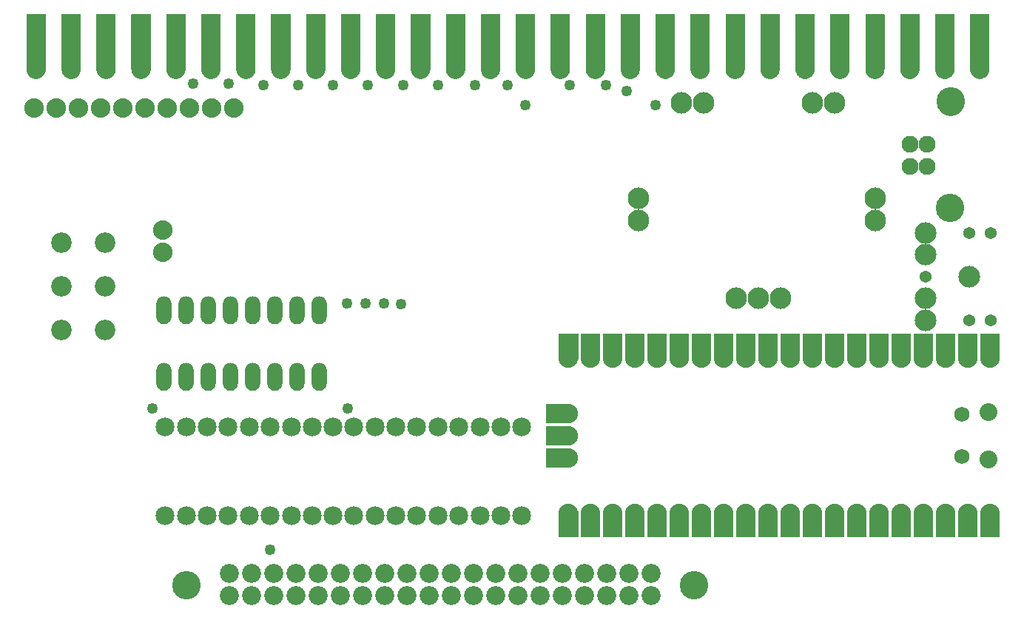
<source format=gts>
G04 MADE WITH FRITZING*
G04 WWW.FRITZING.ORG*
G04 DOUBLE SIDED*
G04 HOLES PLATED*
G04 CONTOUR ON CENTER OF CONTOUR VECTOR*
%ASAXBY*%
%FSLAX23Y23*%
%MOIN*%
%OFA0B0*%
%SFA1.0B1.0*%
%ADD10C,0.092000*%
%ADD11C,0.068189*%
%ADD12C,0.049370*%
%ADD13C,0.128110*%
%ADD14C,0.088000*%
%ADD15C,0.097695*%
%ADD16C,0.097722*%
%ADD17C,0.054000*%
%ADD18C,0.097244*%
%ADD19C,0.068000*%
%ADD20C,0.080000*%
%ADD21C,0.076000*%
%ADD22C,0.120000*%
%ADD23C,0.085000*%
%ADD24C,0.085361*%
%ADD25R,0.001000X0.001000*%
%LNMASK1*%
G90*
G70*
G54D10*
X411Y1268D03*
X411Y1465D03*
X411Y1662D03*
X215Y1268D03*
X215Y1465D03*
X215Y1662D03*
G54D11*
X676Y1056D03*
X776Y1056D03*
X1276Y1056D03*
X1376Y1056D03*
X876Y1056D03*
X976Y1056D03*
X1176Y1056D03*
X1076Y1056D03*
X1376Y1356D03*
X1276Y1356D03*
X1176Y1356D03*
X1076Y1356D03*
X976Y1356D03*
X876Y1356D03*
X776Y1356D03*
X676Y1356D03*
X676Y1056D03*
X776Y1056D03*
X1276Y1056D03*
X1376Y1056D03*
X876Y1056D03*
X976Y1056D03*
X1176Y1056D03*
X1076Y1056D03*
X1376Y1356D03*
X1276Y1356D03*
X1176Y1356D03*
X1076Y1356D03*
X976Y1356D03*
X876Y1356D03*
X776Y1356D03*
X676Y1356D03*
G54D12*
X1746Y1383D03*
X1667Y1387D03*
X1502Y1387D03*
X2762Y2343D03*
X1506Y914D03*
G54D13*
X3065Y119D03*
X778Y119D03*
X4222Y2296D03*
X4219Y1816D03*
G54D14*
X671Y1719D03*
X671Y1619D03*
G54D15*
X4305Y1509D03*
G54D16*
X4108Y1312D03*
X4108Y1410D03*
G54D15*
X4108Y1607D03*
G54D16*
X4108Y1705D03*
G54D17*
X4403Y1312D03*
X4403Y1705D03*
X4305Y1705D03*
X4108Y1509D03*
X4305Y1312D03*
G54D12*
X2892Y2280D03*
X624Y914D03*
G54D18*
X3256Y1410D03*
X3356Y1410D03*
X3456Y1410D03*
G54D19*
X4273Y697D03*
X4273Y887D03*
G54D20*
X4393Y899D03*
X4393Y684D03*
G54D14*
X4399Y1141D03*
X4299Y1141D03*
X4199Y1141D03*
X4099Y1141D03*
X3999Y1141D03*
X3899Y1141D03*
X3799Y1141D03*
X3699Y1141D03*
X3599Y1141D03*
X3499Y1141D03*
X3399Y1141D03*
X3299Y1141D03*
X3199Y1141D03*
X3099Y1141D03*
X2999Y1141D03*
X2899Y1141D03*
X2799Y1141D03*
X2699Y1141D03*
X2599Y1141D03*
X2499Y1141D03*
X2499Y442D03*
X2599Y442D03*
X2699Y442D03*
X2799Y442D03*
X2899Y442D03*
X2999Y442D03*
X3099Y442D03*
X3199Y442D03*
X3299Y442D03*
X3399Y442D03*
X3499Y442D03*
X3599Y442D03*
X3699Y442D03*
X3799Y442D03*
X3899Y442D03*
X3999Y442D03*
X4099Y442D03*
X4199Y442D03*
X4299Y442D03*
X4399Y442D03*
X2499Y892D03*
X2499Y792D03*
X2499Y692D03*
G54D18*
X3599Y2292D03*
X3699Y2292D03*
G54D12*
X2226Y2371D03*
G54D18*
X3882Y1761D03*
X3882Y1861D03*
X3008Y2292D03*
X3108Y2292D03*
G54D12*
X1439Y2371D03*
G54D18*
X2815Y1761D03*
X2815Y1861D03*
G54D12*
X1596Y2371D03*
X1754Y2371D03*
X1911Y2371D03*
X2077Y2371D03*
X1282Y2371D03*
X1124Y2371D03*
X967Y2379D03*
X809Y2379D03*
G54D21*
X4037Y2103D03*
X4037Y2005D03*
X4115Y2005D03*
X4115Y2103D03*
G54D22*
X4222Y2291D03*
X4222Y1817D03*
G54D21*
X4037Y2103D03*
X4037Y2005D03*
X4115Y2005D03*
X4115Y2103D03*
G54D22*
X4222Y2291D03*
X4222Y1817D03*
G54D23*
X1344Y430D03*
X1344Y830D03*
X777Y430D03*
X777Y830D03*
X1911Y430D03*
X1911Y830D03*
X1155Y430D03*
X1155Y830D03*
X1816Y430D03*
X1816Y830D03*
X872Y430D03*
X872Y830D03*
X1722Y430D03*
X1722Y830D03*
X1627Y430D03*
X1627Y830D03*
X1439Y430D03*
X1439Y830D03*
X1250Y430D03*
X1250Y830D03*
X1533Y430D03*
X1533Y830D03*
X683Y430D03*
X683Y830D03*
X2289Y430D03*
X2289Y830D03*
X2194Y430D03*
X2194Y830D03*
X2005Y430D03*
X2005Y830D03*
X1061Y430D03*
X1061Y830D03*
X966Y430D03*
X966Y830D03*
X2100Y430D03*
X2100Y830D03*
G54D24*
X973Y70D03*
X1073Y70D03*
X1173Y70D03*
X1273Y70D03*
X1373Y70D03*
X1473Y70D03*
X1573Y70D03*
X1673Y70D03*
X1773Y70D03*
X1873Y70D03*
X1973Y70D03*
X2073Y70D03*
X2173Y70D03*
X2273Y70D03*
X2373Y70D03*
X2473Y70D03*
X2573Y70D03*
X2673Y70D03*
X2773Y70D03*
X2873Y70D03*
X2873Y170D03*
X2773Y170D03*
X2673Y170D03*
X2573Y170D03*
X2473Y170D03*
X2373Y170D03*
X2273Y170D03*
X2173Y170D03*
X2073Y170D03*
X1973Y170D03*
X1873Y170D03*
X1773Y170D03*
X1673Y170D03*
X1573Y170D03*
X1473Y170D03*
X1373Y170D03*
X1273Y170D03*
X1173Y170D03*
X1073Y170D03*
X973Y170D03*
G54D14*
X92Y2268D03*
X192Y2268D03*
X292Y2268D03*
X392Y2268D03*
X492Y2268D03*
X592Y2268D03*
X692Y2268D03*
X792Y2268D03*
X892Y2268D03*
X992Y2268D03*
G54D12*
X2305Y2280D03*
X1156Y276D03*
X2668Y2371D03*
X2506Y2371D03*
X1585Y1387D03*
G54D25*
X58Y2689D02*
X144Y2689D01*
X216Y2689D02*
X301Y2689D01*
X373Y2689D02*
X458Y2689D01*
X531Y2689D02*
X616Y2689D01*
X688Y2689D02*
X773Y2689D01*
X845Y2689D02*
X931Y2689D01*
X1003Y2689D02*
X1088Y2689D01*
X1160Y2689D02*
X1246Y2689D01*
X1318Y2689D02*
X1403Y2689D01*
X1475Y2689D02*
X1561Y2689D01*
X1633Y2689D02*
X1718Y2689D01*
X1790Y2689D02*
X1876Y2689D01*
X1948Y2689D02*
X2033Y2689D01*
X2105Y2689D02*
X2190Y2689D01*
X2263Y2689D02*
X2348Y2689D01*
X2420Y2689D02*
X2505Y2689D01*
X2577Y2689D02*
X2663Y2689D01*
X2735Y2689D02*
X2820Y2689D01*
X2892Y2689D02*
X2978Y2689D01*
X3050Y2689D02*
X3135Y2689D01*
X3207Y2689D02*
X3293Y2689D01*
X3365Y2689D02*
X3450Y2689D01*
X3522Y2689D02*
X3608Y2689D01*
X3680Y2689D02*
X3765Y2689D01*
X3837Y2689D02*
X3922Y2689D01*
X3994Y2689D02*
X4080Y2689D01*
X4152Y2689D02*
X4237Y2689D01*
X4309Y2689D02*
X4395Y2689D01*
X58Y2688D02*
X144Y2688D01*
X216Y2688D02*
X301Y2688D01*
X373Y2688D02*
X459Y2688D01*
X530Y2688D02*
X616Y2688D01*
X688Y2688D02*
X773Y2688D01*
X845Y2688D02*
X931Y2688D01*
X1003Y2688D02*
X1088Y2688D01*
X1160Y2688D02*
X1246Y2688D01*
X1318Y2688D02*
X1403Y2688D01*
X1475Y2688D02*
X1561Y2688D01*
X1633Y2688D02*
X1718Y2688D01*
X1790Y2688D02*
X1876Y2688D01*
X1947Y2688D02*
X2033Y2688D01*
X2105Y2688D02*
X2191Y2688D01*
X2262Y2688D02*
X2348Y2688D01*
X2420Y2688D02*
X2505Y2688D01*
X2577Y2688D02*
X2663Y2688D01*
X2735Y2688D02*
X2820Y2688D01*
X2892Y2688D02*
X2978Y2688D01*
X3050Y2688D02*
X3135Y2688D01*
X3207Y2688D02*
X3293Y2688D01*
X3365Y2688D02*
X3450Y2688D01*
X3522Y2688D02*
X3608Y2688D01*
X3679Y2688D02*
X3765Y2688D01*
X3837Y2688D02*
X3923Y2688D01*
X3994Y2688D02*
X4080Y2688D01*
X4152Y2688D02*
X4237Y2688D01*
X4309Y2688D02*
X4395Y2688D01*
X58Y2687D02*
X144Y2687D01*
X216Y2687D02*
X301Y2687D01*
X373Y2687D02*
X459Y2687D01*
X530Y2687D02*
X616Y2687D01*
X688Y2687D02*
X773Y2687D01*
X845Y2687D02*
X931Y2687D01*
X1003Y2687D02*
X1088Y2687D01*
X1160Y2687D02*
X1246Y2687D01*
X1318Y2687D02*
X1403Y2687D01*
X1475Y2687D02*
X1561Y2687D01*
X1633Y2687D02*
X1718Y2687D01*
X1790Y2687D02*
X1876Y2687D01*
X1947Y2687D02*
X2033Y2687D01*
X2105Y2687D02*
X2191Y2687D01*
X2262Y2687D02*
X2348Y2687D01*
X2420Y2687D02*
X2505Y2687D01*
X2577Y2687D02*
X2663Y2687D01*
X2735Y2687D02*
X2820Y2687D01*
X2892Y2687D02*
X2978Y2687D01*
X3050Y2687D02*
X3135Y2687D01*
X3207Y2687D02*
X3293Y2687D01*
X3365Y2687D02*
X3450Y2687D01*
X3522Y2687D02*
X3608Y2687D01*
X3679Y2687D02*
X3765Y2687D01*
X3837Y2687D02*
X3923Y2687D01*
X3994Y2687D02*
X4080Y2687D01*
X4152Y2687D02*
X4237Y2687D01*
X4309Y2687D02*
X4395Y2687D01*
X58Y2686D02*
X144Y2686D01*
X216Y2686D02*
X301Y2686D01*
X373Y2686D02*
X459Y2686D01*
X530Y2686D02*
X616Y2686D01*
X688Y2686D02*
X773Y2686D01*
X845Y2686D02*
X931Y2686D01*
X1003Y2686D02*
X1088Y2686D01*
X1160Y2686D02*
X1246Y2686D01*
X1318Y2686D02*
X1403Y2686D01*
X1475Y2686D02*
X1561Y2686D01*
X1633Y2686D02*
X1718Y2686D01*
X1790Y2686D02*
X1876Y2686D01*
X1947Y2686D02*
X2033Y2686D01*
X2105Y2686D02*
X2191Y2686D01*
X2262Y2686D02*
X2348Y2686D01*
X2420Y2686D02*
X2505Y2686D01*
X2577Y2686D02*
X2663Y2686D01*
X2735Y2686D02*
X2820Y2686D01*
X2892Y2686D02*
X2978Y2686D01*
X3050Y2686D02*
X3135Y2686D01*
X3207Y2686D02*
X3293Y2686D01*
X3365Y2686D02*
X3450Y2686D01*
X3522Y2686D02*
X3608Y2686D01*
X3679Y2686D02*
X3765Y2686D01*
X3837Y2686D02*
X3923Y2686D01*
X3994Y2686D02*
X4080Y2686D01*
X4152Y2686D02*
X4237Y2686D01*
X4309Y2686D02*
X4395Y2686D01*
X58Y2685D02*
X144Y2685D01*
X216Y2685D02*
X301Y2685D01*
X373Y2685D02*
X459Y2685D01*
X530Y2685D02*
X616Y2685D01*
X688Y2685D02*
X773Y2685D01*
X845Y2685D02*
X931Y2685D01*
X1003Y2685D02*
X1088Y2685D01*
X1160Y2685D02*
X1246Y2685D01*
X1318Y2685D02*
X1403Y2685D01*
X1475Y2685D02*
X1561Y2685D01*
X1633Y2685D02*
X1718Y2685D01*
X1790Y2685D02*
X1876Y2685D01*
X1947Y2685D02*
X2033Y2685D01*
X2105Y2685D02*
X2191Y2685D01*
X2262Y2685D02*
X2348Y2685D01*
X2420Y2685D02*
X2505Y2685D01*
X2577Y2685D02*
X2663Y2685D01*
X2735Y2685D02*
X2820Y2685D01*
X2892Y2685D02*
X2978Y2685D01*
X3050Y2685D02*
X3135Y2685D01*
X3207Y2685D02*
X3293Y2685D01*
X3365Y2685D02*
X3450Y2685D01*
X3522Y2685D02*
X3608Y2685D01*
X3679Y2685D02*
X3765Y2685D01*
X3837Y2685D02*
X3923Y2685D01*
X3994Y2685D02*
X4080Y2685D01*
X4152Y2685D02*
X4237Y2685D01*
X4309Y2685D02*
X4395Y2685D01*
X58Y2684D02*
X144Y2684D01*
X216Y2684D02*
X301Y2684D01*
X373Y2684D02*
X459Y2684D01*
X530Y2684D02*
X616Y2684D01*
X688Y2684D02*
X773Y2684D01*
X845Y2684D02*
X931Y2684D01*
X1003Y2684D02*
X1088Y2684D01*
X1160Y2684D02*
X1246Y2684D01*
X1318Y2684D02*
X1403Y2684D01*
X1475Y2684D02*
X1561Y2684D01*
X1633Y2684D02*
X1718Y2684D01*
X1790Y2684D02*
X1876Y2684D01*
X1947Y2684D02*
X2033Y2684D01*
X2105Y2684D02*
X2191Y2684D01*
X2262Y2684D02*
X2348Y2684D01*
X2420Y2684D02*
X2505Y2684D01*
X2577Y2684D02*
X2663Y2684D01*
X2735Y2684D02*
X2820Y2684D01*
X2892Y2684D02*
X2978Y2684D01*
X3050Y2684D02*
X3135Y2684D01*
X3207Y2684D02*
X3293Y2684D01*
X3365Y2684D02*
X3450Y2684D01*
X3522Y2684D02*
X3608Y2684D01*
X3679Y2684D02*
X3765Y2684D01*
X3837Y2684D02*
X3923Y2684D01*
X3994Y2684D02*
X4080Y2684D01*
X4152Y2684D02*
X4237Y2684D01*
X4309Y2684D02*
X4395Y2684D01*
X58Y2683D02*
X144Y2683D01*
X216Y2683D02*
X301Y2683D01*
X373Y2683D02*
X459Y2683D01*
X530Y2683D02*
X616Y2683D01*
X688Y2683D02*
X773Y2683D01*
X845Y2683D02*
X931Y2683D01*
X1003Y2683D02*
X1088Y2683D01*
X1160Y2683D02*
X1246Y2683D01*
X1318Y2683D02*
X1403Y2683D01*
X1475Y2683D02*
X1561Y2683D01*
X1633Y2683D02*
X1718Y2683D01*
X1790Y2683D02*
X1876Y2683D01*
X1947Y2683D02*
X2033Y2683D01*
X2105Y2683D02*
X2191Y2683D01*
X2262Y2683D02*
X2348Y2683D01*
X2420Y2683D02*
X2505Y2683D01*
X2577Y2683D02*
X2663Y2683D01*
X2735Y2683D02*
X2820Y2683D01*
X2892Y2683D02*
X2978Y2683D01*
X3050Y2683D02*
X3135Y2683D01*
X3207Y2683D02*
X3293Y2683D01*
X3365Y2683D02*
X3450Y2683D01*
X3522Y2683D02*
X3608Y2683D01*
X3679Y2683D02*
X3765Y2683D01*
X3837Y2683D02*
X3923Y2683D01*
X3994Y2683D02*
X4080Y2683D01*
X4152Y2683D02*
X4237Y2683D01*
X4309Y2683D02*
X4395Y2683D01*
X58Y2682D02*
X144Y2682D01*
X216Y2682D02*
X301Y2682D01*
X373Y2682D02*
X459Y2682D01*
X530Y2682D02*
X616Y2682D01*
X688Y2682D02*
X773Y2682D01*
X845Y2682D02*
X931Y2682D01*
X1003Y2682D02*
X1088Y2682D01*
X1160Y2682D02*
X1246Y2682D01*
X1318Y2682D02*
X1403Y2682D01*
X1475Y2682D02*
X1561Y2682D01*
X1633Y2682D02*
X1718Y2682D01*
X1790Y2682D02*
X1876Y2682D01*
X1947Y2682D02*
X2033Y2682D01*
X2105Y2682D02*
X2191Y2682D01*
X2262Y2682D02*
X2348Y2682D01*
X2420Y2682D02*
X2505Y2682D01*
X2577Y2682D02*
X2663Y2682D01*
X2735Y2682D02*
X2820Y2682D01*
X2892Y2682D02*
X2978Y2682D01*
X3050Y2682D02*
X3135Y2682D01*
X3207Y2682D02*
X3293Y2682D01*
X3365Y2682D02*
X3450Y2682D01*
X3522Y2682D02*
X3608Y2682D01*
X3679Y2682D02*
X3765Y2682D01*
X3837Y2682D02*
X3923Y2682D01*
X3994Y2682D02*
X4080Y2682D01*
X4152Y2682D02*
X4237Y2682D01*
X4309Y2682D02*
X4395Y2682D01*
X58Y2681D02*
X144Y2681D01*
X216Y2681D02*
X301Y2681D01*
X373Y2681D02*
X459Y2681D01*
X530Y2681D02*
X616Y2681D01*
X688Y2681D02*
X773Y2681D01*
X845Y2681D02*
X931Y2681D01*
X1003Y2681D02*
X1088Y2681D01*
X1160Y2681D02*
X1246Y2681D01*
X1318Y2681D02*
X1403Y2681D01*
X1475Y2681D02*
X1561Y2681D01*
X1633Y2681D02*
X1718Y2681D01*
X1790Y2681D02*
X1876Y2681D01*
X1947Y2681D02*
X2033Y2681D01*
X2105Y2681D02*
X2191Y2681D01*
X2262Y2681D02*
X2348Y2681D01*
X2420Y2681D02*
X2505Y2681D01*
X2577Y2681D02*
X2663Y2681D01*
X2735Y2681D02*
X2820Y2681D01*
X2892Y2681D02*
X2978Y2681D01*
X3050Y2681D02*
X3135Y2681D01*
X3207Y2681D02*
X3293Y2681D01*
X3365Y2681D02*
X3450Y2681D01*
X3522Y2681D02*
X3608Y2681D01*
X3679Y2681D02*
X3765Y2681D01*
X3837Y2681D02*
X3923Y2681D01*
X3994Y2681D02*
X4080Y2681D01*
X4152Y2681D02*
X4237Y2681D01*
X4309Y2681D02*
X4395Y2681D01*
X58Y2680D02*
X144Y2680D01*
X216Y2680D02*
X301Y2680D01*
X373Y2680D02*
X459Y2680D01*
X530Y2680D02*
X616Y2680D01*
X688Y2680D02*
X773Y2680D01*
X845Y2680D02*
X931Y2680D01*
X1003Y2680D02*
X1088Y2680D01*
X1160Y2680D02*
X1246Y2680D01*
X1318Y2680D02*
X1403Y2680D01*
X1475Y2680D02*
X1561Y2680D01*
X1633Y2680D02*
X1718Y2680D01*
X1790Y2680D02*
X1876Y2680D01*
X1947Y2680D02*
X2033Y2680D01*
X2105Y2680D02*
X2191Y2680D01*
X2262Y2680D02*
X2348Y2680D01*
X2420Y2680D02*
X2505Y2680D01*
X2577Y2680D02*
X2663Y2680D01*
X2735Y2680D02*
X2820Y2680D01*
X2892Y2680D02*
X2978Y2680D01*
X3050Y2680D02*
X3135Y2680D01*
X3207Y2680D02*
X3293Y2680D01*
X3365Y2680D02*
X3450Y2680D01*
X3522Y2680D02*
X3608Y2680D01*
X3679Y2680D02*
X3765Y2680D01*
X3837Y2680D02*
X3923Y2680D01*
X3994Y2680D02*
X4080Y2680D01*
X4152Y2680D02*
X4237Y2680D01*
X4309Y2680D02*
X4395Y2680D01*
X58Y2679D02*
X144Y2679D01*
X216Y2679D02*
X301Y2679D01*
X373Y2679D02*
X459Y2679D01*
X530Y2679D02*
X616Y2679D01*
X688Y2679D02*
X773Y2679D01*
X845Y2679D02*
X931Y2679D01*
X1003Y2679D02*
X1088Y2679D01*
X1160Y2679D02*
X1246Y2679D01*
X1318Y2679D02*
X1403Y2679D01*
X1475Y2679D02*
X1561Y2679D01*
X1633Y2679D02*
X1718Y2679D01*
X1790Y2679D02*
X1876Y2679D01*
X1947Y2679D02*
X2033Y2679D01*
X2105Y2679D02*
X2191Y2679D01*
X2262Y2679D02*
X2348Y2679D01*
X2420Y2679D02*
X2505Y2679D01*
X2577Y2679D02*
X2663Y2679D01*
X2735Y2679D02*
X2820Y2679D01*
X2892Y2679D02*
X2978Y2679D01*
X3050Y2679D02*
X3135Y2679D01*
X3207Y2679D02*
X3293Y2679D01*
X3365Y2679D02*
X3450Y2679D01*
X3522Y2679D02*
X3608Y2679D01*
X3679Y2679D02*
X3765Y2679D01*
X3837Y2679D02*
X3923Y2679D01*
X3994Y2679D02*
X4080Y2679D01*
X4152Y2679D02*
X4237Y2679D01*
X4309Y2679D02*
X4395Y2679D01*
X58Y2678D02*
X144Y2678D01*
X216Y2678D02*
X301Y2678D01*
X373Y2678D02*
X459Y2678D01*
X530Y2678D02*
X616Y2678D01*
X688Y2678D02*
X773Y2678D01*
X845Y2678D02*
X931Y2678D01*
X1003Y2678D02*
X1088Y2678D01*
X1160Y2678D02*
X1246Y2678D01*
X1318Y2678D02*
X1403Y2678D01*
X1475Y2678D02*
X1561Y2678D01*
X1633Y2678D02*
X1718Y2678D01*
X1790Y2678D02*
X1876Y2678D01*
X1947Y2678D02*
X2033Y2678D01*
X2105Y2678D02*
X2191Y2678D01*
X2262Y2678D02*
X2348Y2678D01*
X2420Y2678D02*
X2505Y2678D01*
X2577Y2678D02*
X2663Y2678D01*
X2735Y2678D02*
X2820Y2678D01*
X2892Y2678D02*
X2978Y2678D01*
X3050Y2678D02*
X3135Y2678D01*
X3207Y2678D02*
X3293Y2678D01*
X3365Y2678D02*
X3450Y2678D01*
X3522Y2678D02*
X3608Y2678D01*
X3679Y2678D02*
X3765Y2678D01*
X3837Y2678D02*
X3923Y2678D01*
X3994Y2678D02*
X4080Y2678D01*
X4152Y2678D02*
X4237Y2678D01*
X4309Y2678D02*
X4395Y2678D01*
X58Y2677D02*
X144Y2677D01*
X216Y2677D02*
X301Y2677D01*
X373Y2677D02*
X459Y2677D01*
X530Y2677D02*
X616Y2677D01*
X688Y2677D02*
X773Y2677D01*
X845Y2677D02*
X931Y2677D01*
X1003Y2677D02*
X1088Y2677D01*
X1160Y2677D02*
X1246Y2677D01*
X1318Y2677D02*
X1403Y2677D01*
X1475Y2677D02*
X1561Y2677D01*
X1633Y2677D02*
X1718Y2677D01*
X1790Y2677D02*
X1876Y2677D01*
X1947Y2677D02*
X2033Y2677D01*
X2105Y2677D02*
X2191Y2677D01*
X2262Y2677D02*
X2348Y2677D01*
X2420Y2677D02*
X2505Y2677D01*
X2577Y2677D02*
X2663Y2677D01*
X2735Y2677D02*
X2820Y2677D01*
X2892Y2677D02*
X2978Y2677D01*
X3050Y2677D02*
X3135Y2677D01*
X3207Y2677D02*
X3293Y2677D01*
X3365Y2677D02*
X3450Y2677D01*
X3522Y2677D02*
X3608Y2677D01*
X3679Y2677D02*
X3765Y2677D01*
X3837Y2677D02*
X3923Y2677D01*
X3994Y2677D02*
X4080Y2677D01*
X4152Y2677D02*
X4237Y2677D01*
X4309Y2677D02*
X4395Y2677D01*
X58Y2676D02*
X144Y2676D01*
X216Y2676D02*
X301Y2676D01*
X373Y2676D02*
X459Y2676D01*
X530Y2676D02*
X616Y2676D01*
X688Y2676D02*
X773Y2676D01*
X845Y2676D02*
X931Y2676D01*
X1003Y2676D02*
X1088Y2676D01*
X1160Y2676D02*
X1246Y2676D01*
X1318Y2676D02*
X1403Y2676D01*
X1475Y2676D02*
X1561Y2676D01*
X1633Y2676D02*
X1718Y2676D01*
X1790Y2676D02*
X1876Y2676D01*
X1947Y2676D02*
X2033Y2676D01*
X2105Y2676D02*
X2191Y2676D01*
X2262Y2676D02*
X2348Y2676D01*
X2420Y2676D02*
X2505Y2676D01*
X2577Y2676D02*
X2663Y2676D01*
X2735Y2676D02*
X2820Y2676D01*
X2892Y2676D02*
X2978Y2676D01*
X3050Y2676D02*
X3135Y2676D01*
X3207Y2676D02*
X3293Y2676D01*
X3365Y2676D02*
X3450Y2676D01*
X3522Y2676D02*
X3608Y2676D01*
X3679Y2676D02*
X3765Y2676D01*
X3837Y2676D02*
X3923Y2676D01*
X3994Y2676D02*
X4080Y2676D01*
X4152Y2676D02*
X4237Y2676D01*
X4309Y2676D02*
X4395Y2676D01*
X58Y2675D02*
X144Y2675D01*
X216Y2675D02*
X301Y2675D01*
X373Y2675D02*
X459Y2675D01*
X530Y2675D02*
X616Y2675D01*
X688Y2675D02*
X773Y2675D01*
X845Y2675D02*
X931Y2675D01*
X1003Y2675D02*
X1088Y2675D01*
X1160Y2675D02*
X1246Y2675D01*
X1318Y2675D02*
X1403Y2675D01*
X1475Y2675D02*
X1561Y2675D01*
X1633Y2675D02*
X1718Y2675D01*
X1790Y2675D02*
X1876Y2675D01*
X1947Y2675D02*
X2033Y2675D01*
X2105Y2675D02*
X2191Y2675D01*
X2262Y2675D02*
X2348Y2675D01*
X2420Y2675D02*
X2505Y2675D01*
X2577Y2675D02*
X2663Y2675D01*
X2735Y2675D02*
X2820Y2675D01*
X2892Y2675D02*
X2978Y2675D01*
X3050Y2675D02*
X3135Y2675D01*
X3207Y2675D02*
X3293Y2675D01*
X3365Y2675D02*
X3450Y2675D01*
X3522Y2675D02*
X3608Y2675D01*
X3679Y2675D02*
X3765Y2675D01*
X3837Y2675D02*
X3923Y2675D01*
X3994Y2675D02*
X4080Y2675D01*
X4152Y2675D02*
X4237Y2675D01*
X4309Y2675D02*
X4395Y2675D01*
X58Y2674D02*
X144Y2674D01*
X216Y2674D02*
X301Y2674D01*
X373Y2674D02*
X459Y2674D01*
X530Y2674D02*
X616Y2674D01*
X688Y2674D02*
X773Y2674D01*
X845Y2674D02*
X931Y2674D01*
X1003Y2674D02*
X1088Y2674D01*
X1160Y2674D02*
X1246Y2674D01*
X1318Y2674D02*
X1403Y2674D01*
X1475Y2674D02*
X1561Y2674D01*
X1633Y2674D02*
X1718Y2674D01*
X1790Y2674D02*
X1876Y2674D01*
X1947Y2674D02*
X2033Y2674D01*
X2105Y2674D02*
X2191Y2674D01*
X2262Y2674D02*
X2348Y2674D01*
X2420Y2674D02*
X2505Y2674D01*
X2577Y2674D02*
X2663Y2674D01*
X2735Y2674D02*
X2820Y2674D01*
X2892Y2674D02*
X2978Y2674D01*
X3050Y2674D02*
X3135Y2674D01*
X3207Y2674D02*
X3293Y2674D01*
X3365Y2674D02*
X3450Y2674D01*
X3522Y2674D02*
X3608Y2674D01*
X3679Y2674D02*
X3765Y2674D01*
X3837Y2674D02*
X3923Y2674D01*
X3994Y2674D02*
X4080Y2674D01*
X4152Y2674D02*
X4237Y2674D01*
X4309Y2674D02*
X4395Y2674D01*
X58Y2673D02*
X144Y2673D01*
X216Y2673D02*
X301Y2673D01*
X373Y2673D02*
X459Y2673D01*
X530Y2673D02*
X616Y2673D01*
X688Y2673D02*
X773Y2673D01*
X845Y2673D02*
X931Y2673D01*
X1003Y2673D02*
X1088Y2673D01*
X1160Y2673D02*
X1246Y2673D01*
X1318Y2673D02*
X1403Y2673D01*
X1475Y2673D02*
X1561Y2673D01*
X1633Y2673D02*
X1718Y2673D01*
X1790Y2673D02*
X1876Y2673D01*
X1947Y2673D02*
X2033Y2673D01*
X2105Y2673D02*
X2191Y2673D01*
X2262Y2673D02*
X2348Y2673D01*
X2420Y2673D02*
X2505Y2673D01*
X2577Y2673D02*
X2663Y2673D01*
X2735Y2673D02*
X2820Y2673D01*
X2892Y2673D02*
X2978Y2673D01*
X3050Y2673D02*
X3135Y2673D01*
X3207Y2673D02*
X3293Y2673D01*
X3365Y2673D02*
X3450Y2673D01*
X3522Y2673D02*
X3608Y2673D01*
X3679Y2673D02*
X3765Y2673D01*
X3837Y2673D02*
X3923Y2673D01*
X3994Y2673D02*
X4080Y2673D01*
X4152Y2673D02*
X4237Y2673D01*
X4309Y2673D02*
X4395Y2673D01*
X58Y2672D02*
X144Y2672D01*
X216Y2672D02*
X301Y2672D01*
X373Y2672D02*
X459Y2672D01*
X530Y2672D02*
X616Y2672D01*
X688Y2672D02*
X773Y2672D01*
X845Y2672D02*
X931Y2672D01*
X1003Y2672D02*
X1088Y2672D01*
X1160Y2672D02*
X1246Y2672D01*
X1318Y2672D02*
X1403Y2672D01*
X1475Y2672D02*
X1561Y2672D01*
X1633Y2672D02*
X1718Y2672D01*
X1790Y2672D02*
X1876Y2672D01*
X1947Y2672D02*
X2033Y2672D01*
X2105Y2672D02*
X2191Y2672D01*
X2262Y2672D02*
X2348Y2672D01*
X2420Y2672D02*
X2505Y2672D01*
X2577Y2672D02*
X2663Y2672D01*
X2735Y2672D02*
X2820Y2672D01*
X2892Y2672D02*
X2978Y2672D01*
X3050Y2672D02*
X3135Y2672D01*
X3207Y2672D02*
X3293Y2672D01*
X3365Y2672D02*
X3450Y2672D01*
X3522Y2672D02*
X3608Y2672D01*
X3679Y2672D02*
X3765Y2672D01*
X3837Y2672D02*
X3923Y2672D01*
X3994Y2672D02*
X4080Y2672D01*
X4152Y2672D02*
X4237Y2672D01*
X4309Y2672D02*
X4395Y2672D01*
X58Y2671D02*
X144Y2671D01*
X216Y2671D02*
X301Y2671D01*
X373Y2671D02*
X459Y2671D01*
X530Y2671D02*
X616Y2671D01*
X688Y2671D02*
X773Y2671D01*
X845Y2671D02*
X931Y2671D01*
X1003Y2671D02*
X1088Y2671D01*
X1160Y2671D02*
X1246Y2671D01*
X1318Y2671D02*
X1403Y2671D01*
X1475Y2671D02*
X1561Y2671D01*
X1633Y2671D02*
X1718Y2671D01*
X1790Y2671D02*
X1876Y2671D01*
X1947Y2671D02*
X2033Y2671D01*
X2105Y2671D02*
X2191Y2671D01*
X2262Y2671D02*
X2348Y2671D01*
X2420Y2671D02*
X2505Y2671D01*
X2577Y2671D02*
X2663Y2671D01*
X2735Y2671D02*
X2820Y2671D01*
X2892Y2671D02*
X2978Y2671D01*
X3050Y2671D02*
X3135Y2671D01*
X3207Y2671D02*
X3293Y2671D01*
X3365Y2671D02*
X3450Y2671D01*
X3522Y2671D02*
X3608Y2671D01*
X3679Y2671D02*
X3765Y2671D01*
X3837Y2671D02*
X3923Y2671D01*
X3994Y2671D02*
X4080Y2671D01*
X4152Y2671D02*
X4237Y2671D01*
X4309Y2671D02*
X4395Y2671D01*
X58Y2670D02*
X144Y2670D01*
X216Y2670D02*
X301Y2670D01*
X373Y2670D02*
X459Y2670D01*
X530Y2670D02*
X616Y2670D01*
X688Y2670D02*
X773Y2670D01*
X845Y2670D02*
X931Y2670D01*
X1003Y2670D02*
X1088Y2670D01*
X1160Y2670D02*
X1246Y2670D01*
X1318Y2670D02*
X1403Y2670D01*
X1475Y2670D02*
X1561Y2670D01*
X1633Y2670D02*
X1718Y2670D01*
X1790Y2670D02*
X1876Y2670D01*
X1947Y2670D02*
X2033Y2670D01*
X2105Y2670D02*
X2191Y2670D01*
X2262Y2670D02*
X2348Y2670D01*
X2420Y2670D02*
X2505Y2670D01*
X2577Y2670D02*
X2663Y2670D01*
X2735Y2670D02*
X2820Y2670D01*
X2892Y2670D02*
X2978Y2670D01*
X3050Y2670D02*
X3135Y2670D01*
X3207Y2670D02*
X3293Y2670D01*
X3365Y2670D02*
X3450Y2670D01*
X3522Y2670D02*
X3608Y2670D01*
X3679Y2670D02*
X3765Y2670D01*
X3837Y2670D02*
X3923Y2670D01*
X3994Y2670D02*
X4080Y2670D01*
X4152Y2670D02*
X4237Y2670D01*
X4309Y2670D02*
X4395Y2670D01*
X58Y2669D02*
X144Y2669D01*
X216Y2669D02*
X301Y2669D01*
X373Y2669D02*
X459Y2669D01*
X530Y2669D02*
X616Y2669D01*
X688Y2669D02*
X773Y2669D01*
X845Y2669D02*
X931Y2669D01*
X1003Y2669D02*
X1088Y2669D01*
X1160Y2669D02*
X1246Y2669D01*
X1318Y2669D02*
X1403Y2669D01*
X1475Y2669D02*
X1561Y2669D01*
X1633Y2669D02*
X1718Y2669D01*
X1790Y2669D02*
X1876Y2669D01*
X1947Y2669D02*
X2033Y2669D01*
X2105Y2669D02*
X2191Y2669D01*
X2262Y2669D02*
X2348Y2669D01*
X2420Y2669D02*
X2505Y2669D01*
X2577Y2669D02*
X2663Y2669D01*
X2735Y2669D02*
X2820Y2669D01*
X2892Y2669D02*
X2978Y2669D01*
X3050Y2669D02*
X3135Y2669D01*
X3207Y2669D02*
X3293Y2669D01*
X3365Y2669D02*
X3450Y2669D01*
X3522Y2669D02*
X3608Y2669D01*
X3679Y2669D02*
X3765Y2669D01*
X3837Y2669D02*
X3923Y2669D01*
X3994Y2669D02*
X4080Y2669D01*
X4152Y2669D02*
X4237Y2669D01*
X4309Y2669D02*
X4395Y2669D01*
X58Y2668D02*
X144Y2668D01*
X216Y2668D02*
X301Y2668D01*
X373Y2668D02*
X459Y2668D01*
X530Y2668D02*
X616Y2668D01*
X688Y2668D02*
X773Y2668D01*
X845Y2668D02*
X931Y2668D01*
X1003Y2668D02*
X1088Y2668D01*
X1160Y2668D02*
X1246Y2668D01*
X1318Y2668D02*
X1403Y2668D01*
X1475Y2668D02*
X1561Y2668D01*
X1633Y2668D02*
X1718Y2668D01*
X1790Y2668D02*
X1876Y2668D01*
X1947Y2668D02*
X2033Y2668D01*
X2105Y2668D02*
X2191Y2668D01*
X2262Y2668D02*
X2348Y2668D01*
X2420Y2668D02*
X2505Y2668D01*
X2577Y2668D02*
X2663Y2668D01*
X2735Y2668D02*
X2820Y2668D01*
X2892Y2668D02*
X2978Y2668D01*
X3050Y2668D02*
X3135Y2668D01*
X3207Y2668D02*
X3293Y2668D01*
X3365Y2668D02*
X3450Y2668D01*
X3522Y2668D02*
X3608Y2668D01*
X3679Y2668D02*
X3765Y2668D01*
X3837Y2668D02*
X3923Y2668D01*
X3994Y2668D02*
X4080Y2668D01*
X4152Y2668D02*
X4237Y2668D01*
X4309Y2668D02*
X4395Y2668D01*
X58Y2667D02*
X144Y2667D01*
X216Y2667D02*
X301Y2667D01*
X373Y2667D02*
X459Y2667D01*
X530Y2667D02*
X616Y2667D01*
X688Y2667D02*
X773Y2667D01*
X845Y2667D02*
X931Y2667D01*
X1003Y2667D02*
X1088Y2667D01*
X1160Y2667D02*
X1246Y2667D01*
X1318Y2667D02*
X1403Y2667D01*
X1475Y2667D02*
X1561Y2667D01*
X1633Y2667D02*
X1718Y2667D01*
X1790Y2667D02*
X1876Y2667D01*
X1947Y2667D02*
X2033Y2667D01*
X2105Y2667D02*
X2191Y2667D01*
X2262Y2667D02*
X2348Y2667D01*
X2420Y2667D02*
X2505Y2667D01*
X2577Y2667D02*
X2663Y2667D01*
X2735Y2667D02*
X2820Y2667D01*
X2892Y2667D02*
X2978Y2667D01*
X3050Y2667D02*
X3135Y2667D01*
X3207Y2667D02*
X3293Y2667D01*
X3365Y2667D02*
X3450Y2667D01*
X3522Y2667D02*
X3608Y2667D01*
X3679Y2667D02*
X3765Y2667D01*
X3837Y2667D02*
X3923Y2667D01*
X3994Y2667D02*
X4080Y2667D01*
X4152Y2667D02*
X4237Y2667D01*
X4309Y2667D02*
X4395Y2667D01*
X58Y2666D02*
X144Y2666D01*
X216Y2666D02*
X301Y2666D01*
X373Y2666D02*
X459Y2666D01*
X530Y2666D02*
X616Y2666D01*
X688Y2666D02*
X773Y2666D01*
X845Y2666D02*
X931Y2666D01*
X1003Y2666D02*
X1088Y2666D01*
X1160Y2666D02*
X1246Y2666D01*
X1318Y2666D02*
X1403Y2666D01*
X1475Y2666D02*
X1561Y2666D01*
X1633Y2666D02*
X1718Y2666D01*
X1790Y2666D02*
X1876Y2666D01*
X1947Y2666D02*
X2033Y2666D01*
X2105Y2666D02*
X2191Y2666D01*
X2262Y2666D02*
X2348Y2666D01*
X2420Y2666D02*
X2505Y2666D01*
X2577Y2666D02*
X2663Y2666D01*
X2735Y2666D02*
X2820Y2666D01*
X2892Y2666D02*
X2978Y2666D01*
X3050Y2666D02*
X3135Y2666D01*
X3207Y2666D02*
X3293Y2666D01*
X3365Y2666D02*
X3450Y2666D01*
X3522Y2666D02*
X3608Y2666D01*
X3679Y2666D02*
X3765Y2666D01*
X3837Y2666D02*
X3923Y2666D01*
X3994Y2666D02*
X4080Y2666D01*
X4152Y2666D02*
X4237Y2666D01*
X4309Y2666D02*
X4395Y2666D01*
X58Y2665D02*
X144Y2665D01*
X216Y2665D02*
X301Y2665D01*
X373Y2665D02*
X459Y2665D01*
X530Y2665D02*
X616Y2665D01*
X688Y2665D02*
X773Y2665D01*
X845Y2665D02*
X931Y2665D01*
X1003Y2665D02*
X1088Y2665D01*
X1160Y2665D02*
X1246Y2665D01*
X1318Y2665D02*
X1403Y2665D01*
X1475Y2665D02*
X1561Y2665D01*
X1633Y2665D02*
X1718Y2665D01*
X1790Y2665D02*
X1876Y2665D01*
X1947Y2665D02*
X2033Y2665D01*
X2105Y2665D02*
X2191Y2665D01*
X2262Y2665D02*
X2348Y2665D01*
X2420Y2665D02*
X2505Y2665D01*
X2577Y2665D02*
X2663Y2665D01*
X2735Y2665D02*
X2820Y2665D01*
X2892Y2665D02*
X2978Y2665D01*
X3050Y2665D02*
X3135Y2665D01*
X3207Y2665D02*
X3293Y2665D01*
X3365Y2665D02*
X3450Y2665D01*
X3522Y2665D02*
X3608Y2665D01*
X3679Y2665D02*
X3765Y2665D01*
X3837Y2665D02*
X3923Y2665D01*
X3994Y2665D02*
X4080Y2665D01*
X4152Y2665D02*
X4237Y2665D01*
X4309Y2665D02*
X4395Y2665D01*
X58Y2664D02*
X144Y2664D01*
X216Y2664D02*
X301Y2664D01*
X373Y2664D02*
X459Y2664D01*
X530Y2664D02*
X616Y2664D01*
X688Y2664D02*
X773Y2664D01*
X845Y2664D02*
X931Y2664D01*
X1003Y2664D02*
X1088Y2664D01*
X1160Y2664D02*
X1246Y2664D01*
X1318Y2664D02*
X1403Y2664D01*
X1475Y2664D02*
X1561Y2664D01*
X1633Y2664D02*
X1718Y2664D01*
X1790Y2664D02*
X1876Y2664D01*
X1947Y2664D02*
X2033Y2664D01*
X2105Y2664D02*
X2191Y2664D01*
X2262Y2664D02*
X2348Y2664D01*
X2420Y2664D02*
X2505Y2664D01*
X2577Y2664D02*
X2663Y2664D01*
X2735Y2664D02*
X2820Y2664D01*
X2892Y2664D02*
X2978Y2664D01*
X3050Y2664D02*
X3135Y2664D01*
X3207Y2664D02*
X3293Y2664D01*
X3365Y2664D02*
X3450Y2664D01*
X3522Y2664D02*
X3608Y2664D01*
X3679Y2664D02*
X3765Y2664D01*
X3837Y2664D02*
X3923Y2664D01*
X3994Y2664D02*
X4080Y2664D01*
X4152Y2664D02*
X4237Y2664D01*
X4309Y2664D02*
X4395Y2664D01*
X58Y2663D02*
X144Y2663D01*
X216Y2663D02*
X301Y2663D01*
X373Y2663D02*
X459Y2663D01*
X530Y2663D02*
X616Y2663D01*
X688Y2663D02*
X773Y2663D01*
X845Y2663D02*
X931Y2663D01*
X1003Y2663D02*
X1088Y2663D01*
X1160Y2663D02*
X1246Y2663D01*
X1318Y2663D02*
X1403Y2663D01*
X1475Y2663D02*
X1561Y2663D01*
X1633Y2663D02*
X1718Y2663D01*
X1790Y2663D02*
X1876Y2663D01*
X1947Y2663D02*
X2033Y2663D01*
X2105Y2663D02*
X2191Y2663D01*
X2262Y2663D02*
X2348Y2663D01*
X2420Y2663D02*
X2505Y2663D01*
X2577Y2663D02*
X2663Y2663D01*
X2735Y2663D02*
X2820Y2663D01*
X2892Y2663D02*
X2978Y2663D01*
X3050Y2663D02*
X3135Y2663D01*
X3207Y2663D02*
X3293Y2663D01*
X3365Y2663D02*
X3450Y2663D01*
X3522Y2663D02*
X3608Y2663D01*
X3679Y2663D02*
X3765Y2663D01*
X3837Y2663D02*
X3923Y2663D01*
X3994Y2663D02*
X4080Y2663D01*
X4152Y2663D02*
X4237Y2663D01*
X4309Y2663D02*
X4395Y2663D01*
X58Y2662D02*
X144Y2662D01*
X216Y2662D02*
X301Y2662D01*
X373Y2662D02*
X459Y2662D01*
X530Y2662D02*
X616Y2662D01*
X688Y2662D02*
X773Y2662D01*
X845Y2662D02*
X931Y2662D01*
X1003Y2662D02*
X1088Y2662D01*
X1160Y2662D02*
X1246Y2662D01*
X1318Y2662D02*
X1403Y2662D01*
X1475Y2662D02*
X1561Y2662D01*
X1633Y2662D02*
X1718Y2662D01*
X1790Y2662D02*
X1876Y2662D01*
X1947Y2662D02*
X2033Y2662D01*
X2105Y2662D02*
X2191Y2662D01*
X2262Y2662D02*
X2348Y2662D01*
X2420Y2662D02*
X2505Y2662D01*
X2577Y2662D02*
X2663Y2662D01*
X2735Y2662D02*
X2820Y2662D01*
X2892Y2662D02*
X2978Y2662D01*
X3050Y2662D02*
X3135Y2662D01*
X3207Y2662D02*
X3293Y2662D01*
X3365Y2662D02*
X3450Y2662D01*
X3522Y2662D02*
X3608Y2662D01*
X3679Y2662D02*
X3765Y2662D01*
X3837Y2662D02*
X3923Y2662D01*
X3994Y2662D02*
X4080Y2662D01*
X4152Y2662D02*
X4237Y2662D01*
X4309Y2662D02*
X4395Y2662D01*
X58Y2661D02*
X144Y2661D01*
X216Y2661D02*
X301Y2661D01*
X373Y2661D02*
X459Y2661D01*
X530Y2661D02*
X616Y2661D01*
X688Y2661D02*
X773Y2661D01*
X845Y2661D02*
X931Y2661D01*
X1003Y2661D02*
X1088Y2661D01*
X1160Y2661D02*
X1246Y2661D01*
X1318Y2661D02*
X1403Y2661D01*
X1475Y2661D02*
X1561Y2661D01*
X1633Y2661D02*
X1718Y2661D01*
X1790Y2661D02*
X1876Y2661D01*
X1947Y2661D02*
X2033Y2661D01*
X2105Y2661D02*
X2191Y2661D01*
X2262Y2661D02*
X2348Y2661D01*
X2420Y2661D02*
X2505Y2661D01*
X2577Y2661D02*
X2663Y2661D01*
X2735Y2661D02*
X2820Y2661D01*
X2892Y2661D02*
X2978Y2661D01*
X3050Y2661D02*
X3135Y2661D01*
X3207Y2661D02*
X3293Y2661D01*
X3365Y2661D02*
X3450Y2661D01*
X3522Y2661D02*
X3608Y2661D01*
X3679Y2661D02*
X3765Y2661D01*
X3837Y2661D02*
X3923Y2661D01*
X3994Y2661D02*
X4080Y2661D01*
X4152Y2661D02*
X4237Y2661D01*
X4309Y2661D02*
X4395Y2661D01*
X58Y2660D02*
X144Y2660D01*
X216Y2660D02*
X301Y2660D01*
X373Y2660D02*
X459Y2660D01*
X530Y2660D02*
X616Y2660D01*
X688Y2660D02*
X773Y2660D01*
X845Y2660D02*
X931Y2660D01*
X1003Y2660D02*
X1088Y2660D01*
X1160Y2660D02*
X1246Y2660D01*
X1318Y2660D02*
X1403Y2660D01*
X1475Y2660D02*
X1561Y2660D01*
X1633Y2660D02*
X1718Y2660D01*
X1790Y2660D02*
X1876Y2660D01*
X1947Y2660D02*
X2033Y2660D01*
X2105Y2660D02*
X2191Y2660D01*
X2262Y2660D02*
X2348Y2660D01*
X2420Y2660D02*
X2505Y2660D01*
X2577Y2660D02*
X2663Y2660D01*
X2735Y2660D02*
X2820Y2660D01*
X2892Y2660D02*
X2978Y2660D01*
X3050Y2660D02*
X3135Y2660D01*
X3207Y2660D02*
X3293Y2660D01*
X3365Y2660D02*
X3450Y2660D01*
X3522Y2660D02*
X3608Y2660D01*
X3679Y2660D02*
X3765Y2660D01*
X3837Y2660D02*
X3923Y2660D01*
X3994Y2660D02*
X4080Y2660D01*
X4152Y2660D02*
X4237Y2660D01*
X4309Y2660D02*
X4395Y2660D01*
X58Y2659D02*
X144Y2659D01*
X216Y2659D02*
X301Y2659D01*
X373Y2659D02*
X459Y2659D01*
X530Y2659D02*
X616Y2659D01*
X688Y2659D02*
X773Y2659D01*
X845Y2659D02*
X931Y2659D01*
X1003Y2659D02*
X1088Y2659D01*
X1160Y2659D02*
X1246Y2659D01*
X1318Y2659D02*
X1403Y2659D01*
X1475Y2659D02*
X1561Y2659D01*
X1633Y2659D02*
X1718Y2659D01*
X1790Y2659D02*
X1876Y2659D01*
X1947Y2659D02*
X2033Y2659D01*
X2105Y2659D02*
X2191Y2659D01*
X2262Y2659D02*
X2348Y2659D01*
X2420Y2659D02*
X2505Y2659D01*
X2577Y2659D02*
X2663Y2659D01*
X2735Y2659D02*
X2820Y2659D01*
X2892Y2659D02*
X2978Y2659D01*
X3050Y2659D02*
X3135Y2659D01*
X3207Y2659D02*
X3293Y2659D01*
X3365Y2659D02*
X3450Y2659D01*
X3522Y2659D02*
X3608Y2659D01*
X3679Y2659D02*
X3765Y2659D01*
X3837Y2659D02*
X3923Y2659D01*
X3994Y2659D02*
X4080Y2659D01*
X4152Y2659D02*
X4237Y2659D01*
X4309Y2659D02*
X4395Y2659D01*
X58Y2658D02*
X144Y2658D01*
X216Y2658D02*
X301Y2658D01*
X373Y2658D02*
X459Y2658D01*
X530Y2658D02*
X616Y2658D01*
X688Y2658D02*
X773Y2658D01*
X845Y2658D02*
X931Y2658D01*
X1003Y2658D02*
X1088Y2658D01*
X1160Y2658D02*
X1246Y2658D01*
X1318Y2658D02*
X1403Y2658D01*
X1475Y2658D02*
X1561Y2658D01*
X1633Y2658D02*
X1718Y2658D01*
X1790Y2658D02*
X1876Y2658D01*
X1947Y2658D02*
X2033Y2658D01*
X2105Y2658D02*
X2191Y2658D01*
X2262Y2658D02*
X2348Y2658D01*
X2420Y2658D02*
X2505Y2658D01*
X2577Y2658D02*
X2663Y2658D01*
X2735Y2658D02*
X2820Y2658D01*
X2892Y2658D02*
X2978Y2658D01*
X3050Y2658D02*
X3135Y2658D01*
X3207Y2658D02*
X3293Y2658D01*
X3365Y2658D02*
X3450Y2658D01*
X3522Y2658D02*
X3608Y2658D01*
X3679Y2658D02*
X3765Y2658D01*
X3837Y2658D02*
X3923Y2658D01*
X3994Y2658D02*
X4080Y2658D01*
X4152Y2658D02*
X4237Y2658D01*
X4309Y2658D02*
X4395Y2658D01*
X58Y2657D02*
X144Y2657D01*
X216Y2657D02*
X301Y2657D01*
X373Y2657D02*
X459Y2657D01*
X530Y2657D02*
X616Y2657D01*
X688Y2657D02*
X773Y2657D01*
X845Y2657D02*
X931Y2657D01*
X1003Y2657D02*
X1088Y2657D01*
X1160Y2657D02*
X1246Y2657D01*
X1318Y2657D02*
X1403Y2657D01*
X1475Y2657D02*
X1561Y2657D01*
X1633Y2657D02*
X1718Y2657D01*
X1790Y2657D02*
X1876Y2657D01*
X1947Y2657D02*
X2033Y2657D01*
X2105Y2657D02*
X2191Y2657D01*
X2262Y2657D02*
X2348Y2657D01*
X2420Y2657D02*
X2505Y2657D01*
X2577Y2657D02*
X2663Y2657D01*
X2735Y2657D02*
X2820Y2657D01*
X2892Y2657D02*
X2978Y2657D01*
X3050Y2657D02*
X3135Y2657D01*
X3207Y2657D02*
X3293Y2657D01*
X3365Y2657D02*
X3450Y2657D01*
X3522Y2657D02*
X3608Y2657D01*
X3679Y2657D02*
X3765Y2657D01*
X3837Y2657D02*
X3923Y2657D01*
X3994Y2657D02*
X4080Y2657D01*
X4152Y2657D02*
X4237Y2657D01*
X4309Y2657D02*
X4395Y2657D01*
X58Y2656D02*
X144Y2656D01*
X216Y2656D02*
X301Y2656D01*
X373Y2656D02*
X459Y2656D01*
X530Y2656D02*
X616Y2656D01*
X688Y2656D02*
X773Y2656D01*
X845Y2656D02*
X931Y2656D01*
X1003Y2656D02*
X1088Y2656D01*
X1160Y2656D02*
X1246Y2656D01*
X1318Y2656D02*
X1403Y2656D01*
X1475Y2656D02*
X1561Y2656D01*
X1633Y2656D02*
X1718Y2656D01*
X1790Y2656D02*
X1876Y2656D01*
X1947Y2656D02*
X2033Y2656D01*
X2105Y2656D02*
X2191Y2656D01*
X2262Y2656D02*
X2348Y2656D01*
X2420Y2656D02*
X2505Y2656D01*
X2577Y2656D02*
X2663Y2656D01*
X2735Y2656D02*
X2820Y2656D01*
X2892Y2656D02*
X2978Y2656D01*
X3050Y2656D02*
X3135Y2656D01*
X3207Y2656D02*
X3293Y2656D01*
X3365Y2656D02*
X3450Y2656D01*
X3522Y2656D02*
X3608Y2656D01*
X3679Y2656D02*
X3765Y2656D01*
X3837Y2656D02*
X3923Y2656D01*
X3994Y2656D02*
X4080Y2656D01*
X4152Y2656D02*
X4237Y2656D01*
X4309Y2656D02*
X4395Y2656D01*
X58Y2655D02*
X144Y2655D01*
X216Y2655D02*
X301Y2655D01*
X373Y2655D02*
X459Y2655D01*
X530Y2655D02*
X616Y2655D01*
X688Y2655D02*
X773Y2655D01*
X845Y2655D02*
X931Y2655D01*
X1003Y2655D02*
X1088Y2655D01*
X1160Y2655D02*
X1246Y2655D01*
X1318Y2655D02*
X1403Y2655D01*
X1475Y2655D02*
X1561Y2655D01*
X1633Y2655D02*
X1718Y2655D01*
X1790Y2655D02*
X1876Y2655D01*
X1947Y2655D02*
X2033Y2655D01*
X2105Y2655D02*
X2191Y2655D01*
X2262Y2655D02*
X2348Y2655D01*
X2420Y2655D02*
X2505Y2655D01*
X2577Y2655D02*
X2663Y2655D01*
X2735Y2655D02*
X2820Y2655D01*
X2892Y2655D02*
X2978Y2655D01*
X3050Y2655D02*
X3135Y2655D01*
X3207Y2655D02*
X3293Y2655D01*
X3365Y2655D02*
X3450Y2655D01*
X3522Y2655D02*
X3608Y2655D01*
X3679Y2655D02*
X3765Y2655D01*
X3837Y2655D02*
X3923Y2655D01*
X3994Y2655D02*
X4080Y2655D01*
X4152Y2655D02*
X4237Y2655D01*
X4309Y2655D02*
X4395Y2655D01*
X58Y2654D02*
X144Y2654D01*
X216Y2654D02*
X301Y2654D01*
X373Y2654D02*
X459Y2654D01*
X530Y2654D02*
X616Y2654D01*
X688Y2654D02*
X773Y2654D01*
X845Y2654D02*
X931Y2654D01*
X1003Y2654D02*
X1088Y2654D01*
X1160Y2654D02*
X1246Y2654D01*
X1318Y2654D02*
X1403Y2654D01*
X1475Y2654D02*
X1561Y2654D01*
X1633Y2654D02*
X1718Y2654D01*
X1790Y2654D02*
X1876Y2654D01*
X1947Y2654D02*
X2033Y2654D01*
X2105Y2654D02*
X2191Y2654D01*
X2262Y2654D02*
X2348Y2654D01*
X2420Y2654D02*
X2505Y2654D01*
X2577Y2654D02*
X2663Y2654D01*
X2735Y2654D02*
X2820Y2654D01*
X2892Y2654D02*
X2978Y2654D01*
X3050Y2654D02*
X3135Y2654D01*
X3207Y2654D02*
X3293Y2654D01*
X3365Y2654D02*
X3450Y2654D01*
X3522Y2654D02*
X3608Y2654D01*
X3679Y2654D02*
X3765Y2654D01*
X3837Y2654D02*
X3923Y2654D01*
X3994Y2654D02*
X4080Y2654D01*
X4152Y2654D02*
X4237Y2654D01*
X4309Y2654D02*
X4395Y2654D01*
X58Y2653D02*
X144Y2653D01*
X216Y2653D02*
X301Y2653D01*
X373Y2653D02*
X459Y2653D01*
X530Y2653D02*
X616Y2653D01*
X688Y2653D02*
X773Y2653D01*
X845Y2653D02*
X931Y2653D01*
X1003Y2653D02*
X1088Y2653D01*
X1160Y2653D02*
X1246Y2653D01*
X1318Y2653D02*
X1403Y2653D01*
X1475Y2653D02*
X1561Y2653D01*
X1633Y2653D02*
X1718Y2653D01*
X1790Y2653D02*
X1876Y2653D01*
X1947Y2653D02*
X2033Y2653D01*
X2105Y2653D02*
X2191Y2653D01*
X2262Y2653D02*
X2348Y2653D01*
X2420Y2653D02*
X2505Y2653D01*
X2577Y2653D02*
X2663Y2653D01*
X2735Y2653D02*
X2820Y2653D01*
X2892Y2653D02*
X2978Y2653D01*
X3050Y2653D02*
X3135Y2653D01*
X3207Y2653D02*
X3293Y2653D01*
X3365Y2653D02*
X3450Y2653D01*
X3522Y2653D02*
X3608Y2653D01*
X3679Y2653D02*
X3765Y2653D01*
X3837Y2653D02*
X3923Y2653D01*
X3994Y2653D02*
X4080Y2653D01*
X4152Y2653D02*
X4237Y2653D01*
X4309Y2653D02*
X4395Y2653D01*
X58Y2652D02*
X144Y2652D01*
X216Y2652D02*
X301Y2652D01*
X373Y2652D02*
X459Y2652D01*
X530Y2652D02*
X616Y2652D01*
X688Y2652D02*
X773Y2652D01*
X845Y2652D02*
X931Y2652D01*
X1003Y2652D02*
X1088Y2652D01*
X1160Y2652D02*
X1246Y2652D01*
X1318Y2652D02*
X1403Y2652D01*
X1475Y2652D02*
X1561Y2652D01*
X1633Y2652D02*
X1718Y2652D01*
X1790Y2652D02*
X1876Y2652D01*
X1947Y2652D02*
X2033Y2652D01*
X2105Y2652D02*
X2191Y2652D01*
X2262Y2652D02*
X2348Y2652D01*
X2420Y2652D02*
X2505Y2652D01*
X2577Y2652D02*
X2663Y2652D01*
X2735Y2652D02*
X2820Y2652D01*
X2892Y2652D02*
X2978Y2652D01*
X3050Y2652D02*
X3135Y2652D01*
X3207Y2652D02*
X3293Y2652D01*
X3365Y2652D02*
X3450Y2652D01*
X3522Y2652D02*
X3608Y2652D01*
X3679Y2652D02*
X3765Y2652D01*
X3837Y2652D02*
X3923Y2652D01*
X3994Y2652D02*
X4080Y2652D01*
X4152Y2652D02*
X4237Y2652D01*
X4309Y2652D02*
X4395Y2652D01*
X58Y2651D02*
X144Y2651D01*
X216Y2651D02*
X301Y2651D01*
X373Y2651D02*
X459Y2651D01*
X530Y2651D02*
X616Y2651D01*
X688Y2651D02*
X773Y2651D01*
X845Y2651D02*
X931Y2651D01*
X1003Y2651D02*
X1088Y2651D01*
X1160Y2651D02*
X1246Y2651D01*
X1318Y2651D02*
X1403Y2651D01*
X1475Y2651D02*
X1561Y2651D01*
X1633Y2651D02*
X1718Y2651D01*
X1790Y2651D02*
X1876Y2651D01*
X1947Y2651D02*
X2033Y2651D01*
X2105Y2651D02*
X2191Y2651D01*
X2262Y2651D02*
X2348Y2651D01*
X2420Y2651D02*
X2505Y2651D01*
X2577Y2651D02*
X2663Y2651D01*
X2735Y2651D02*
X2820Y2651D01*
X2892Y2651D02*
X2978Y2651D01*
X3050Y2651D02*
X3135Y2651D01*
X3207Y2651D02*
X3293Y2651D01*
X3365Y2651D02*
X3450Y2651D01*
X3522Y2651D02*
X3608Y2651D01*
X3679Y2651D02*
X3765Y2651D01*
X3837Y2651D02*
X3923Y2651D01*
X3994Y2651D02*
X4080Y2651D01*
X4152Y2651D02*
X4237Y2651D01*
X4309Y2651D02*
X4395Y2651D01*
X58Y2650D02*
X144Y2650D01*
X216Y2650D02*
X301Y2650D01*
X373Y2650D02*
X459Y2650D01*
X530Y2650D02*
X616Y2650D01*
X688Y2650D02*
X773Y2650D01*
X845Y2650D02*
X931Y2650D01*
X1003Y2650D02*
X1088Y2650D01*
X1160Y2650D02*
X1246Y2650D01*
X1318Y2650D02*
X1403Y2650D01*
X1475Y2650D02*
X1561Y2650D01*
X1633Y2650D02*
X1718Y2650D01*
X1790Y2650D02*
X1876Y2650D01*
X1947Y2650D02*
X2033Y2650D01*
X2105Y2650D02*
X2191Y2650D01*
X2262Y2650D02*
X2348Y2650D01*
X2420Y2650D02*
X2505Y2650D01*
X2577Y2650D02*
X2663Y2650D01*
X2735Y2650D02*
X2820Y2650D01*
X2892Y2650D02*
X2978Y2650D01*
X3050Y2650D02*
X3135Y2650D01*
X3207Y2650D02*
X3293Y2650D01*
X3365Y2650D02*
X3450Y2650D01*
X3522Y2650D02*
X3608Y2650D01*
X3679Y2650D02*
X3765Y2650D01*
X3837Y2650D02*
X3923Y2650D01*
X3994Y2650D02*
X4080Y2650D01*
X4152Y2650D02*
X4237Y2650D01*
X4309Y2650D02*
X4395Y2650D01*
X58Y2649D02*
X144Y2649D01*
X216Y2649D02*
X301Y2649D01*
X373Y2649D02*
X459Y2649D01*
X530Y2649D02*
X616Y2649D01*
X688Y2649D02*
X773Y2649D01*
X845Y2649D02*
X931Y2649D01*
X1003Y2649D02*
X1088Y2649D01*
X1160Y2649D02*
X1246Y2649D01*
X1318Y2649D02*
X1403Y2649D01*
X1475Y2649D02*
X1561Y2649D01*
X1633Y2649D02*
X1718Y2649D01*
X1790Y2649D02*
X1876Y2649D01*
X1947Y2649D02*
X2033Y2649D01*
X2105Y2649D02*
X2191Y2649D01*
X2262Y2649D02*
X2348Y2649D01*
X2420Y2649D02*
X2505Y2649D01*
X2577Y2649D02*
X2663Y2649D01*
X2735Y2649D02*
X2820Y2649D01*
X2892Y2649D02*
X2978Y2649D01*
X3050Y2649D02*
X3135Y2649D01*
X3207Y2649D02*
X3293Y2649D01*
X3365Y2649D02*
X3450Y2649D01*
X3522Y2649D02*
X3608Y2649D01*
X3679Y2649D02*
X3765Y2649D01*
X3837Y2649D02*
X3923Y2649D01*
X3994Y2649D02*
X4080Y2649D01*
X4152Y2649D02*
X4237Y2649D01*
X4309Y2649D02*
X4395Y2649D01*
X58Y2648D02*
X144Y2648D01*
X216Y2648D02*
X301Y2648D01*
X373Y2648D02*
X459Y2648D01*
X530Y2648D02*
X616Y2648D01*
X688Y2648D02*
X773Y2648D01*
X845Y2648D02*
X931Y2648D01*
X1003Y2648D02*
X1088Y2648D01*
X1160Y2648D02*
X1246Y2648D01*
X1318Y2648D02*
X1403Y2648D01*
X1475Y2648D02*
X1561Y2648D01*
X1633Y2648D02*
X1718Y2648D01*
X1790Y2648D02*
X1876Y2648D01*
X1947Y2648D02*
X2033Y2648D01*
X2105Y2648D02*
X2191Y2648D01*
X2262Y2648D02*
X2348Y2648D01*
X2420Y2648D02*
X2505Y2648D01*
X2577Y2648D02*
X2663Y2648D01*
X2735Y2648D02*
X2820Y2648D01*
X2892Y2648D02*
X2978Y2648D01*
X3050Y2648D02*
X3135Y2648D01*
X3207Y2648D02*
X3293Y2648D01*
X3365Y2648D02*
X3450Y2648D01*
X3522Y2648D02*
X3608Y2648D01*
X3679Y2648D02*
X3765Y2648D01*
X3837Y2648D02*
X3923Y2648D01*
X3994Y2648D02*
X4080Y2648D01*
X4152Y2648D02*
X4237Y2648D01*
X4309Y2648D02*
X4395Y2648D01*
X58Y2647D02*
X144Y2647D01*
X216Y2647D02*
X301Y2647D01*
X373Y2647D02*
X459Y2647D01*
X530Y2647D02*
X616Y2647D01*
X688Y2647D02*
X773Y2647D01*
X845Y2647D02*
X931Y2647D01*
X1003Y2647D02*
X1088Y2647D01*
X1160Y2647D02*
X1246Y2647D01*
X1318Y2647D02*
X1403Y2647D01*
X1475Y2647D02*
X1561Y2647D01*
X1633Y2647D02*
X1718Y2647D01*
X1790Y2647D02*
X1876Y2647D01*
X1947Y2647D02*
X2033Y2647D01*
X2105Y2647D02*
X2191Y2647D01*
X2262Y2647D02*
X2348Y2647D01*
X2420Y2647D02*
X2505Y2647D01*
X2577Y2647D02*
X2663Y2647D01*
X2735Y2647D02*
X2820Y2647D01*
X2892Y2647D02*
X2978Y2647D01*
X3050Y2647D02*
X3135Y2647D01*
X3207Y2647D02*
X3293Y2647D01*
X3365Y2647D02*
X3450Y2647D01*
X3522Y2647D02*
X3608Y2647D01*
X3679Y2647D02*
X3765Y2647D01*
X3837Y2647D02*
X3923Y2647D01*
X3994Y2647D02*
X4080Y2647D01*
X4152Y2647D02*
X4237Y2647D01*
X4309Y2647D02*
X4395Y2647D01*
X58Y2646D02*
X144Y2646D01*
X216Y2646D02*
X301Y2646D01*
X373Y2646D02*
X459Y2646D01*
X530Y2646D02*
X616Y2646D01*
X688Y2646D02*
X773Y2646D01*
X845Y2646D02*
X931Y2646D01*
X1003Y2646D02*
X1088Y2646D01*
X1160Y2646D02*
X1246Y2646D01*
X1318Y2646D02*
X1403Y2646D01*
X1475Y2646D02*
X1561Y2646D01*
X1633Y2646D02*
X1718Y2646D01*
X1790Y2646D02*
X1876Y2646D01*
X1947Y2646D02*
X2033Y2646D01*
X2105Y2646D02*
X2191Y2646D01*
X2262Y2646D02*
X2348Y2646D01*
X2420Y2646D02*
X2505Y2646D01*
X2577Y2646D02*
X2663Y2646D01*
X2735Y2646D02*
X2820Y2646D01*
X2892Y2646D02*
X2978Y2646D01*
X3050Y2646D02*
X3135Y2646D01*
X3207Y2646D02*
X3293Y2646D01*
X3365Y2646D02*
X3450Y2646D01*
X3522Y2646D02*
X3608Y2646D01*
X3679Y2646D02*
X3765Y2646D01*
X3837Y2646D02*
X3923Y2646D01*
X3994Y2646D02*
X4080Y2646D01*
X4152Y2646D02*
X4237Y2646D01*
X4309Y2646D02*
X4395Y2646D01*
X58Y2645D02*
X144Y2645D01*
X216Y2645D02*
X301Y2645D01*
X373Y2645D02*
X459Y2645D01*
X530Y2645D02*
X616Y2645D01*
X688Y2645D02*
X773Y2645D01*
X845Y2645D02*
X931Y2645D01*
X1003Y2645D02*
X1088Y2645D01*
X1160Y2645D02*
X1246Y2645D01*
X1318Y2645D02*
X1403Y2645D01*
X1475Y2645D02*
X1561Y2645D01*
X1633Y2645D02*
X1718Y2645D01*
X1790Y2645D02*
X1876Y2645D01*
X1947Y2645D02*
X2033Y2645D01*
X2105Y2645D02*
X2191Y2645D01*
X2262Y2645D02*
X2348Y2645D01*
X2420Y2645D02*
X2505Y2645D01*
X2577Y2645D02*
X2663Y2645D01*
X2735Y2645D02*
X2820Y2645D01*
X2892Y2645D02*
X2978Y2645D01*
X3050Y2645D02*
X3135Y2645D01*
X3207Y2645D02*
X3293Y2645D01*
X3365Y2645D02*
X3450Y2645D01*
X3522Y2645D02*
X3608Y2645D01*
X3679Y2645D02*
X3765Y2645D01*
X3837Y2645D02*
X3923Y2645D01*
X3994Y2645D02*
X4080Y2645D01*
X4152Y2645D02*
X4237Y2645D01*
X4309Y2645D02*
X4395Y2645D01*
X58Y2644D02*
X144Y2644D01*
X216Y2644D02*
X301Y2644D01*
X373Y2644D02*
X459Y2644D01*
X530Y2644D02*
X616Y2644D01*
X688Y2644D02*
X773Y2644D01*
X845Y2644D02*
X931Y2644D01*
X1003Y2644D02*
X1088Y2644D01*
X1160Y2644D02*
X1246Y2644D01*
X1318Y2644D02*
X1403Y2644D01*
X1475Y2644D02*
X1561Y2644D01*
X1633Y2644D02*
X1718Y2644D01*
X1790Y2644D02*
X1876Y2644D01*
X1947Y2644D02*
X2033Y2644D01*
X2105Y2644D02*
X2191Y2644D01*
X2262Y2644D02*
X2348Y2644D01*
X2420Y2644D02*
X2505Y2644D01*
X2577Y2644D02*
X2663Y2644D01*
X2735Y2644D02*
X2820Y2644D01*
X2892Y2644D02*
X2978Y2644D01*
X3050Y2644D02*
X3135Y2644D01*
X3207Y2644D02*
X3293Y2644D01*
X3365Y2644D02*
X3450Y2644D01*
X3522Y2644D02*
X3608Y2644D01*
X3679Y2644D02*
X3765Y2644D01*
X3837Y2644D02*
X3923Y2644D01*
X3994Y2644D02*
X4080Y2644D01*
X4152Y2644D02*
X4237Y2644D01*
X4309Y2644D02*
X4395Y2644D01*
X58Y2643D02*
X144Y2643D01*
X216Y2643D02*
X301Y2643D01*
X373Y2643D02*
X459Y2643D01*
X530Y2643D02*
X616Y2643D01*
X688Y2643D02*
X773Y2643D01*
X845Y2643D02*
X931Y2643D01*
X1003Y2643D02*
X1088Y2643D01*
X1160Y2643D02*
X1246Y2643D01*
X1318Y2643D02*
X1403Y2643D01*
X1475Y2643D02*
X1561Y2643D01*
X1633Y2643D02*
X1718Y2643D01*
X1790Y2643D02*
X1876Y2643D01*
X1947Y2643D02*
X2033Y2643D01*
X2105Y2643D02*
X2191Y2643D01*
X2262Y2643D02*
X2348Y2643D01*
X2420Y2643D02*
X2505Y2643D01*
X2577Y2643D02*
X2663Y2643D01*
X2735Y2643D02*
X2820Y2643D01*
X2892Y2643D02*
X2978Y2643D01*
X3050Y2643D02*
X3135Y2643D01*
X3207Y2643D02*
X3293Y2643D01*
X3365Y2643D02*
X3450Y2643D01*
X3522Y2643D02*
X3608Y2643D01*
X3679Y2643D02*
X3765Y2643D01*
X3837Y2643D02*
X3923Y2643D01*
X3994Y2643D02*
X4080Y2643D01*
X4152Y2643D02*
X4237Y2643D01*
X4309Y2643D02*
X4395Y2643D01*
X58Y2642D02*
X144Y2642D01*
X216Y2642D02*
X301Y2642D01*
X373Y2642D02*
X459Y2642D01*
X530Y2642D02*
X616Y2642D01*
X688Y2642D02*
X773Y2642D01*
X845Y2642D02*
X931Y2642D01*
X1003Y2642D02*
X1088Y2642D01*
X1160Y2642D02*
X1246Y2642D01*
X1318Y2642D02*
X1403Y2642D01*
X1475Y2642D02*
X1561Y2642D01*
X1633Y2642D02*
X1718Y2642D01*
X1790Y2642D02*
X1876Y2642D01*
X1947Y2642D02*
X2033Y2642D01*
X2105Y2642D02*
X2191Y2642D01*
X2262Y2642D02*
X2348Y2642D01*
X2420Y2642D02*
X2505Y2642D01*
X2577Y2642D02*
X2663Y2642D01*
X2735Y2642D02*
X2820Y2642D01*
X2892Y2642D02*
X2978Y2642D01*
X3050Y2642D02*
X3135Y2642D01*
X3207Y2642D02*
X3293Y2642D01*
X3365Y2642D02*
X3450Y2642D01*
X3522Y2642D02*
X3608Y2642D01*
X3679Y2642D02*
X3765Y2642D01*
X3837Y2642D02*
X3923Y2642D01*
X3994Y2642D02*
X4080Y2642D01*
X4152Y2642D02*
X4237Y2642D01*
X4309Y2642D02*
X4395Y2642D01*
X58Y2641D02*
X144Y2641D01*
X216Y2641D02*
X301Y2641D01*
X373Y2641D02*
X459Y2641D01*
X530Y2641D02*
X616Y2641D01*
X688Y2641D02*
X773Y2641D01*
X845Y2641D02*
X931Y2641D01*
X1003Y2641D02*
X1088Y2641D01*
X1160Y2641D02*
X1246Y2641D01*
X1318Y2641D02*
X1403Y2641D01*
X1475Y2641D02*
X1561Y2641D01*
X1633Y2641D02*
X1718Y2641D01*
X1790Y2641D02*
X1876Y2641D01*
X1947Y2641D02*
X2033Y2641D01*
X2105Y2641D02*
X2191Y2641D01*
X2262Y2641D02*
X2348Y2641D01*
X2420Y2641D02*
X2505Y2641D01*
X2577Y2641D02*
X2663Y2641D01*
X2735Y2641D02*
X2820Y2641D01*
X2892Y2641D02*
X2978Y2641D01*
X3050Y2641D02*
X3135Y2641D01*
X3207Y2641D02*
X3293Y2641D01*
X3365Y2641D02*
X3450Y2641D01*
X3522Y2641D02*
X3608Y2641D01*
X3679Y2641D02*
X3765Y2641D01*
X3837Y2641D02*
X3923Y2641D01*
X3994Y2641D02*
X4080Y2641D01*
X4152Y2641D02*
X4237Y2641D01*
X4309Y2641D02*
X4395Y2641D01*
X58Y2640D02*
X144Y2640D01*
X216Y2640D02*
X301Y2640D01*
X373Y2640D02*
X459Y2640D01*
X530Y2640D02*
X616Y2640D01*
X688Y2640D02*
X773Y2640D01*
X845Y2640D02*
X931Y2640D01*
X1003Y2640D02*
X1088Y2640D01*
X1160Y2640D02*
X1246Y2640D01*
X1318Y2640D02*
X1403Y2640D01*
X1475Y2640D02*
X1561Y2640D01*
X1633Y2640D02*
X1718Y2640D01*
X1790Y2640D02*
X1876Y2640D01*
X1947Y2640D02*
X2033Y2640D01*
X2105Y2640D02*
X2191Y2640D01*
X2262Y2640D02*
X2348Y2640D01*
X2420Y2640D02*
X2505Y2640D01*
X2577Y2640D02*
X2663Y2640D01*
X2735Y2640D02*
X2820Y2640D01*
X2892Y2640D02*
X2978Y2640D01*
X3050Y2640D02*
X3135Y2640D01*
X3207Y2640D02*
X3293Y2640D01*
X3365Y2640D02*
X3450Y2640D01*
X3522Y2640D02*
X3608Y2640D01*
X3679Y2640D02*
X3765Y2640D01*
X3837Y2640D02*
X3923Y2640D01*
X3994Y2640D02*
X4080Y2640D01*
X4152Y2640D02*
X4237Y2640D01*
X4309Y2640D02*
X4395Y2640D01*
X58Y2639D02*
X144Y2639D01*
X216Y2639D02*
X301Y2639D01*
X373Y2639D02*
X459Y2639D01*
X530Y2639D02*
X616Y2639D01*
X688Y2639D02*
X773Y2639D01*
X845Y2639D02*
X931Y2639D01*
X1003Y2639D02*
X1088Y2639D01*
X1160Y2639D02*
X1246Y2639D01*
X1318Y2639D02*
X1403Y2639D01*
X1475Y2639D02*
X1561Y2639D01*
X1633Y2639D02*
X1718Y2639D01*
X1790Y2639D02*
X1876Y2639D01*
X1947Y2639D02*
X2033Y2639D01*
X2105Y2639D02*
X2191Y2639D01*
X2262Y2639D02*
X2348Y2639D01*
X2420Y2639D02*
X2505Y2639D01*
X2577Y2639D02*
X2663Y2639D01*
X2735Y2639D02*
X2820Y2639D01*
X2892Y2639D02*
X2978Y2639D01*
X3050Y2639D02*
X3135Y2639D01*
X3207Y2639D02*
X3293Y2639D01*
X3365Y2639D02*
X3450Y2639D01*
X3522Y2639D02*
X3608Y2639D01*
X3679Y2639D02*
X3765Y2639D01*
X3837Y2639D02*
X3923Y2639D01*
X3994Y2639D02*
X4080Y2639D01*
X4152Y2639D02*
X4237Y2639D01*
X4309Y2639D02*
X4395Y2639D01*
X58Y2638D02*
X144Y2638D01*
X216Y2638D02*
X301Y2638D01*
X373Y2638D02*
X459Y2638D01*
X530Y2638D02*
X616Y2638D01*
X688Y2638D02*
X773Y2638D01*
X845Y2638D02*
X931Y2638D01*
X1003Y2638D02*
X1088Y2638D01*
X1160Y2638D02*
X1246Y2638D01*
X1318Y2638D02*
X1403Y2638D01*
X1475Y2638D02*
X1561Y2638D01*
X1633Y2638D02*
X1718Y2638D01*
X1790Y2638D02*
X1876Y2638D01*
X1947Y2638D02*
X2033Y2638D01*
X2105Y2638D02*
X2191Y2638D01*
X2262Y2638D02*
X2348Y2638D01*
X2420Y2638D02*
X2505Y2638D01*
X2577Y2638D02*
X2663Y2638D01*
X2735Y2638D02*
X2820Y2638D01*
X2892Y2638D02*
X2978Y2638D01*
X3050Y2638D02*
X3135Y2638D01*
X3207Y2638D02*
X3293Y2638D01*
X3365Y2638D02*
X3450Y2638D01*
X3522Y2638D02*
X3608Y2638D01*
X3679Y2638D02*
X3765Y2638D01*
X3837Y2638D02*
X3923Y2638D01*
X3994Y2638D02*
X4080Y2638D01*
X4152Y2638D02*
X4237Y2638D01*
X4309Y2638D02*
X4395Y2638D01*
X58Y2637D02*
X144Y2637D01*
X216Y2637D02*
X301Y2637D01*
X373Y2637D02*
X459Y2637D01*
X530Y2637D02*
X616Y2637D01*
X688Y2637D02*
X773Y2637D01*
X845Y2637D02*
X931Y2637D01*
X1003Y2637D02*
X1088Y2637D01*
X1160Y2637D02*
X1246Y2637D01*
X1318Y2637D02*
X1403Y2637D01*
X1475Y2637D02*
X1561Y2637D01*
X1633Y2637D02*
X1718Y2637D01*
X1790Y2637D02*
X1876Y2637D01*
X1947Y2637D02*
X2033Y2637D01*
X2105Y2637D02*
X2191Y2637D01*
X2262Y2637D02*
X2348Y2637D01*
X2420Y2637D02*
X2505Y2637D01*
X2577Y2637D02*
X2663Y2637D01*
X2735Y2637D02*
X2820Y2637D01*
X2892Y2637D02*
X2978Y2637D01*
X3050Y2637D02*
X3135Y2637D01*
X3207Y2637D02*
X3293Y2637D01*
X3365Y2637D02*
X3450Y2637D01*
X3522Y2637D02*
X3608Y2637D01*
X3679Y2637D02*
X3765Y2637D01*
X3837Y2637D02*
X3923Y2637D01*
X3994Y2637D02*
X4080Y2637D01*
X4152Y2637D02*
X4237Y2637D01*
X4309Y2637D02*
X4395Y2637D01*
X58Y2636D02*
X144Y2636D01*
X216Y2636D02*
X301Y2636D01*
X373Y2636D02*
X459Y2636D01*
X530Y2636D02*
X616Y2636D01*
X688Y2636D02*
X773Y2636D01*
X845Y2636D02*
X931Y2636D01*
X1003Y2636D02*
X1088Y2636D01*
X1160Y2636D02*
X1246Y2636D01*
X1318Y2636D02*
X1403Y2636D01*
X1475Y2636D02*
X1561Y2636D01*
X1633Y2636D02*
X1718Y2636D01*
X1790Y2636D02*
X1876Y2636D01*
X1947Y2636D02*
X2033Y2636D01*
X2105Y2636D02*
X2191Y2636D01*
X2262Y2636D02*
X2348Y2636D01*
X2420Y2636D02*
X2505Y2636D01*
X2577Y2636D02*
X2663Y2636D01*
X2735Y2636D02*
X2820Y2636D01*
X2892Y2636D02*
X2978Y2636D01*
X3050Y2636D02*
X3135Y2636D01*
X3207Y2636D02*
X3293Y2636D01*
X3365Y2636D02*
X3450Y2636D01*
X3522Y2636D02*
X3608Y2636D01*
X3679Y2636D02*
X3765Y2636D01*
X3837Y2636D02*
X3923Y2636D01*
X3994Y2636D02*
X4080Y2636D01*
X4152Y2636D02*
X4237Y2636D01*
X4309Y2636D02*
X4395Y2636D01*
X58Y2635D02*
X144Y2635D01*
X216Y2635D02*
X301Y2635D01*
X373Y2635D02*
X459Y2635D01*
X530Y2635D02*
X616Y2635D01*
X688Y2635D02*
X773Y2635D01*
X845Y2635D02*
X931Y2635D01*
X1003Y2635D02*
X1088Y2635D01*
X1160Y2635D02*
X1246Y2635D01*
X1318Y2635D02*
X1403Y2635D01*
X1475Y2635D02*
X1561Y2635D01*
X1633Y2635D02*
X1718Y2635D01*
X1790Y2635D02*
X1876Y2635D01*
X1947Y2635D02*
X2033Y2635D01*
X2105Y2635D02*
X2191Y2635D01*
X2262Y2635D02*
X2348Y2635D01*
X2420Y2635D02*
X2505Y2635D01*
X2577Y2635D02*
X2663Y2635D01*
X2735Y2635D02*
X2820Y2635D01*
X2892Y2635D02*
X2978Y2635D01*
X3050Y2635D02*
X3135Y2635D01*
X3207Y2635D02*
X3293Y2635D01*
X3365Y2635D02*
X3450Y2635D01*
X3522Y2635D02*
X3608Y2635D01*
X3679Y2635D02*
X3765Y2635D01*
X3837Y2635D02*
X3923Y2635D01*
X3994Y2635D02*
X4080Y2635D01*
X4152Y2635D02*
X4237Y2635D01*
X4309Y2635D02*
X4395Y2635D01*
X58Y2634D02*
X144Y2634D01*
X216Y2634D02*
X301Y2634D01*
X373Y2634D02*
X459Y2634D01*
X530Y2634D02*
X616Y2634D01*
X688Y2634D02*
X773Y2634D01*
X845Y2634D02*
X931Y2634D01*
X1003Y2634D02*
X1088Y2634D01*
X1160Y2634D02*
X1246Y2634D01*
X1318Y2634D02*
X1403Y2634D01*
X1475Y2634D02*
X1561Y2634D01*
X1633Y2634D02*
X1718Y2634D01*
X1790Y2634D02*
X1876Y2634D01*
X1947Y2634D02*
X2033Y2634D01*
X2105Y2634D02*
X2191Y2634D01*
X2262Y2634D02*
X2348Y2634D01*
X2420Y2634D02*
X2505Y2634D01*
X2577Y2634D02*
X2663Y2634D01*
X2735Y2634D02*
X2820Y2634D01*
X2892Y2634D02*
X2978Y2634D01*
X3050Y2634D02*
X3135Y2634D01*
X3207Y2634D02*
X3293Y2634D01*
X3365Y2634D02*
X3450Y2634D01*
X3522Y2634D02*
X3608Y2634D01*
X3679Y2634D02*
X3765Y2634D01*
X3837Y2634D02*
X3923Y2634D01*
X3994Y2634D02*
X4080Y2634D01*
X4152Y2634D02*
X4237Y2634D01*
X4309Y2634D02*
X4395Y2634D01*
X58Y2633D02*
X144Y2633D01*
X216Y2633D02*
X301Y2633D01*
X373Y2633D02*
X459Y2633D01*
X530Y2633D02*
X616Y2633D01*
X688Y2633D02*
X773Y2633D01*
X845Y2633D02*
X931Y2633D01*
X1003Y2633D02*
X1088Y2633D01*
X1160Y2633D02*
X1246Y2633D01*
X1318Y2633D02*
X1403Y2633D01*
X1475Y2633D02*
X1561Y2633D01*
X1633Y2633D02*
X1718Y2633D01*
X1790Y2633D02*
X1876Y2633D01*
X1947Y2633D02*
X2033Y2633D01*
X2105Y2633D02*
X2191Y2633D01*
X2262Y2633D02*
X2348Y2633D01*
X2420Y2633D02*
X2505Y2633D01*
X2577Y2633D02*
X2663Y2633D01*
X2735Y2633D02*
X2820Y2633D01*
X2892Y2633D02*
X2978Y2633D01*
X3050Y2633D02*
X3135Y2633D01*
X3207Y2633D02*
X3293Y2633D01*
X3365Y2633D02*
X3450Y2633D01*
X3522Y2633D02*
X3608Y2633D01*
X3679Y2633D02*
X3765Y2633D01*
X3837Y2633D02*
X3923Y2633D01*
X3994Y2633D02*
X4080Y2633D01*
X4152Y2633D02*
X4237Y2633D01*
X4309Y2633D02*
X4395Y2633D01*
X58Y2632D02*
X144Y2632D01*
X216Y2632D02*
X301Y2632D01*
X373Y2632D02*
X459Y2632D01*
X530Y2632D02*
X616Y2632D01*
X688Y2632D02*
X773Y2632D01*
X845Y2632D02*
X931Y2632D01*
X1003Y2632D02*
X1088Y2632D01*
X1160Y2632D02*
X1246Y2632D01*
X1318Y2632D02*
X1403Y2632D01*
X1475Y2632D02*
X1561Y2632D01*
X1633Y2632D02*
X1718Y2632D01*
X1790Y2632D02*
X1876Y2632D01*
X1947Y2632D02*
X2033Y2632D01*
X2105Y2632D02*
X2191Y2632D01*
X2262Y2632D02*
X2348Y2632D01*
X2420Y2632D02*
X2505Y2632D01*
X2577Y2632D02*
X2663Y2632D01*
X2735Y2632D02*
X2820Y2632D01*
X2892Y2632D02*
X2978Y2632D01*
X3050Y2632D02*
X3135Y2632D01*
X3207Y2632D02*
X3293Y2632D01*
X3365Y2632D02*
X3450Y2632D01*
X3522Y2632D02*
X3608Y2632D01*
X3679Y2632D02*
X3765Y2632D01*
X3837Y2632D02*
X3923Y2632D01*
X3994Y2632D02*
X4080Y2632D01*
X4152Y2632D02*
X4237Y2632D01*
X4309Y2632D02*
X4395Y2632D01*
X58Y2631D02*
X144Y2631D01*
X216Y2631D02*
X301Y2631D01*
X373Y2631D02*
X459Y2631D01*
X530Y2631D02*
X616Y2631D01*
X688Y2631D02*
X773Y2631D01*
X845Y2631D02*
X931Y2631D01*
X1003Y2631D02*
X1088Y2631D01*
X1160Y2631D02*
X1246Y2631D01*
X1318Y2631D02*
X1403Y2631D01*
X1475Y2631D02*
X1561Y2631D01*
X1633Y2631D02*
X1718Y2631D01*
X1790Y2631D02*
X1876Y2631D01*
X1947Y2631D02*
X2033Y2631D01*
X2105Y2631D02*
X2191Y2631D01*
X2262Y2631D02*
X2348Y2631D01*
X2420Y2631D02*
X2505Y2631D01*
X2577Y2631D02*
X2663Y2631D01*
X2735Y2631D02*
X2820Y2631D01*
X2892Y2631D02*
X2978Y2631D01*
X3050Y2631D02*
X3135Y2631D01*
X3207Y2631D02*
X3293Y2631D01*
X3365Y2631D02*
X3450Y2631D01*
X3522Y2631D02*
X3608Y2631D01*
X3679Y2631D02*
X3765Y2631D01*
X3837Y2631D02*
X3923Y2631D01*
X3994Y2631D02*
X4080Y2631D01*
X4152Y2631D02*
X4237Y2631D01*
X4309Y2631D02*
X4395Y2631D01*
X58Y2630D02*
X144Y2630D01*
X216Y2630D02*
X301Y2630D01*
X373Y2630D02*
X459Y2630D01*
X530Y2630D02*
X616Y2630D01*
X688Y2630D02*
X773Y2630D01*
X845Y2630D02*
X931Y2630D01*
X1003Y2630D02*
X1088Y2630D01*
X1160Y2630D02*
X1246Y2630D01*
X1318Y2630D02*
X1403Y2630D01*
X1475Y2630D02*
X1561Y2630D01*
X1633Y2630D02*
X1718Y2630D01*
X1790Y2630D02*
X1876Y2630D01*
X1947Y2630D02*
X2033Y2630D01*
X2105Y2630D02*
X2191Y2630D01*
X2262Y2630D02*
X2348Y2630D01*
X2420Y2630D02*
X2505Y2630D01*
X2577Y2630D02*
X2663Y2630D01*
X2735Y2630D02*
X2820Y2630D01*
X2892Y2630D02*
X2978Y2630D01*
X3050Y2630D02*
X3135Y2630D01*
X3207Y2630D02*
X3293Y2630D01*
X3365Y2630D02*
X3450Y2630D01*
X3522Y2630D02*
X3608Y2630D01*
X3679Y2630D02*
X3765Y2630D01*
X3837Y2630D02*
X3923Y2630D01*
X3994Y2630D02*
X4080Y2630D01*
X4152Y2630D02*
X4237Y2630D01*
X4309Y2630D02*
X4395Y2630D01*
X58Y2629D02*
X144Y2629D01*
X216Y2629D02*
X301Y2629D01*
X373Y2629D02*
X459Y2629D01*
X530Y2629D02*
X616Y2629D01*
X688Y2629D02*
X773Y2629D01*
X845Y2629D02*
X931Y2629D01*
X1003Y2629D02*
X1088Y2629D01*
X1160Y2629D02*
X1246Y2629D01*
X1318Y2629D02*
X1403Y2629D01*
X1475Y2629D02*
X1561Y2629D01*
X1633Y2629D02*
X1718Y2629D01*
X1790Y2629D02*
X1876Y2629D01*
X1947Y2629D02*
X2033Y2629D01*
X2105Y2629D02*
X2191Y2629D01*
X2262Y2629D02*
X2348Y2629D01*
X2420Y2629D02*
X2505Y2629D01*
X2577Y2629D02*
X2663Y2629D01*
X2735Y2629D02*
X2820Y2629D01*
X2892Y2629D02*
X2978Y2629D01*
X3050Y2629D02*
X3135Y2629D01*
X3207Y2629D02*
X3293Y2629D01*
X3365Y2629D02*
X3450Y2629D01*
X3522Y2629D02*
X3608Y2629D01*
X3679Y2629D02*
X3765Y2629D01*
X3837Y2629D02*
X3923Y2629D01*
X3994Y2629D02*
X4080Y2629D01*
X4152Y2629D02*
X4237Y2629D01*
X4309Y2629D02*
X4395Y2629D01*
X58Y2628D02*
X144Y2628D01*
X216Y2628D02*
X301Y2628D01*
X373Y2628D02*
X459Y2628D01*
X530Y2628D02*
X616Y2628D01*
X688Y2628D02*
X773Y2628D01*
X845Y2628D02*
X931Y2628D01*
X1003Y2628D02*
X1088Y2628D01*
X1160Y2628D02*
X1246Y2628D01*
X1318Y2628D02*
X1403Y2628D01*
X1475Y2628D02*
X1561Y2628D01*
X1633Y2628D02*
X1718Y2628D01*
X1790Y2628D02*
X1876Y2628D01*
X1947Y2628D02*
X2033Y2628D01*
X2105Y2628D02*
X2191Y2628D01*
X2262Y2628D02*
X2348Y2628D01*
X2420Y2628D02*
X2505Y2628D01*
X2577Y2628D02*
X2663Y2628D01*
X2735Y2628D02*
X2820Y2628D01*
X2892Y2628D02*
X2978Y2628D01*
X3050Y2628D02*
X3135Y2628D01*
X3207Y2628D02*
X3293Y2628D01*
X3365Y2628D02*
X3450Y2628D01*
X3522Y2628D02*
X3608Y2628D01*
X3679Y2628D02*
X3765Y2628D01*
X3837Y2628D02*
X3923Y2628D01*
X3994Y2628D02*
X4080Y2628D01*
X4152Y2628D02*
X4237Y2628D01*
X4309Y2628D02*
X4395Y2628D01*
X58Y2627D02*
X144Y2627D01*
X216Y2627D02*
X301Y2627D01*
X373Y2627D02*
X459Y2627D01*
X530Y2627D02*
X616Y2627D01*
X688Y2627D02*
X773Y2627D01*
X845Y2627D02*
X931Y2627D01*
X1003Y2627D02*
X1088Y2627D01*
X1160Y2627D02*
X1246Y2627D01*
X1318Y2627D02*
X1403Y2627D01*
X1475Y2627D02*
X1561Y2627D01*
X1633Y2627D02*
X1718Y2627D01*
X1790Y2627D02*
X1876Y2627D01*
X1947Y2627D02*
X2033Y2627D01*
X2105Y2627D02*
X2191Y2627D01*
X2262Y2627D02*
X2348Y2627D01*
X2420Y2627D02*
X2505Y2627D01*
X2577Y2627D02*
X2663Y2627D01*
X2735Y2627D02*
X2820Y2627D01*
X2892Y2627D02*
X2978Y2627D01*
X3050Y2627D02*
X3135Y2627D01*
X3207Y2627D02*
X3293Y2627D01*
X3365Y2627D02*
X3450Y2627D01*
X3522Y2627D02*
X3608Y2627D01*
X3679Y2627D02*
X3765Y2627D01*
X3837Y2627D02*
X3923Y2627D01*
X3994Y2627D02*
X4080Y2627D01*
X4152Y2627D02*
X4237Y2627D01*
X4309Y2627D02*
X4395Y2627D01*
X58Y2626D02*
X144Y2626D01*
X216Y2626D02*
X301Y2626D01*
X373Y2626D02*
X459Y2626D01*
X530Y2626D02*
X616Y2626D01*
X688Y2626D02*
X773Y2626D01*
X845Y2626D02*
X931Y2626D01*
X1003Y2626D02*
X1088Y2626D01*
X1160Y2626D02*
X1246Y2626D01*
X1318Y2626D02*
X1403Y2626D01*
X1475Y2626D02*
X1561Y2626D01*
X1633Y2626D02*
X1718Y2626D01*
X1790Y2626D02*
X1876Y2626D01*
X1947Y2626D02*
X2033Y2626D01*
X2105Y2626D02*
X2191Y2626D01*
X2262Y2626D02*
X2348Y2626D01*
X2420Y2626D02*
X2505Y2626D01*
X2577Y2626D02*
X2663Y2626D01*
X2735Y2626D02*
X2820Y2626D01*
X2892Y2626D02*
X2978Y2626D01*
X3050Y2626D02*
X3135Y2626D01*
X3207Y2626D02*
X3293Y2626D01*
X3365Y2626D02*
X3450Y2626D01*
X3522Y2626D02*
X3608Y2626D01*
X3679Y2626D02*
X3765Y2626D01*
X3837Y2626D02*
X3923Y2626D01*
X3994Y2626D02*
X4080Y2626D01*
X4152Y2626D02*
X4237Y2626D01*
X4309Y2626D02*
X4395Y2626D01*
X58Y2625D02*
X144Y2625D01*
X216Y2625D02*
X301Y2625D01*
X373Y2625D02*
X459Y2625D01*
X530Y2625D02*
X616Y2625D01*
X688Y2625D02*
X773Y2625D01*
X845Y2625D02*
X931Y2625D01*
X1003Y2625D02*
X1088Y2625D01*
X1160Y2625D02*
X1246Y2625D01*
X1318Y2625D02*
X1403Y2625D01*
X1475Y2625D02*
X1561Y2625D01*
X1633Y2625D02*
X1718Y2625D01*
X1790Y2625D02*
X1876Y2625D01*
X1947Y2625D02*
X2033Y2625D01*
X2105Y2625D02*
X2191Y2625D01*
X2262Y2625D02*
X2348Y2625D01*
X2420Y2625D02*
X2505Y2625D01*
X2577Y2625D02*
X2663Y2625D01*
X2735Y2625D02*
X2820Y2625D01*
X2892Y2625D02*
X2978Y2625D01*
X3050Y2625D02*
X3135Y2625D01*
X3207Y2625D02*
X3293Y2625D01*
X3365Y2625D02*
X3450Y2625D01*
X3522Y2625D02*
X3608Y2625D01*
X3679Y2625D02*
X3765Y2625D01*
X3837Y2625D02*
X3923Y2625D01*
X3994Y2625D02*
X4080Y2625D01*
X4152Y2625D02*
X4237Y2625D01*
X4309Y2625D02*
X4395Y2625D01*
X58Y2624D02*
X144Y2624D01*
X216Y2624D02*
X301Y2624D01*
X373Y2624D02*
X459Y2624D01*
X530Y2624D02*
X616Y2624D01*
X688Y2624D02*
X773Y2624D01*
X845Y2624D02*
X931Y2624D01*
X1003Y2624D02*
X1088Y2624D01*
X1160Y2624D02*
X1246Y2624D01*
X1318Y2624D02*
X1403Y2624D01*
X1475Y2624D02*
X1561Y2624D01*
X1633Y2624D02*
X1718Y2624D01*
X1790Y2624D02*
X1876Y2624D01*
X1947Y2624D02*
X2033Y2624D01*
X2105Y2624D02*
X2191Y2624D01*
X2262Y2624D02*
X2348Y2624D01*
X2420Y2624D02*
X2505Y2624D01*
X2577Y2624D02*
X2663Y2624D01*
X2735Y2624D02*
X2820Y2624D01*
X2892Y2624D02*
X2978Y2624D01*
X3050Y2624D02*
X3135Y2624D01*
X3207Y2624D02*
X3293Y2624D01*
X3365Y2624D02*
X3450Y2624D01*
X3522Y2624D02*
X3608Y2624D01*
X3679Y2624D02*
X3765Y2624D01*
X3837Y2624D02*
X3923Y2624D01*
X3994Y2624D02*
X4080Y2624D01*
X4152Y2624D02*
X4237Y2624D01*
X4309Y2624D02*
X4395Y2624D01*
X58Y2623D02*
X144Y2623D01*
X216Y2623D02*
X301Y2623D01*
X373Y2623D02*
X459Y2623D01*
X530Y2623D02*
X616Y2623D01*
X688Y2623D02*
X773Y2623D01*
X845Y2623D02*
X931Y2623D01*
X1003Y2623D02*
X1088Y2623D01*
X1160Y2623D02*
X1246Y2623D01*
X1318Y2623D02*
X1403Y2623D01*
X1475Y2623D02*
X1561Y2623D01*
X1633Y2623D02*
X1718Y2623D01*
X1790Y2623D02*
X1876Y2623D01*
X1947Y2623D02*
X2033Y2623D01*
X2105Y2623D02*
X2191Y2623D01*
X2262Y2623D02*
X2348Y2623D01*
X2420Y2623D02*
X2505Y2623D01*
X2577Y2623D02*
X2663Y2623D01*
X2735Y2623D02*
X2820Y2623D01*
X2892Y2623D02*
X2978Y2623D01*
X3050Y2623D02*
X3135Y2623D01*
X3207Y2623D02*
X3293Y2623D01*
X3365Y2623D02*
X3450Y2623D01*
X3522Y2623D02*
X3608Y2623D01*
X3679Y2623D02*
X3765Y2623D01*
X3837Y2623D02*
X3923Y2623D01*
X3994Y2623D02*
X4080Y2623D01*
X4152Y2623D02*
X4237Y2623D01*
X4309Y2623D02*
X4395Y2623D01*
X58Y2622D02*
X144Y2622D01*
X216Y2622D02*
X301Y2622D01*
X373Y2622D02*
X459Y2622D01*
X530Y2622D02*
X616Y2622D01*
X688Y2622D02*
X773Y2622D01*
X845Y2622D02*
X931Y2622D01*
X1003Y2622D02*
X1088Y2622D01*
X1160Y2622D02*
X1246Y2622D01*
X1318Y2622D02*
X1403Y2622D01*
X1475Y2622D02*
X1561Y2622D01*
X1633Y2622D02*
X1718Y2622D01*
X1790Y2622D02*
X1876Y2622D01*
X1947Y2622D02*
X2033Y2622D01*
X2105Y2622D02*
X2191Y2622D01*
X2262Y2622D02*
X2348Y2622D01*
X2420Y2622D02*
X2505Y2622D01*
X2577Y2622D02*
X2663Y2622D01*
X2735Y2622D02*
X2820Y2622D01*
X2892Y2622D02*
X2978Y2622D01*
X3050Y2622D02*
X3135Y2622D01*
X3207Y2622D02*
X3293Y2622D01*
X3365Y2622D02*
X3450Y2622D01*
X3522Y2622D02*
X3608Y2622D01*
X3679Y2622D02*
X3765Y2622D01*
X3837Y2622D02*
X3923Y2622D01*
X3994Y2622D02*
X4080Y2622D01*
X4152Y2622D02*
X4237Y2622D01*
X4309Y2622D02*
X4395Y2622D01*
X58Y2621D02*
X144Y2621D01*
X216Y2621D02*
X301Y2621D01*
X373Y2621D02*
X459Y2621D01*
X530Y2621D02*
X616Y2621D01*
X688Y2621D02*
X773Y2621D01*
X845Y2621D02*
X931Y2621D01*
X1003Y2621D02*
X1088Y2621D01*
X1160Y2621D02*
X1246Y2621D01*
X1318Y2621D02*
X1403Y2621D01*
X1475Y2621D02*
X1561Y2621D01*
X1633Y2621D02*
X1718Y2621D01*
X1790Y2621D02*
X1876Y2621D01*
X1947Y2621D02*
X2033Y2621D01*
X2105Y2621D02*
X2191Y2621D01*
X2262Y2621D02*
X2348Y2621D01*
X2420Y2621D02*
X2505Y2621D01*
X2577Y2621D02*
X2663Y2621D01*
X2735Y2621D02*
X2820Y2621D01*
X2892Y2621D02*
X2978Y2621D01*
X3050Y2621D02*
X3135Y2621D01*
X3207Y2621D02*
X3293Y2621D01*
X3365Y2621D02*
X3450Y2621D01*
X3522Y2621D02*
X3608Y2621D01*
X3679Y2621D02*
X3765Y2621D01*
X3837Y2621D02*
X3923Y2621D01*
X3994Y2621D02*
X4080Y2621D01*
X4152Y2621D02*
X4237Y2621D01*
X4309Y2621D02*
X4395Y2621D01*
X58Y2620D02*
X144Y2620D01*
X216Y2620D02*
X301Y2620D01*
X373Y2620D02*
X459Y2620D01*
X530Y2620D02*
X616Y2620D01*
X688Y2620D02*
X773Y2620D01*
X845Y2620D02*
X931Y2620D01*
X1003Y2620D02*
X1088Y2620D01*
X1160Y2620D02*
X1246Y2620D01*
X1318Y2620D02*
X1403Y2620D01*
X1475Y2620D02*
X1561Y2620D01*
X1633Y2620D02*
X1718Y2620D01*
X1790Y2620D02*
X1876Y2620D01*
X1947Y2620D02*
X2033Y2620D01*
X2105Y2620D02*
X2191Y2620D01*
X2262Y2620D02*
X2348Y2620D01*
X2420Y2620D02*
X2505Y2620D01*
X2577Y2620D02*
X2663Y2620D01*
X2735Y2620D02*
X2820Y2620D01*
X2892Y2620D02*
X2978Y2620D01*
X3050Y2620D02*
X3135Y2620D01*
X3207Y2620D02*
X3293Y2620D01*
X3365Y2620D02*
X3450Y2620D01*
X3522Y2620D02*
X3608Y2620D01*
X3679Y2620D02*
X3765Y2620D01*
X3837Y2620D02*
X3923Y2620D01*
X3994Y2620D02*
X4080Y2620D01*
X4152Y2620D02*
X4237Y2620D01*
X4309Y2620D02*
X4395Y2620D01*
X58Y2619D02*
X144Y2619D01*
X216Y2619D02*
X301Y2619D01*
X373Y2619D02*
X459Y2619D01*
X530Y2619D02*
X616Y2619D01*
X688Y2619D02*
X773Y2619D01*
X845Y2619D02*
X931Y2619D01*
X1003Y2619D02*
X1088Y2619D01*
X1160Y2619D02*
X1246Y2619D01*
X1318Y2619D02*
X1403Y2619D01*
X1475Y2619D02*
X1561Y2619D01*
X1633Y2619D02*
X1718Y2619D01*
X1790Y2619D02*
X1876Y2619D01*
X1947Y2619D02*
X2033Y2619D01*
X2105Y2619D02*
X2191Y2619D01*
X2262Y2619D02*
X2348Y2619D01*
X2420Y2619D02*
X2505Y2619D01*
X2577Y2619D02*
X2663Y2619D01*
X2735Y2619D02*
X2820Y2619D01*
X2892Y2619D02*
X2978Y2619D01*
X3050Y2619D02*
X3135Y2619D01*
X3207Y2619D02*
X3293Y2619D01*
X3365Y2619D02*
X3450Y2619D01*
X3522Y2619D02*
X3608Y2619D01*
X3679Y2619D02*
X3765Y2619D01*
X3837Y2619D02*
X3923Y2619D01*
X3994Y2619D02*
X4080Y2619D01*
X4152Y2619D02*
X4237Y2619D01*
X4309Y2619D02*
X4395Y2619D01*
X58Y2618D02*
X144Y2618D01*
X216Y2618D02*
X301Y2618D01*
X373Y2618D02*
X459Y2618D01*
X530Y2618D02*
X616Y2618D01*
X688Y2618D02*
X773Y2618D01*
X845Y2618D02*
X931Y2618D01*
X1003Y2618D02*
X1088Y2618D01*
X1160Y2618D02*
X1246Y2618D01*
X1318Y2618D02*
X1403Y2618D01*
X1475Y2618D02*
X1561Y2618D01*
X1633Y2618D02*
X1718Y2618D01*
X1790Y2618D02*
X1876Y2618D01*
X1947Y2618D02*
X2033Y2618D01*
X2105Y2618D02*
X2191Y2618D01*
X2262Y2618D02*
X2348Y2618D01*
X2420Y2618D02*
X2505Y2618D01*
X2577Y2618D02*
X2663Y2618D01*
X2735Y2618D02*
X2820Y2618D01*
X2892Y2618D02*
X2978Y2618D01*
X3050Y2618D02*
X3135Y2618D01*
X3207Y2618D02*
X3293Y2618D01*
X3365Y2618D02*
X3450Y2618D01*
X3522Y2618D02*
X3608Y2618D01*
X3679Y2618D02*
X3765Y2618D01*
X3837Y2618D02*
X3923Y2618D01*
X3994Y2618D02*
X4080Y2618D01*
X4152Y2618D02*
X4237Y2618D01*
X4309Y2618D02*
X4395Y2618D01*
X58Y2617D02*
X144Y2617D01*
X216Y2617D02*
X301Y2617D01*
X373Y2617D02*
X459Y2617D01*
X530Y2617D02*
X616Y2617D01*
X688Y2617D02*
X773Y2617D01*
X845Y2617D02*
X931Y2617D01*
X1003Y2617D02*
X1088Y2617D01*
X1160Y2617D02*
X1246Y2617D01*
X1318Y2617D02*
X1403Y2617D01*
X1475Y2617D02*
X1561Y2617D01*
X1633Y2617D02*
X1718Y2617D01*
X1790Y2617D02*
X1876Y2617D01*
X1947Y2617D02*
X2033Y2617D01*
X2105Y2617D02*
X2191Y2617D01*
X2262Y2617D02*
X2348Y2617D01*
X2420Y2617D02*
X2505Y2617D01*
X2577Y2617D02*
X2663Y2617D01*
X2735Y2617D02*
X2820Y2617D01*
X2892Y2617D02*
X2978Y2617D01*
X3050Y2617D02*
X3135Y2617D01*
X3207Y2617D02*
X3293Y2617D01*
X3365Y2617D02*
X3450Y2617D01*
X3522Y2617D02*
X3608Y2617D01*
X3679Y2617D02*
X3765Y2617D01*
X3837Y2617D02*
X3923Y2617D01*
X3994Y2617D02*
X4080Y2617D01*
X4152Y2617D02*
X4237Y2617D01*
X4309Y2617D02*
X4395Y2617D01*
X58Y2616D02*
X144Y2616D01*
X216Y2616D02*
X301Y2616D01*
X373Y2616D02*
X459Y2616D01*
X530Y2616D02*
X616Y2616D01*
X688Y2616D02*
X773Y2616D01*
X845Y2616D02*
X931Y2616D01*
X1003Y2616D02*
X1088Y2616D01*
X1160Y2616D02*
X1246Y2616D01*
X1318Y2616D02*
X1403Y2616D01*
X1475Y2616D02*
X1561Y2616D01*
X1633Y2616D02*
X1718Y2616D01*
X1790Y2616D02*
X1876Y2616D01*
X1947Y2616D02*
X2033Y2616D01*
X2105Y2616D02*
X2191Y2616D01*
X2262Y2616D02*
X2348Y2616D01*
X2420Y2616D02*
X2505Y2616D01*
X2577Y2616D02*
X2663Y2616D01*
X2735Y2616D02*
X2820Y2616D01*
X2892Y2616D02*
X2978Y2616D01*
X3050Y2616D02*
X3135Y2616D01*
X3207Y2616D02*
X3293Y2616D01*
X3365Y2616D02*
X3450Y2616D01*
X3522Y2616D02*
X3608Y2616D01*
X3679Y2616D02*
X3765Y2616D01*
X3837Y2616D02*
X3923Y2616D01*
X3994Y2616D02*
X4080Y2616D01*
X4152Y2616D02*
X4237Y2616D01*
X4309Y2616D02*
X4395Y2616D01*
X58Y2615D02*
X144Y2615D01*
X216Y2615D02*
X301Y2615D01*
X373Y2615D02*
X459Y2615D01*
X530Y2615D02*
X616Y2615D01*
X688Y2615D02*
X773Y2615D01*
X845Y2615D02*
X931Y2615D01*
X1003Y2615D02*
X1088Y2615D01*
X1160Y2615D02*
X1246Y2615D01*
X1318Y2615D02*
X1403Y2615D01*
X1475Y2615D02*
X1561Y2615D01*
X1633Y2615D02*
X1718Y2615D01*
X1790Y2615D02*
X1876Y2615D01*
X1947Y2615D02*
X2033Y2615D01*
X2105Y2615D02*
X2191Y2615D01*
X2262Y2615D02*
X2348Y2615D01*
X2420Y2615D02*
X2505Y2615D01*
X2577Y2615D02*
X2663Y2615D01*
X2735Y2615D02*
X2820Y2615D01*
X2892Y2615D02*
X2978Y2615D01*
X3050Y2615D02*
X3135Y2615D01*
X3207Y2615D02*
X3293Y2615D01*
X3365Y2615D02*
X3450Y2615D01*
X3522Y2615D02*
X3608Y2615D01*
X3679Y2615D02*
X3765Y2615D01*
X3837Y2615D02*
X3923Y2615D01*
X3994Y2615D02*
X4080Y2615D01*
X4152Y2615D02*
X4237Y2615D01*
X4309Y2615D02*
X4395Y2615D01*
X58Y2614D02*
X144Y2614D01*
X216Y2614D02*
X301Y2614D01*
X373Y2614D02*
X459Y2614D01*
X530Y2614D02*
X616Y2614D01*
X688Y2614D02*
X773Y2614D01*
X845Y2614D02*
X931Y2614D01*
X1003Y2614D02*
X1088Y2614D01*
X1160Y2614D02*
X1246Y2614D01*
X1318Y2614D02*
X1403Y2614D01*
X1475Y2614D02*
X1561Y2614D01*
X1633Y2614D02*
X1718Y2614D01*
X1790Y2614D02*
X1876Y2614D01*
X1947Y2614D02*
X2033Y2614D01*
X2105Y2614D02*
X2191Y2614D01*
X2262Y2614D02*
X2348Y2614D01*
X2420Y2614D02*
X2505Y2614D01*
X2577Y2614D02*
X2663Y2614D01*
X2735Y2614D02*
X2820Y2614D01*
X2892Y2614D02*
X2978Y2614D01*
X3050Y2614D02*
X3135Y2614D01*
X3207Y2614D02*
X3293Y2614D01*
X3365Y2614D02*
X3450Y2614D01*
X3522Y2614D02*
X3608Y2614D01*
X3679Y2614D02*
X3765Y2614D01*
X3837Y2614D02*
X3923Y2614D01*
X3994Y2614D02*
X4080Y2614D01*
X4152Y2614D02*
X4237Y2614D01*
X4309Y2614D02*
X4395Y2614D01*
X58Y2613D02*
X144Y2613D01*
X216Y2613D02*
X301Y2613D01*
X373Y2613D02*
X459Y2613D01*
X530Y2613D02*
X616Y2613D01*
X688Y2613D02*
X773Y2613D01*
X845Y2613D02*
X931Y2613D01*
X1003Y2613D02*
X1088Y2613D01*
X1160Y2613D02*
X1246Y2613D01*
X1318Y2613D02*
X1403Y2613D01*
X1475Y2613D02*
X1561Y2613D01*
X1633Y2613D02*
X1718Y2613D01*
X1790Y2613D02*
X1876Y2613D01*
X1947Y2613D02*
X2033Y2613D01*
X2105Y2613D02*
X2191Y2613D01*
X2262Y2613D02*
X2348Y2613D01*
X2420Y2613D02*
X2505Y2613D01*
X2577Y2613D02*
X2663Y2613D01*
X2735Y2613D02*
X2820Y2613D01*
X2892Y2613D02*
X2978Y2613D01*
X3050Y2613D02*
X3135Y2613D01*
X3207Y2613D02*
X3293Y2613D01*
X3365Y2613D02*
X3450Y2613D01*
X3522Y2613D02*
X3608Y2613D01*
X3679Y2613D02*
X3765Y2613D01*
X3837Y2613D02*
X3923Y2613D01*
X3994Y2613D02*
X4080Y2613D01*
X4152Y2613D02*
X4237Y2613D01*
X4309Y2613D02*
X4395Y2613D01*
X58Y2612D02*
X144Y2612D01*
X216Y2612D02*
X301Y2612D01*
X373Y2612D02*
X459Y2612D01*
X530Y2612D02*
X616Y2612D01*
X688Y2612D02*
X773Y2612D01*
X845Y2612D02*
X931Y2612D01*
X1003Y2612D02*
X1088Y2612D01*
X1160Y2612D02*
X1246Y2612D01*
X1318Y2612D02*
X1403Y2612D01*
X1475Y2612D02*
X1561Y2612D01*
X1633Y2612D02*
X1718Y2612D01*
X1790Y2612D02*
X1876Y2612D01*
X1947Y2612D02*
X2033Y2612D01*
X2105Y2612D02*
X2191Y2612D01*
X2262Y2612D02*
X2348Y2612D01*
X2420Y2612D02*
X2505Y2612D01*
X2577Y2612D02*
X2663Y2612D01*
X2735Y2612D02*
X2820Y2612D01*
X2892Y2612D02*
X2978Y2612D01*
X3050Y2612D02*
X3135Y2612D01*
X3207Y2612D02*
X3293Y2612D01*
X3365Y2612D02*
X3450Y2612D01*
X3522Y2612D02*
X3608Y2612D01*
X3679Y2612D02*
X3765Y2612D01*
X3837Y2612D02*
X3923Y2612D01*
X3994Y2612D02*
X4080Y2612D01*
X4152Y2612D02*
X4237Y2612D01*
X4309Y2612D02*
X4395Y2612D01*
X58Y2611D02*
X144Y2611D01*
X216Y2611D02*
X301Y2611D01*
X373Y2611D02*
X459Y2611D01*
X530Y2611D02*
X616Y2611D01*
X688Y2611D02*
X773Y2611D01*
X845Y2611D02*
X931Y2611D01*
X1003Y2611D02*
X1088Y2611D01*
X1160Y2611D02*
X1246Y2611D01*
X1318Y2611D02*
X1403Y2611D01*
X1475Y2611D02*
X1561Y2611D01*
X1633Y2611D02*
X1718Y2611D01*
X1790Y2611D02*
X1876Y2611D01*
X1947Y2611D02*
X2033Y2611D01*
X2105Y2611D02*
X2191Y2611D01*
X2262Y2611D02*
X2348Y2611D01*
X2420Y2611D02*
X2505Y2611D01*
X2577Y2611D02*
X2663Y2611D01*
X2735Y2611D02*
X2820Y2611D01*
X2892Y2611D02*
X2978Y2611D01*
X3050Y2611D02*
X3135Y2611D01*
X3207Y2611D02*
X3293Y2611D01*
X3365Y2611D02*
X3450Y2611D01*
X3522Y2611D02*
X3608Y2611D01*
X3679Y2611D02*
X3765Y2611D01*
X3837Y2611D02*
X3923Y2611D01*
X3994Y2611D02*
X4080Y2611D01*
X4152Y2611D02*
X4237Y2611D01*
X4309Y2611D02*
X4395Y2611D01*
X58Y2610D02*
X144Y2610D01*
X216Y2610D02*
X301Y2610D01*
X373Y2610D02*
X459Y2610D01*
X530Y2610D02*
X616Y2610D01*
X688Y2610D02*
X773Y2610D01*
X845Y2610D02*
X931Y2610D01*
X1003Y2610D02*
X1088Y2610D01*
X1160Y2610D02*
X1246Y2610D01*
X1318Y2610D02*
X1403Y2610D01*
X1475Y2610D02*
X1561Y2610D01*
X1633Y2610D02*
X1718Y2610D01*
X1790Y2610D02*
X1876Y2610D01*
X1947Y2610D02*
X2033Y2610D01*
X2105Y2610D02*
X2191Y2610D01*
X2262Y2610D02*
X2348Y2610D01*
X2420Y2610D02*
X2505Y2610D01*
X2577Y2610D02*
X2663Y2610D01*
X2735Y2610D02*
X2820Y2610D01*
X2892Y2610D02*
X2978Y2610D01*
X3050Y2610D02*
X3135Y2610D01*
X3207Y2610D02*
X3293Y2610D01*
X3365Y2610D02*
X3450Y2610D01*
X3522Y2610D02*
X3608Y2610D01*
X3679Y2610D02*
X3765Y2610D01*
X3837Y2610D02*
X3923Y2610D01*
X3994Y2610D02*
X4080Y2610D01*
X4152Y2610D02*
X4237Y2610D01*
X4309Y2610D02*
X4395Y2610D01*
X58Y2609D02*
X144Y2609D01*
X216Y2609D02*
X301Y2609D01*
X373Y2609D02*
X459Y2609D01*
X530Y2609D02*
X616Y2609D01*
X688Y2609D02*
X773Y2609D01*
X845Y2609D02*
X931Y2609D01*
X1003Y2609D02*
X1088Y2609D01*
X1160Y2609D02*
X1246Y2609D01*
X1318Y2609D02*
X1403Y2609D01*
X1475Y2609D02*
X1561Y2609D01*
X1633Y2609D02*
X1718Y2609D01*
X1790Y2609D02*
X1876Y2609D01*
X1947Y2609D02*
X2033Y2609D01*
X2105Y2609D02*
X2191Y2609D01*
X2262Y2609D02*
X2348Y2609D01*
X2420Y2609D02*
X2505Y2609D01*
X2577Y2609D02*
X2663Y2609D01*
X2735Y2609D02*
X2820Y2609D01*
X2892Y2609D02*
X2978Y2609D01*
X3050Y2609D02*
X3135Y2609D01*
X3207Y2609D02*
X3293Y2609D01*
X3365Y2609D02*
X3450Y2609D01*
X3522Y2609D02*
X3608Y2609D01*
X3679Y2609D02*
X3765Y2609D01*
X3837Y2609D02*
X3923Y2609D01*
X3994Y2609D02*
X4080Y2609D01*
X4152Y2609D02*
X4237Y2609D01*
X4309Y2609D02*
X4395Y2609D01*
X58Y2608D02*
X144Y2608D01*
X216Y2608D02*
X301Y2608D01*
X373Y2608D02*
X459Y2608D01*
X530Y2608D02*
X616Y2608D01*
X688Y2608D02*
X773Y2608D01*
X845Y2608D02*
X931Y2608D01*
X1003Y2608D02*
X1088Y2608D01*
X1160Y2608D02*
X1246Y2608D01*
X1318Y2608D02*
X1403Y2608D01*
X1475Y2608D02*
X1561Y2608D01*
X1633Y2608D02*
X1718Y2608D01*
X1790Y2608D02*
X1876Y2608D01*
X1947Y2608D02*
X2033Y2608D01*
X2105Y2608D02*
X2191Y2608D01*
X2262Y2608D02*
X2348Y2608D01*
X2420Y2608D02*
X2505Y2608D01*
X2577Y2608D02*
X2663Y2608D01*
X2735Y2608D02*
X2820Y2608D01*
X2892Y2608D02*
X2978Y2608D01*
X3050Y2608D02*
X3135Y2608D01*
X3207Y2608D02*
X3293Y2608D01*
X3365Y2608D02*
X3450Y2608D01*
X3522Y2608D02*
X3608Y2608D01*
X3679Y2608D02*
X3765Y2608D01*
X3837Y2608D02*
X3923Y2608D01*
X3994Y2608D02*
X4080Y2608D01*
X4152Y2608D02*
X4237Y2608D01*
X4309Y2608D02*
X4395Y2608D01*
X58Y2607D02*
X144Y2607D01*
X216Y2607D02*
X301Y2607D01*
X373Y2607D02*
X459Y2607D01*
X530Y2607D02*
X616Y2607D01*
X688Y2607D02*
X773Y2607D01*
X845Y2607D02*
X931Y2607D01*
X1003Y2607D02*
X1088Y2607D01*
X1160Y2607D02*
X1246Y2607D01*
X1318Y2607D02*
X1403Y2607D01*
X1475Y2607D02*
X1561Y2607D01*
X1633Y2607D02*
X1718Y2607D01*
X1790Y2607D02*
X1876Y2607D01*
X1947Y2607D02*
X2033Y2607D01*
X2105Y2607D02*
X2191Y2607D01*
X2262Y2607D02*
X2348Y2607D01*
X2420Y2607D02*
X2505Y2607D01*
X2577Y2607D02*
X2663Y2607D01*
X2735Y2607D02*
X2820Y2607D01*
X2892Y2607D02*
X2978Y2607D01*
X3050Y2607D02*
X3135Y2607D01*
X3207Y2607D02*
X3293Y2607D01*
X3365Y2607D02*
X3450Y2607D01*
X3522Y2607D02*
X3608Y2607D01*
X3679Y2607D02*
X3765Y2607D01*
X3837Y2607D02*
X3923Y2607D01*
X3994Y2607D02*
X4080Y2607D01*
X4152Y2607D02*
X4237Y2607D01*
X4309Y2607D02*
X4395Y2607D01*
X58Y2606D02*
X144Y2606D01*
X216Y2606D02*
X301Y2606D01*
X373Y2606D02*
X459Y2606D01*
X530Y2606D02*
X616Y2606D01*
X688Y2606D02*
X773Y2606D01*
X845Y2606D02*
X931Y2606D01*
X1003Y2606D02*
X1088Y2606D01*
X1160Y2606D02*
X1246Y2606D01*
X1318Y2606D02*
X1403Y2606D01*
X1475Y2606D02*
X1561Y2606D01*
X1633Y2606D02*
X1718Y2606D01*
X1790Y2606D02*
X1876Y2606D01*
X1947Y2606D02*
X2033Y2606D01*
X2105Y2606D02*
X2191Y2606D01*
X2262Y2606D02*
X2348Y2606D01*
X2420Y2606D02*
X2505Y2606D01*
X2577Y2606D02*
X2663Y2606D01*
X2735Y2606D02*
X2820Y2606D01*
X2892Y2606D02*
X2978Y2606D01*
X3050Y2606D02*
X3135Y2606D01*
X3207Y2606D02*
X3293Y2606D01*
X3365Y2606D02*
X3450Y2606D01*
X3522Y2606D02*
X3608Y2606D01*
X3679Y2606D02*
X3765Y2606D01*
X3837Y2606D02*
X3923Y2606D01*
X3994Y2606D02*
X4080Y2606D01*
X4152Y2606D02*
X4237Y2606D01*
X4309Y2606D02*
X4395Y2606D01*
X58Y2605D02*
X144Y2605D01*
X216Y2605D02*
X301Y2605D01*
X373Y2605D02*
X459Y2605D01*
X530Y2605D02*
X616Y2605D01*
X688Y2605D02*
X773Y2605D01*
X845Y2605D02*
X931Y2605D01*
X1003Y2605D02*
X1088Y2605D01*
X1160Y2605D02*
X1246Y2605D01*
X1318Y2605D02*
X1403Y2605D01*
X1475Y2605D02*
X1561Y2605D01*
X1633Y2605D02*
X1718Y2605D01*
X1790Y2605D02*
X1876Y2605D01*
X1947Y2605D02*
X2033Y2605D01*
X2105Y2605D02*
X2191Y2605D01*
X2262Y2605D02*
X2348Y2605D01*
X2420Y2605D02*
X2505Y2605D01*
X2577Y2605D02*
X2663Y2605D01*
X2735Y2605D02*
X2820Y2605D01*
X2892Y2605D02*
X2978Y2605D01*
X3050Y2605D02*
X3135Y2605D01*
X3207Y2605D02*
X3293Y2605D01*
X3365Y2605D02*
X3450Y2605D01*
X3522Y2605D02*
X3608Y2605D01*
X3679Y2605D02*
X3765Y2605D01*
X3837Y2605D02*
X3923Y2605D01*
X3994Y2605D02*
X4080Y2605D01*
X4152Y2605D02*
X4237Y2605D01*
X4309Y2605D02*
X4395Y2605D01*
X58Y2604D02*
X144Y2604D01*
X216Y2604D02*
X301Y2604D01*
X373Y2604D02*
X459Y2604D01*
X530Y2604D02*
X616Y2604D01*
X688Y2604D02*
X773Y2604D01*
X845Y2604D02*
X931Y2604D01*
X1003Y2604D02*
X1088Y2604D01*
X1160Y2604D02*
X1246Y2604D01*
X1318Y2604D02*
X1403Y2604D01*
X1475Y2604D02*
X1561Y2604D01*
X1633Y2604D02*
X1718Y2604D01*
X1790Y2604D02*
X1876Y2604D01*
X1947Y2604D02*
X2033Y2604D01*
X2105Y2604D02*
X2191Y2604D01*
X2262Y2604D02*
X2348Y2604D01*
X2420Y2604D02*
X2505Y2604D01*
X2577Y2604D02*
X2663Y2604D01*
X2735Y2604D02*
X2820Y2604D01*
X2892Y2604D02*
X2978Y2604D01*
X3050Y2604D02*
X3135Y2604D01*
X3207Y2604D02*
X3293Y2604D01*
X3365Y2604D02*
X3450Y2604D01*
X3522Y2604D02*
X3608Y2604D01*
X3679Y2604D02*
X3765Y2604D01*
X3837Y2604D02*
X3923Y2604D01*
X3994Y2604D02*
X4080Y2604D01*
X4152Y2604D02*
X4237Y2604D01*
X4309Y2604D02*
X4395Y2604D01*
X58Y2603D02*
X144Y2603D01*
X216Y2603D02*
X301Y2603D01*
X373Y2603D02*
X459Y2603D01*
X530Y2603D02*
X616Y2603D01*
X688Y2603D02*
X773Y2603D01*
X845Y2603D02*
X931Y2603D01*
X1003Y2603D02*
X1088Y2603D01*
X1160Y2603D02*
X1246Y2603D01*
X1318Y2603D02*
X1403Y2603D01*
X1475Y2603D02*
X1561Y2603D01*
X1633Y2603D02*
X1718Y2603D01*
X1790Y2603D02*
X1876Y2603D01*
X1947Y2603D02*
X2033Y2603D01*
X2105Y2603D02*
X2191Y2603D01*
X2262Y2603D02*
X2348Y2603D01*
X2420Y2603D02*
X2505Y2603D01*
X2577Y2603D02*
X2663Y2603D01*
X2735Y2603D02*
X2820Y2603D01*
X2892Y2603D02*
X2978Y2603D01*
X3050Y2603D02*
X3135Y2603D01*
X3207Y2603D02*
X3293Y2603D01*
X3365Y2603D02*
X3450Y2603D01*
X3522Y2603D02*
X3608Y2603D01*
X3679Y2603D02*
X3765Y2603D01*
X3837Y2603D02*
X3923Y2603D01*
X3994Y2603D02*
X4080Y2603D01*
X4152Y2603D02*
X4237Y2603D01*
X4309Y2603D02*
X4395Y2603D01*
X58Y2602D02*
X144Y2602D01*
X216Y2602D02*
X301Y2602D01*
X373Y2602D02*
X459Y2602D01*
X530Y2602D02*
X616Y2602D01*
X688Y2602D02*
X773Y2602D01*
X845Y2602D02*
X931Y2602D01*
X1003Y2602D02*
X1088Y2602D01*
X1160Y2602D02*
X1246Y2602D01*
X1318Y2602D02*
X1403Y2602D01*
X1475Y2602D02*
X1561Y2602D01*
X1633Y2602D02*
X1718Y2602D01*
X1790Y2602D02*
X1876Y2602D01*
X1947Y2602D02*
X2033Y2602D01*
X2105Y2602D02*
X2191Y2602D01*
X2262Y2602D02*
X2348Y2602D01*
X2420Y2602D02*
X2505Y2602D01*
X2577Y2602D02*
X2663Y2602D01*
X2735Y2602D02*
X2820Y2602D01*
X2892Y2602D02*
X2978Y2602D01*
X3050Y2602D02*
X3135Y2602D01*
X3207Y2602D02*
X3293Y2602D01*
X3365Y2602D02*
X3450Y2602D01*
X3522Y2602D02*
X3608Y2602D01*
X3679Y2602D02*
X3765Y2602D01*
X3837Y2602D02*
X3923Y2602D01*
X3994Y2602D02*
X4080Y2602D01*
X4152Y2602D02*
X4237Y2602D01*
X4309Y2602D02*
X4395Y2602D01*
X58Y2601D02*
X144Y2601D01*
X216Y2601D02*
X301Y2601D01*
X373Y2601D02*
X459Y2601D01*
X530Y2601D02*
X616Y2601D01*
X688Y2601D02*
X773Y2601D01*
X845Y2601D02*
X931Y2601D01*
X1003Y2601D02*
X1088Y2601D01*
X1160Y2601D02*
X1246Y2601D01*
X1318Y2601D02*
X1403Y2601D01*
X1475Y2601D02*
X1561Y2601D01*
X1633Y2601D02*
X1718Y2601D01*
X1790Y2601D02*
X1876Y2601D01*
X1947Y2601D02*
X2033Y2601D01*
X2105Y2601D02*
X2191Y2601D01*
X2262Y2601D02*
X2348Y2601D01*
X2420Y2601D02*
X2505Y2601D01*
X2577Y2601D02*
X2663Y2601D01*
X2735Y2601D02*
X2820Y2601D01*
X2892Y2601D02*
X2978Y2601D01*
X3050Y2601D02*
X3135Y2601D01*
X3207Y2601D02*
X3293Y2601D01*
X3365Y2601D02*
X3450Y2601D01*
X3522Y2601D02*
X3608Y2601D01*
X3679Y2601D02*
X3765Y2601D01*
X3837Y2601D02*
X3923Y2601D01*
X3994Y2601D02*
X4080Y2601D01*
X4152Y2601D02*
X4237Y2601D01*
X4309Y2601D02*
X4395Y2601D01*
X58Y2600D02*
X144Y2600D01*
X216Y2600D02*
X301Y2600D01*
X373Y2600D02*
X459Y2600D01*
X530Y2600D02*
X616Y2600D01*
X688Y2600D02*
X773Y2600D01*
X845Y2600D02*
X931Y2600D01*
X1003Y2600D02*
X1088Y2600D01*
X1160Y2600D02*
X1246Y2600D01*
X1318Y2600D02*
X1403Y2600D01*
X1475Y2600D02*
X1561Y2600D01*
X1633Y2600D02*
X1718Y2600D01*
X1790Y2600D02*
X1876Y2600D01*
X1947Y2600D02*
X2033Y2600D01*
X2105Y2600D02*
X2191Y2600D01*
X2262Y2600D02*
X2348Y2600D01*
X2420Y2600D02*
X2505Y2600D01*
X2577Y2600D02*
X2663Y2600D01*
X2735Y2600D02*
X2820Y2600D01*
X2892Y2600D02*
X2978Y2600D01*
X3050Y2600D02*
X3135Y2600D01*
X3207Y2600D02*
X3293Y2600D01*
X3365Y2600D02*
X3450Y2600D01*
X3522Y2600D02*
X3608Y2600D01*
X3679Y2600D02*
X3765Y2600D01*
X3837Y2600D02*
X3923Y2600D01*
X3994Y2600D02*
X4080Y2600D01*
X4152Y2600D02*
X4237Y2600D01*
X4309Y2600D02*
X4395Y2600D01*
X58Y2599D02*
X144Y2599D01*
X216Y2599D02*
X301Y2599D01*
X373Y2599D02*
X459Y2599D01*
X530Y2599D02*
X616Y2599D01*
X688Y2599D02*
X773Y2599D01*
X845Y2599D02*
X931Y2599D01*
X1003Y2599D02*
X1088Y2599D01*
X1160Y2599D02*
X1246Y2599D01*
X1318Y2599D02*
X1403Y2599D01*
X1475Y2599D02*
X1561Y2599D01*
X1633Y2599D02*
X1718Y2599D01*
X1790Y2599D02*
X1876Y2599D01*
X1947Y2599D02*
X2033Y2599D01*
X2105Y2599D02*
X2191Y2599D01*
X2262Y2599D02*
X2348Y2599D01*
X2420Y2599D02*
X2505Y2599D01*
X2577Y2599D02*
X2663Y2599D01*
X2735Y2599D02*
X2820Y2599D01*
X2892Y2599D02*
X2978Y2599D01*
X3050Y2599D02*
X3135Y2599D01*
X3207Y2599D02*
X3293Y2599D01*
X3365Y2599D02*
X3450Y2599D01*
X3522Y2599D02*
X3608Y2599D01*
X3679Y2599D02*
X3765Y2599D01*
X3837Y2599D02*
X3923Y2599D01*
X3994Y2599D02*
X4080Y2599D01*
X4152Y2599D02*
X4237Y2599D01*
X4309Y2599D02*
X4395Y2599D01*
X58Y2598D02*
X144Y2598D01*
X216Y2598D02*
X301Y2598D01*
X373Y2598D02*
X459Y2598D01*
X530Y2598D02*
X616Y2598D01*
X688Y2598D02*
X773Y2598D01*
X845Y2598D02*
X931Y2598D01*
X1003Y2598D02*
X1088Y2598D01*
X1160Y2598D02*
X1246Y2598D01*
X1318Y2598D02*
X1403Y2598D01*
X1475Y2598D02*
X1561Y2598D01*
X1633Y2598D02*
X1718Y2598D01*
X1790Y2598D02*
X1876Y2598D01*
X1947Y2598D02*
X2033Y2598D01*
X2105Y2598D02*
X2191Y2598D01*
X2262Y2598D02*
X2348Y2598D01*
X2420Y2598D02*
X2505Y2598D01*
X2577Y2598D02*
X2663Y2598D01*
X2735Y2598D02*
X2820Y2598D01*
X2892Y2598D02*
X2978Y2598D01*
X3050Y2598D02*
X3135Y2598D01*
X3207Y2598D02*
X3293Y2598D01*
X3365Y2598D02*
X3450Y2598D01*
X3522Y2598D02*
X3608Y2598D01*
X3679Y2598D02*
X3765Y2598D01*
X3837Y2598D02*
X3923Y2598D01*
X3994Y2598D02*
X4080Y2598D01*
X4152Y2598D02*
X4237Y2598D01*
X4309Y2598D02*
X4395Y2598D01*
X58Y2597D02*
X144Y2597D01*
X216Y2597D02*
X301Y2597D01*
X373Y2597D02*
X459Y2597D01*
X530Y2597D02*
X616Y2597D01*
X688Y2597D02*
X773Y2597D01*
X845Y2597D02*
X931Y2597D01*
X1003Y2597D02*
X1088Y2597D01*
X1160Y2597D02*
X1246Y2597D01*
X1318Y2597D02*
X1403Y2597D01*
X1475Y2597D02*
X1561Y2597D01*
X1633Y2597D02*
X1718Y2597D01*
X1790Y2597D02*
X1876Y2597D01*
X1947Y2597D02*
X2033Y2597D01*
X2105Y2597D02*
X2191Y2597D01*
X2262Y2597D02*
X2348Y2597D01*
X2420Y2597D02*
X2505Y2597D01*
X2577Y2597D02*
X2663Y2597D01*
X2735Y2597D02*
X2820Y2597D01*
X2892Y2597D02*
X2978Y2597D01*
X3050Y2597D02*
X3135Y2597D01*
X3207Y2597D02*
X3293Y2597D01*
X3365Y2597D02*
X3450Y2597D01*
X3522Y2597D02*
X3608Y2597D01*
X3679Y2597D02*
X3765Y2597D01*
X3837Y2597D02*
X3923Y2597D01*
X3994Y2597D02*
X4080Y2597D01*
X4152Y2597D02*
X4237Y2597D01*
X4309Y2597D02*
X4395Y2597D01*
X58Y2596D02*
X144Y2596D01*
X216Y2596D02*
X301Y2596D01*
X373Y2596D02*
X459Y2596D01*
X530Y2596D02*
X616Y2596D01*
X688Y2596D02*
X773Y2596D01*
X845Y2596D02*
X931Y2596D01*
X1003Y2596D02*
X1088Y2596D01*
X1160Y2596D02*
X1246Y2596D01*
X1318Y2596D02*
X1403Y2596D01*
X1475Y2596D02*
X1561Y2596D01*
X1633Y2596D02*
X1718Y2596D01*
X1790Y2596D02*
X1876Y2596D01*
X1947Y2596D02*
X2033Y2596D01*
X2105Y2596D02*
X2191Y2596D01*
X2262Y2596D02*
X2348Y2596D01*
X2420Y2596D02*
X2505Y2596D01*
X2577Y2596D02*
X2663Y2596D01*
X2735Y2596D02*
X2820Y2596D01*
X2892Y2596D02*
X2978Y2596D01*
X3050Y2596D02*
X3135Y2596D01*
X3207Y2596D02*
X3293Y2596D01*
X3365Y2596D02*
X3450Y2596D01*
X3522Y2596D02*
X3608Y2596D01*
X3679Y2596D02*
X3765Y2596D01*
X3837Y2596D02*
X3923Y2596D01*
X3994Y2596D02*
X4080Y2596D01*
X4152Y2596D02*
X4237Y2596D01*
X4309Y2596D02*
X4395Y2596D01*
X58Y2595D02*
X144Y2595D01*
X216Y2595D02*
X301Y2595D01*
X373Y2595D02*
X459Y2595D01*
X530Y2595D02*
X616Y2595D01*
X688Y2595D02*
X773Y2595D01*
X845Y2595D02*
X931Y2595D01*
X1003Y2595D02*
X1088Y2595D01*
X1160Y2595D02*
X1246Y2595D01*
X1318Y2595D02*
X1403Y2595D01*
X1475Y2595D02*
X1561Y2595D01*
X1633Y2595D02*
X1718Y2595D01*
X1790Y2595D02*
X1876Y2595D01*
X1947Y2595D02*
X2033Y2595D01*
X2105Y2595D02*
X2191Y2595D01*
X2262Y2595D02*
X2348Y2595D01*
X2420Y2595D02*
X2505Y2595D01*
X2577Y2595D02*
X2663Y2595D01*
X2735Y2595D02*
X2820Y2595D01*
X2892Y2595D02*
X2978Y2595D01*
X3050Y2595D02*
X3135Y2595D01*
X3207Y2595D02*
X3293Y2595D01*
X3365Y2595D02*
X3450Y2595D01*
X3522Y2595D02*
X3608Y2595D01*
X3679Y2595D02*
X3765Y2595D01*
X3837Y2595D02*
X3923Y2595D01*
X3994Y2595D02*
X4080Y2595D01*
X4152Y2595D02*
X4237Y2595D01*
X4309Y2595D02*
X4395Y2595D01*
X58Y2594D02*
X144Y2594D01*
X216Y2594D02*
X301Y2594D01*
X373Y2594D02*
X459Y2594D01*
X530Y2594D02*
X616Y2594D01*
X688Y2594D02*
X773Y2594D01*
X845Y2594D02*
X931Y2594D01*
X1003Y2594D02*
X1088Y2594D01*
X1160Y2594D02*
X1246Y2594D01*
X1318Y2594D02*
X1403Y2594D01*
X1475Y2594D02*
X1561Y2594D01*
X1633Y2594D02*
X1718Y2594D01*
X1790Y2594D02*
X1876Y2594D01*
X1947Y2594D02*
X2033Y2594D01*
X2105Y2594D02*
X2191Y2594D01*
X2262Y2594D02*
X2348Y2594D01*
X2420Y2594D02*
X2505Y2594D01*
X2577Y2594D02*
X2663Y2594D01*
X2735Y2594D02*
X2820Y2594D01*
X2892Y2594D02*
X2978Y2594D01*
X3050Y2594D02*
X3135Y2594D01*
X3207Y2594D02*
X3293Y2594D01*
X3365Y2594D02*
X3450Y2594D01*
X3522Y2594D02*
X3608Y2594D01*
X3679Y2594D02*
X3765Y2594D01*
X3837Y2594D02*
X3923Y2594D01*
X3994Y2594D02*
X4080Y2594D01*
X4152Y2594D02*
X4237Y2594D01*
X4309Y2594D02*
X4395Y2594D01*
X58Y2593D02*
X144Y2593D01*
X216Y2593D02*
X301Y2593D01*
X373Y2593D02*
X459Y2593D01*
X530Y2593D02*
X616Y2593D01*
X688Y2593D02*
X773Y2593D01*
X845Y2593D02*
X931Y2593D01*
X1003Y2593D02*
X1088Y2593D01*
X1160Y2593D02*
X1246Y2593D01*
X1318Y2593D02*
X1403Y2593D01*
X1475Y2593D02*
X1561Y2593D01*
X1633Y2593D02*
X1718Y2593D01*
X1790Y2593D02*
X1876Y2593D01*
X1947Y2593D02*
X2033Y2593D01*
X2105Y2593D02*
X2191Y2593D01*
X2262Y2593D02*
X2348Y2593D01*
X2420Y2593D02*
X2505Y2593D01*
X2577Y2593D02*
X2663Y2593D01*
X2735Y2593D02*
X2820Y2593D01*
X2892Y2593D02*
X2978Y2593D01*
X3050Y2593D02*
X3135Y2593D01*
X3207Y2593D02*
X3293Y2593D01*
X3365Y2593D02*
X3450Y2593D01*
X3522Y2593D02*
X3608Y2593D01*
X3679Y2593D02*
X3765Y2593D01*
X3837Y2593D02*
X3923Y2593D01*
X3994Y2593D02*
X4080Y2593D01*
X4152Y2593D02*
X4237Y2593D01*
X4309Y2593D02*
X4395Y2593D01*
X58Y2592D02*
X144Y2592D01*
X216Y2592D02*
X301Y2592D01*
X373Y2592D02*
X459Y2592D01*
X530Y2592D02*
X616Y2592D01*
X688Y2592D02*
X773Y2592D01*
X845Y2592D02*
X931Y2592D01*
X1003Y2592D02*
X1088Y2592D01*
X1160Y2592D02*
X1246Y2592D01*
X1318Y2592D02*
X1403Y2592D01*
X1475Y2592D02*
X1561Y2592D01*
X1633Y2592D02*
X1718Y2592D01*
X1790Y2592D02*
X1876Y2592D01*
X1947Y2592D02*
X2033Y2592D01*
X2105Y2592D02*
X2191Y2592D01*
X2262Y2592D02*
X2348Y2592D01*
X2420Y2592D02*
X2505Y2592D01*
X2577Y2592D02*
X2663Y2592D01*
X2735Y2592D02*
X2820Y2592D01*
X2892Y2592D02*
X2978Y2592D01*
X3050Y2592D02*
X3135Y2592D01*
X3207Y2592D02*
X3293Y2592D01*
X3365Y2592D02*
X3450Y2592D01*
X3522Y2592D02*
X3608Y2592D01*
X3679Y2592D02*
X3765Y2592D01*
X3837Y2592D02*
X3923Y2592D01*
X3994Y2592D02*
X4080Y2592D01*
X4152Y2592D02*
X4237Y2592D01*
X4309Y2592D02*
X4395Y2592D01*
X58Y2591D02*
X144Y2591D01*
X216Y2591D02*
X301Y2591D01*
X373Y2591D02*
X459Y2591D01*
X530Y2591D02*
X616Y2591D01*
X688Y2591D02*
X773Y2591D01*
X845Y2591D02*
X931Y2591D01*
X1003Y2591D02*
X1088Y2591D01*
X1160Y2591D02*
X1246Y2591D01*
X1318Y2591D02*
X1403Y2591D01*
X1475Y2591D02*
X1561Y2591D01*
X1633Y2591D02*
X1718Y2591D01*
X1790Y2591D02*
X1876Y2591D01*
X1947Y2591D02*
X2033Y2591D01*
X2105Y2591D02*
X2191Y2591D01*
X2262Y2591D02*
X2348Y2591D01*
X2420Y2591D02*
X2505Y2591D01*
X2577Y2591D02*
X2663Y2591D01*
X2735Y2591D02*
X2820Y2591D01*
X2892Y2591D02*
X2978Y2591D01*
X3050Y2591D02*
X3135Y2591D01*
X3207Y2591D02*
X3293Y2591D01*
X3365Y2591D02*
X3450Y2591D01*
X3522Y2591D02*
X3608Y2591D01*
X3679Y2591D02*
X3765Y2591D01*
X3837Y2591D02*
X3923Y2591D01*
X3994Y2591D02*
X4080Y2591D01*
X4152Y2591D02*
X4237Y2591D01*
X4309Y2591D02*
X4395Y2591D01*
X58Y2590D02*
X144Y2590D01*
X216Y2590D02*
X301Y2590D01*
X373Y2590D02*
X459Y2590D01*
X530Y2590D02*
X616Y2590D01*
X688Y2590D02*
X773Y2590D01*
X845Y2590D02*
X931Y2590D01*
X1003Y2590D02*
X1088Y2590D01*
X1160Y2590D02*
X1246Y2590D01*
X1318Y2590D02*
X1403Y2590D01*
X1475Y2590D02*
X1561Y2590D01*
X1633Y2590D02*
X1718Y2590D01*
X1790Y2590D02*
X1876Y2590D01*
X1947Y2590D02*
X2033Y2590D01*
X2105Y2590D02*
X2191Y2590D01*
X2262Y2590D02*
X2348Y2590D01*
X2420Y2590D02*
X2505Y2590D01*
X2577Y2590D02*
X2663Y2590D01*
X2735Y2590D02*
X2820Y2590D01*
X2892Y2590D02*
X2978Y2590D01*
X3050Y2590D02*
X3135Y2590D01*
X3207Y2590D02*
X3293Y2590D01*
X3365Y2590D02*
X3450Y2590D01*
X3522Y2590D02*
X3608Y2590D01*
X3679Y2590D02*
X3765Y2590D01*
X3837Y2590D02*
X3923Y2590D01*
X3994Y2590D02*
X4080Y2590D01*
X4152Y2590D02*
X4237Y2590D01*
X4309Y2590D02*
X4395Y2590D01*
X58Y2589D02*
X144Y2589D01*
X216Y2589D02*
X301Y2589D01*
X373Y2589D02*
X459Y2589D01*
X530Y2589D02*
X616Y2589D01*
X688Y2589D02*
X773Y2589D01*
X845Y2589D02*
X931Y2589D01*
X1003Y2589D02*
X1088Y2589D01*
X1160Y2589D02*
X1246Y2589D01*
X1318Y2589D02*
X1403Y2589D01*
X1475Y2589D02*
X1561Y2589D01*
X1633Y2589D02*
X1718Y2589D01*
X1790Y2589D02*
X1876Y2589D01*
X1947Y2589D02*
X2033Y2589D01*
X2105Y2589D02*
X2191Y2589D01*
X2262Y2589D02*
X2348Y2589D01*
X2420Y2589D02*
X2505Y2589D01*
X2577Y2589D02*
X2663Y2589D01*
X2735Y2589D02*
X2820Y2589D01*
X2892Y2589D02*
X2978Y2589D01*
X3050Y2589D02*
X3135Y2589D01*
X3207Y2589D02*
X3293Y2589D01*
X3365Y2589D02*
X3450Y2589D01*
X3522Y2589D02*
X3608Y2589D01*
X3679Y2589D02*
X3765Y2589D01*
X3837Y2589D02*
X3923Y2589D01*
X3994Y2589D02*
X4080Y2589D01*
X4152Y2589D02*
X4237Y2589D01*
X4309Y2589D02*
X4395Y2589D01*
X58Y2588D02*
X144Y2588D01*
X216Y2588D02*
X301Y2588D01*
X373Y2588D02*
X459Y2588D01*
X530Y2588D02*
X616Y2588D01*
X688Y2588D02*
X773Y2588D01*
X845Y2588D02*
X931Y2588D01*
X1003Y2588D02*
X1088Y2588D01*
X1160Y2588D02*
X1246Y2588D01*
X1318Y2588D02*
X1403Y2588D01*
X1475Y2588D02*
X1561Y2588D01*
X1633Y2588D02*
X1718Y2588D01*
X1790Y2588D02*
X1876Y2588D01*
X1947Y2588D02*
X2033Y2588D01*
X2105Y2588D02*
X2191Y2588D01*
X2262Y2588D02*
X2348Y2588D01*
X2420Y2588D02*
X2505Y2588D01*
X2577Y2588D02*
X2663Y2588D01*
X2735Y2588D02*
X2820Y2588D01*
X2892Y2588D02*
X2978Y2588D01*
X3050Y2588D02*
X3135Y2588D01*
X3207Y2588D02*
X3293Y2588D01*
X3365Y2588D02*
X3450Y2588D01*
X3522Y2588D02*
X3608Y2588D01*
X3679Y2588D02*
X3765Y2588D01*
X3837Y2588D02*
X3923Y2588D01*
X3994Y2588D02*
X4080Y2588D01*
X4152Y2588D02*
X4237Y2588D01*
X4309Y2588D02*
X4395Y2588D01*
X58Y2587D02*
X144Y2587D01*
X216Y2587D02*
X301Y2587D01*
X373Y2587D02*
X459Y2587D01*
X530Y2587D02*
X616Y2587D01*
X688Y2587D02*
X773Y2587D01*
X845Y2587D02*
X931Y2587D01*
X1003Y2587D02*
X1088Y2587D01*
X1160Y2587D02*
X1246Y2587D01*
X1318Y2587D02*
X1403Y2587D01*
X1475Y2587D02*
X1561Y2587D01*
X1633Y2587D02*
X1718Y2587D01*
X1790Y2587D02*
X1876Y2587D01*
X1947Y2587D02*
X2033Y2587D01*
X2105Y2587D02*
X2191Y2587D01*
X2262Y2587D02*
X2348Y2587D01*
X2420Y2587D02*
X2505Y2587D01*
X2577Y2587D02*
X2663Y2587D01*
X2735Y2587D02*
X2820Y2587D01*
X2892Y2587D02*
X2978Y2587D01*
X3050Y2587D02*
X3135Y2587D01*
X3207Y2587D02*
X3293Y2587D01*
X3365Y2587D02*
X3450Y2587D01*
X3522Y2587D02*
X3608Y2587D01*
X3679Y2587D02*
X3765Y2587D01*
X3837Y2587D02*
X3923Y2587D01*
X3994Y2587D02*
X4080Y2587D01*
X4152Y2587D02*
X4237Y2587D01*
X4309Y2587D02*
X4395Y2587D01*
X58Y2586D02*
X144Y2586D01*
X216Y2586D02*
X301Y2586D01*
X373Y2586D02*
X459Y2586D01*
X530Y2586D02*
X616Y2586D01*
X688Y2586D02*
X773Y2586D01*
X845Y2586D02*
X931Y2586D01*
X1003Y2586D02*
X1088Y2586D01*
X1160Y2586D02*
X1246Y2586D01*
X1318Y2586D02*
X1403Y2586D01*
X1475Y2586D02*
X1561Y2586D01*
X1633Y2586D02*
X1718Y2586D01*
X1790Y2586D02*
X1876Y2586D01*
X1947Y2586D02*
X2033Y2586D01*
X2105Y2586D02*
X2191Y2586D01*
X2262Y2586D02*
X2348Y2586D01*
X2420Y2586D02*
X2505Y2586D01*
X2577Y2586D02*
X2663Y2586D01*
X2735Y2586D02*
X2820Y2586D01*
X2892Y2586D02*
X2978Y2586D01*
X3050Y2586D02*
X3135Y2586D01*
X3207Y2586D02*
X3293Y2586D01*
X3365Y2586D02*
X3450Y2586D01*
X3522Y2586D02*
X3608Y2586D01*
X3679Y2586D02*
X3765Y2586D01*
X3837Y2586D02*
X3923Y2586D01*
X3994Y2586D02*
X4080Y2586D01*
X4152Y2586D02*
X4237Y2586D01*
X4309Y2586D02*
X4395Y2586D01*
X58Y2585D02*
X144Y2585D01*
X216Y2585D02*
X301Y2585D01*
X373Y2585D02*
X459Y2585D01*
X530Y2585D02*
X616Y2585D01*
X688Y2585D02*
X773Y2585D01*
X845Y2585D02*
X931Y2585D01*
X1003Y2585D02*
X1088Y2585D01*
X1160Y2585D02*
X1246Y2585D01*
X1318Y2585D02*
X1403Y2585D01*
X1475Y2585D02*
X1561Y2585D01*
X1633Y2585D02*
X1718Y2585D01*
X1790Y2585D02*
X1876Y2585D01*
X1947Y2585D02*
X2033Y2585D01*
X2105Y2585D02*
X2191Y2585D01*
X2262Y2585D02*
X2348Y2585D01*
X2420Y2585D02*
X2505Y2585D01*
X2577Y2585D02*
X2663Y2585D01*
X2735Y2585D02*
X2820Y2585D01*
X2892Y2585D02*
X2978Y2585D01*
X3050Y2585D02*
X3135Y2585D01*
X3207Y2585D02*
X3293Y2585D01*
X3365Y2585D02*
X3450Y2585D01*
X3522Y2585D02*
X3608Y2585D01*
X3679Y2585D02*
X3765Y2585D01*
X3837Y2585D02*
X3923Y2585D01*
X3994Y2585D02*
X4080Y2585D01*
X4152Y2585D02*
X4237Y2585D01*
X4309Y2585D02*
X4395Y2585D01*
X58Y2584D02*
X144Y2584D01*
X216Y2584D02*
X301Y2584D01*
X373Y2584D02*
X459Y2584D01*
X530Y2584D02*
X616Y2584D01*
X688Y2584D02*
X773Y2584D01*
X845Y2584D02*
X931Y2584D01*
X1003Y2584D02*
X1088Y2584D01*
X1160Y2584D02*
X1246Y2584D01*
X1318Y2584D02*
X1403Y2584D01*
X1475Y2584D02*
X1561Y2584D01*
X1633Y2584D02*
X1718Y2584D01*
X1790Y2584D02*
X1876Y2584D01*
X1947Y2584D02*
X2033Y2584D01*
X2105Y2584D02*
X2191Y2584D01*
X2262Y2584D02*
X2348Y2584D01*
X2420Y2584D02*
X2505Y2584D01*
X2577Y2584D02*
X2663Y2584D01*
X2735Y2584D02*
X2820Y2584D01*
X2892Y2584D02*
X2978Y2584D01*
X3050Y2584D02*
X3135Y2584D01*
X3207Y2584D02*
X3293Y2584D01*
X3365Y2584D02*
X3450Y2584D01*
X3522Y2584D02*
X3608Y2584D01*
X3679Y2584D02*
X3765Y2584D01*
X3837Y2584D02*
X3923Y2584D01*
X3994Y2584D02*
X4080Y2584D01*
X4152Y2584D02*
X4237Y2584D01*
X4309Y2584D02*
X4395Y2584D01*
X58Y2583D02*
X144Y2583D01*
X216Y2583D02*
X301Y2583D01*
X373Y2583D02*
X459Y2583D01*
X530Y2583D02*
X616Y2583D01*
X688Y2583D02*
X773Y2583D01*
X845Y2583D02*
X931Y2583D01*
X1003Y2583D02*
X1088Y2583D01*
X1160Y2583D02*
X1246Y2583D01*
X1318Y2583D02*
X1403Y2583D01*
X1475Y2583D02*
X1561Y2583D01*
X1633Y2583D02*
X1718Y2583D01*
X1790Y2583D02*
X1876Y2583D01*
X1947Y2583D02*
X2033Y2583D01*
X2105Y2583D02*
X2191Y2583D01*
X2262Y2583D02*
X2348Y2583D01*
X2420Y2583D02*
X2505Y2583D01*
X2577Y2583D02*
X2663Y2583D01*
X2735Y2583D02*
X2820Y2583D01*
X2892Y2583D02*
X2978Y2583D01*
X3050Y2583D02*
X3135Y2583D01*
X3207Y2583D02*
X3293Y2583D01*
X3365Y2583D02*
X3450Y2583D01*
X3522Y2583D02*
X3608Y2583D01*
X3679Y2583D02*
X3765Y2583D01*
X3837Y2583D02*
X3923Y2583D01*
X3994Y2583D02*
X4080Y2583D01*
X4152Y2583D02*
X4237Y2583D01*
X4309Y2583D02*
X4395Y2583D01*
X58Y2582D02*
X144Y2582D01*
X216Y2582D02*
X301Y2582D01*
X373Y2582D02*
X459Y2582D01*
X530Y2582D02*
X616Y2582D01*
X688Y2582D02*
X773Y2582D01*
X845Y2582D02*
X931Y2582D01*
X1003Y2582D02*
X1088Y2582D01*
X1160Y2582D02*
X1246Y2582D01*
X1318Y2582D02*
X1403Y2582D01*
X1475Y2582D02*
X1561Y2582D01*
X1633Y2582D02*
X1718Y2582D01*
X1790Y2582D02*
X1876Y2582D01*
X1947Y2582D02*
X2033Y2582D01*
X2105Y2582D02*
X2191Y2582D01*
X2262Y2582D02*
X2348Y2582D01*
X2420Y2582D02*
X2505Y2582D01*
X2577Y2582D02*
X2663Y2582D01*
X2735Y2582D02*
X2820Y2582D01*
X2892Y2582D02*
X2978Y2582D01*
X3050Y2582D02*
X3135Y2582D01*
X3207Y2582D02*
X3293Y2582D01*
X3365Y2582D02*
X3450Y2582D01*
X3522Y2582D02*
X3608Y2582D01*
X3679Y2582D02*
X3765Y2582D01*
X3837Y2582D02*
X3923Y2582D01*
X3994Y2582D02*
X4080Y2582D01*
X4152Y2582D02*
X4237Y2582D01*
X4309Y2582D02*
X4395Y2582D01*
X58Y2581D02*
X144Y2581D01*
X216Y2581D02*
X301Y2581D01*
X373Y2581D02*
X459Y2581D01*
X530Y2581D02*
X616Y2581D01*
X688Y2581D02*
X773Y2581D01*
X845Y2581D02*
X931Y2581D01*
X1003Y2581D02*
X1088Y2581D01*
X1160Y2581D02*
X1246Y2581D01*
X1318Y2581D02*
X1403Y2581D01*
X1475Y2581D02*
X1561Y2581D01*
X1633Y2581D02*
X1718Y2581D01*
X1790Y2581D02*
X1876Y2581D01*
X1947Y2581D02*
X2033Y2581D01*
X2105Y2581D02*
X2191Y2581D01*
X2262Y2581D02*
X2348Y2581D01*
X2420Y2581D02*
X2505Y2581D01*
X2577Y2581D02*
X2663Y2581D01*
X2735Y2581D02*
X2820Y2581D01*
X2892Y2581D02*
X2978Y2581D01*
X3050Y2581D02*
X3135Y2581D01*
X3207Y2581D02*
X3293Y2581D01*
X3365Y2581D02*
X3450Y2581D01*
X3522Y2581D02*
X3608Y2581D01*
X3679Y2581D02*
X3765Y2581D01*
X3837Y2581D02*
X3923Y2581D01*
X3994Y2581D02*
X4080Y2581D01*
X4152Y2581D02*
X4237Y2581D01*
X4309Y2581D02*
X4395Y2581D01*
X58Y2580D02*
X144Y2580D01*
X216Y2580D02*
X301Y2580D01*
X373Y2580D02*
X459Y2580D01*
X530Y2580D02*
X616Y2580D01*
X688Y2580D02*
X773Y2580D01*
X845Y2580D02*
X931Y2580D01*
X1003Y2580D02*
X1088Y2580D01*
X1160Y2580D02*
X1246Y2580D01*
X1318Y2580D02*
X1403Y2580D01*
X1475Y2580D02*
X1561Y2580D01*
X1633Y2580D02*
X1718Y2580D01*
X1790Y2580D02*
X1876Y2580D01*
X1947Y2580D02*
X2033Y2580D01*
X2105Y2580D02*
X2191Y2580D01*
X2262Y2580D02*
X2348Y2580D01*
X2420Y2580D02*
X2505Y2580D01*
X2577Y2580D02*
X2663Y2580D01*
X2735Y2580D02*
X2820Y2580D01*
X2892Y2580D02*
X2978Y2580D01*
X3050Y2580D02*
X3135Y2580D01*
X3207Y2580D02*
X3293Y2580D01*
X3365Y2580D02*
X3450Y2580D01*
X3522Y2580D02*
X3608Y2580D01*
X3679Y2580D02*
X3765Y2580D01*
X3837Y2580D02*
X3923Y2580D01*
X3994Y2580D02*
X4080Y2580D01*
X4152Y2580D02*
X4237Y2580D01*
X4309Y2580D02*
X4395Y2580D01*
X58Y2579D02*
X144Y2579D01*
X216Y2579D02*
X301Y2579D01*
X373Y2579D02*
X459Y2579D01*
X530Y2579D02*
X616Y2579D01*
X688Y2579D02*
X773Y2579D01*
X845Y2579D02*
X931Y2579D01*
X1003Y2579D02*
X1088Y2579D01*
X1160Y2579D02*
X1246Y2579D01*
X1318Y2579D02*
X1403Y2579D01*
X1475Y2579D02*
X1561Y2579D01*
X1633Y2579D02*
X1718Y2579D01*
X1790Y2579D02*
X1876Y2579D01*
X1947Y2579D02*
X2033Y2579D01*
X2105Y2579D02*
X2191Y2579D01*
X2262Y2579D02*
X2348Y2579D01*
X2420Y2579D02*
X2505Y2579D01*
X2577Y2579D02*
X2663Y2579D01*
X2735Y2579D02*
X2820Y2579D01*
X2892Y2579D02*
X2978Y2579D01*
X3050Y2579D02*
X3135Y2579D01*
X3207Y2579D02*
X3293Y2579D01*
X3365Y2579D02*
X3450Y2579D01*
X3522Y2579D02*
X3608Y2579D01*
X3679Y2579D02*
X3765Y2579D01*
X3837Y2579D02*
X3923Y2579D01*
X3994Y2579D02*
X4080Y2579D01*
X4152Y2579D02*
X4237Y2579D01*
X4309Y2579D02*
X4395Y2579D01*
X58Y2578D02*
X144Y2578D01*
X216Y2578D02*
X301Y2578D01*
X373Y2578D02*
X459Y2578D01*
X530Y2578D02*
X616Y2578D01*
X688Y2578D02*
X773Y2578D01*
X845Y2578D02*
X931Y2578D01*
X1003Y2578D02*
X1088Y2578D01*
X1160Y2578D02*
X1246Y2578D01*
X1318Y2578D02*
X1403Y2578D01*
X1475Y2578D02*
X1561Y2578D01*
X1633Y2578D02*
X1718Y2578D01*
X1790Y2578D02*
X1876Y2578D01*
X1947Y2578D02*
X2033Y2578D01*
X2105Y2578D02*
X2191Y2578D01*
X2262Y2578D02*
X2348Y2578D01*
X2420Y2578D02*
X2505Y2578D01*
X2577Y2578D02*
X2663Y2578D01*
X2735Y2578D02*
X2820Y2578D01*
X2892Y2578D02*
X2978Y2578D01*
X3050Y2578D02*
X3135Y2578D01*
X3207Y2578D02*
X3293Y2578D01*
X3365Y2578D02*
X3450Y2578D01*
X3522Y2578D02*
X3608Y2578D01*
X3679Y2578D02*
X3765Y2578D01*
X3837Y2578D02*
X3923Y2578D01*
X3994Y2578D02*
X4080Y2578D01*
X4152Y2578D02*
X4237Y2578D01*
X4309Y2578D02*
X4395Y2578D01*
X58Y2577D02*
X144Y2577D01*
X216Y2577D02*
X301Y2577D01*
X373Y2577D02*
X459Y2577D01*
X530Y2577D02*
X616Y2577D01*
X688Y2577D02*
X773Y2577D01*
X845Y2577D02*
X931Y2577D01*
X1003Y2577D02*
X1088Y2577D01*
X1160Y2577D02*
X1246Y2577D01*
X1318Y2577D02*
X1403Y2577D01*
X1475Y2577D02*
X1561Y2577D01*
X1633Y2577D02*
X1718Y2577D01*
X1790Y2577D02*
X1876Y2577D01*
X1947Y2577D02*
X2033Y2577D01*
X2105Y2577D02*
X2191Y2577D01*
X2262Y2577D02*
X2348Y2577D01*
X2420Y2577D02*
X2505Y2577D01*
X2577Y2577D02*
X2663Y2577D01*
X2735Y2577D02*
X2820Y2577D01*
X2892Y2577D02*
X2978Y2577D01*
X3050Y2577D02*
X3135Y2577D01*
X3207Y2577D02*
X3293Y2577D01*
X3365Y2577D02*
X3450Y2577D01*
X3522Y2577D02*
X3608Y2577D01*
X3679Y2577D02*
X3765Y2577D01*
X3837Y2577D02*
X3923Y2577D01*
X3994Y2577D02*
X4080Y2577D01*
X4152Y2577D02*
X4237Y2577D01*
X4309Y2577D02*
X4395Y2577D01*
X58Y2576D02*
X144Y2576D01*
X216Y2576D02*
X301Y2576D01*
X373Y2576D02*
X459Y2576D01*
X530Y2576D02*
X616Y2576D01*
X688Y2576D02*
X773Y2576D01*
X845Y2576D02*
X931Y2576D01*
X1003Y2576D02*
X1088Y2576D01*
X1160Y2576D02*
X1246Y2576D01*
X1318Y2576D02*
X1403Y2576D01*
X1475Y2576D02*
X1561Y2576D01*
X1633Y2576D02*
X1718Y2576D01*
X1790Y2576D02*
X1876Y2576D01*
X1947Y2576D02*
X2033Y2576D01*
X2105Y2576D02*
X2191Y2576D01*
X2262Y2576D02*
X2348Y2576D01*
X2420Y2576D02*
X2505Y2576D01*
X2577Y2576D02*
X2663Y2576D01*
X2735Y2576D02*
X2820Y2576D01*
X2892Y2576D02*
X2978Y2576D01*
X3050Y2576D02*
X3135Y2576D01*
X3207Y2576D02*
X3293Y2576D01*
X3365Y2576D02*
X3450Y2576D01*
X3522Y2576D02*
X3608Y2576D01*
X3679Y2576D02*
X3765Y2576D01*
X3837Y2576D02*
X3923Y2576D01*
X3994Y2576D02*
X4080Y2576D01*
X4152Y2576D02*
X4237Y2576D01*
X4309Y2576D02*
X4395Y2576D01*
X58Y2575D02*
X144Y2575D01*
X216Y2575D02*
X301Y2575D01*
X373Y2575D02*
X459Y2575D01*
X530Y2575D02*
X616Y2575D01*
X688Y2575D02*
X773Y2575D01*
X845Y2575D02*
X931Y2575D01*
X1003Y2575D02*
X1088Y2575D01*
X1160Y2575D02*
X1246Y2575D01*
X1318Y2575D02*
X1403Y2575D01*
X1475Y2575D02*
X1561Y2575D01*
X1633Y2575D02*
X1718Y2575D01*
X1790Y2575D02*
X1876Y2575D01*
X1947Y2575D02*
X2033Y2575D01*
X2105Y2575D02*
X2191Y2575D01*
X2262Y2575D02*
X2348Y2575D01*
X2420Y2575D02*
X2505Y2575D01*
X2577Y2575D02*
X2663Y2575D01*
X2735Y2575D02*
X2820Y2575D01*
X2892Y2575D02*
X2978Y2575D01*
X3050Y2575D02*
X3135Y2575D01*
X3207Y2575D02*
X3293Y2575D01*
X3365Y2575D02*
X3450Y2575D01*
X3522Y2575D02*
X3608Y2575D01*
X3679Y2575D02*
X3765Y2575D01*
X3837Y2575D02*
X3923Y2575D01*
X3994Y2575D02*
X4080Y2575D01*
X4152Y2575D02*
X4237Y2575D01*
X4309Y2575D02*
X4395Y2575D01*
X58Y2574D02*
X144Y2574D01*
X216Y2574D02*
X301Y2574D01*
X373Y2574D02*
X459Y2574D01*
X530Y2574D02*
X616Y2574D01*
X688Y2574D02*
X773Y2574D01*
X845Y2574D02*
X931Y2574D01*
X1003Y2574D02*
X1088Y2574D01*
X1160Y2574D02*
X1246Y2574D01*
X1318Y2574D02*
X1403Y2574D01*
X1475Y2574D02*
X1561Y2574D01*
X1633Y2574D02*
X1718Y2574D01*
X1790Y2574D02*
X1876Y2574D01*
X1947Y2574D02*
X2033Y2574D01*
X2105Y2574D02*
X2191Y2574D01*
X2262Y2574D02*
X2348Y2574D01*
X2420Y2574D02*
X2505Y2574D01*
X2577Y2574D02*
X2663Y2574D01*
X2735Y2574D02*
X2820Y2574D01*
X2892Y2574D02*
X2978Y2574D01*
X3050Y2574D02*
X3135Y2574D01*
X3207Y2574D02*
X3293Y2574D01*
X3365Y2574D02*
X3450Y2574D01*
X3522Y2574D02*
X3608Y2574D01*
X3679Y2574D02*
X3765Y2574D01*
X3837Y2574D02*
X3923Y2574D01*
X3994Y2574D02*
X4080Y2574D01*
X4152Y2574D02*
X4237Y2574D01*
X4309Y2574D02*
X4395Y2574D01*
X58Y2573D02*
X144Y2573D01*
X216Y2573D02*
X301Y2573D01*
X373Y2573D02*
X459Y2573D01*
X530Y2573D02*
X616Y2573D01*
X688Y2573D02*
X773Y2573D01*
X845Y2573D02*
X931Y2573D01*
X1003Y2573D02*
X1088Y2573D01*
X1160Y2573D02*
X1246Y2573D01*
X1318Y2573D02*
X1403Y2573D01*
X1475Y2573D02*
X1561Y2573D01*
X1633Y2573D02*
X1718Y2573D01*
X1790Y2573D02*
X1876Y2573D01*
X1947Y2573D02*
X2033Y2573D01*
X2105Y2573D02*
X2191Y2573D01*
X2262Y2573D02*
X2348Y2573D01*
X2420Y2573D02*
X2505Y2573D01*
X2577Y2573D02*
X2663Y2573D01*
X2735Y2573D02*
X2820Y2573D01*
X2892Y2573D02*
X2978Y2573D01*
X3050Y2573D02*
X3135Y2573D01*
X3207Y2573D02*
X3293Y2573D01*
X3365Y2573D02*
X3450Y2573D01*
X3522Y2573D02*
X3608Y2573D01*
X3679Y2573D02*
X3765Y2573D01*
X3837Y2573D02*
X3923Y2573D01*
X3994Y2573D02*
X4080Y2573D01*
X4152Y2573D02*
X4237Y2573D01*
X4309Y2573D02*
X4395Y2573D01*
X58Y2572D02*
X144Y2572D01*
X216Y2572D02*
X301Y2572D01*
X373Y2572D02*
X459Y2572D01*
X530Y2572D02*
X616Y2572D01*
X688Y2572D02*
X773Y2572D01*
X845Y2572D02*
X931Y2572D01*
X1003Y2572D02*
X1088Y2572D01*
X1160Y2572D02*
X1246Y2572D01*
X1318Y2572D02*
X1403Y2572D01*
X1475Y2572D02*
X1561Y2572D01*
X1633Y2572D02*
X1718Y2572D01*
X1790Y2572D02*
X1876Y2572D01*
X1947Y2572D02*
X2033Y2572D01*
X2105Y2572D02*
X2191Y2572D01*
X2262Y2572D02*
X2348Y2572D01*
X2420Y2572D02*
X2505Y2572D01*
X2577Y2572D02*
X2663Y2572D01*
X2735Y2572D02*
X2820Y2572D01*
X2892Y2572D02*
X2978Y2572D01*
X3050Y2572D02*
X3135Y2572D01*
X3207Y2572D02*
X3293Y2572D01*
X3365Y2572D02*
X3450Y2572D01*
X3522Y2572D02*
X3608Y2572D01*
X3679Y2572D02*
X3765Y2572D01*
X3837Y2572D02*
X3923Y2572D01*
X3994Y2572D02*
X4080Y2572D01*
X4152Y2572D02*
X4237Y2572D01*
X4309Y2572D02*
X4395Y2572D01*
X58Y2571D02*
X144Y2571D01*
X216Y2571D02*
X301Y2571D01*
X373Y2571D02*
X459Y2571D01*
X530Y2571D02*
X616Y2571D01*
X688Y2571D02*
X773Y2571D01*
X845Y2571D02*
X931Y2571D01*
X1003Y2571D02*
X1088Y2571D01*
X1160Y2571D02*
X1246Y2571D01*
X1318Y2571D02*
X1403Y2571D01*
X1475Y2571D02*
X1561Y2571D01*
X1633Y2571D02*
X1718Y2571D01*
X1790Y2571D02*
X1876Y2571D01*
X1947Y2571D02*
X2033Y2571D01*
X2105Y2571D02*
X2191Y2571D01*
X2262Y2571D02*
X2348Y2571D01*
X2420Y2571D02*
X2505Y2571D01*
X2577Y2571D02*
X2663Y2571D01*
X2735Y2571D02*
X2820Y2571D01*
X2892Y2571D02*
X2978Y2571D01*
X3050Y2571D02*
X3135Y2571D01*
X3207Y2571D02*
X3293Y2571D01*
X3365Y2571D02*
X3450Y2571D01*
X3522Y2571D02*
X3608Y2571D01*
X3679Y2571D02*
X3765Y2571D01*
X3837Y2571D02*
X3923Y2571D01*
X3994Y2571D02*
X4080Y2571D01*
X4152Y2571D02*
X4237Y2571D01*
X4309Y2571D02*
X4395Y2571D01*
X58Y2570D02*
X144Y2570D01*
X216Y2570D02*
X301Y2570D01*
X373Y2570D02*
X459Y2570D01*
X530Y2570D02*
X616Y2570D01*
X688Y2570D02*
X773Y2570D01*
X845Y2570D02*
X931Y2570D01*
X1003Y2570D02*
X1088Y2570D01*
X1160Y2570D02*
X1246Y2570D01*
X1318Y2570D02*
X1403Y2570D01*
X1475Y2570D02*
X1561Y2570D01*
X1633Y2570D02*
X1718Y2570D01*
X1790Y2570D02*
X1876Y2570D01*
X1947Y2570D02*
X2033Y2570D01*
X2105Y2570D02*
X2191Y2570D01*
X2262Y2570D02*
X2348Y2570D01*
X2420Y2570D02*
X2505Y2570D01*
X2577Y2570D02*
X2663Y2570D01*
X2735Y2570D02*
X2820Y2570D01*
X2892Y2570D02*
X2978Y2570D01*
X3050Y2570D02*
X3135Y2570D01*
X3207Y2570D02*
X3293Y2570D01*
X3365Y2570D02*
X3450Y2570D01*
X3522Y2570D02*
X3608Y2570D01*
X3679Y2570D02*
X3765Y2570D01*
X3837Y2570D02*
X3923Y2570D01*
X3994Y2570D02*
X4080Y2570D01*
X4152Y2570D02*
X4237Y2570D01*
X4309Y2570D02*
X4395Y2570D01*
X58Y2569D02*
X144Y2569D01*
X216Y2569D02*
X301Y2569D01*
X373Y2569D02*
X459Y2569D01*
X530Y2569D02*
X616Y2569D01*
X688Y2569D02*
X773Y2569D01*
X845Y2569D02*
X931Y2569D01*
X1003Y2569D02*
X1088Y2569D01*
X1160Y2569D02*
X1246Y2569D01*
X1318Y2569D02*
X1403Y2569D01*
X1475Y2569D02*
X1561Y2569D01*
X1633Y2569D02*
X1718Y2569D01*
X1790Y2569D02*
X1876Y2569D01*
X1947Y2569D02*
X2033Y2569D01*
X2105Y2569D02*
X2191Y2569D01*
X2262Y2569D02*
X2348Y2569D01*
X2420Y2569D02*
X2505Y2569D01*
X2577Y2569D02*
X2663Y2569D01*
X2735Y2569D02*
X2820Y2569D01*
X2892Y2569D02*
X2978Y2569D01*
X3050Y2569D02*
X3135Y2569D01*
X3207Y2569D02*
X3293Y2569D01*
X3365Y2569D02*
X3450Y2569D01*
X3522Y2569D02*
X3608Y2569D01*
X3679Y2569D02*
X3765Y2569D01*
X3837Y2569D02*
X3923Y2569D01*
X3994Y2569D02*
X4080Y2569D01*
X4152Y2569D02*
X4237Y2569D01*
X4309Y2569D02*
X4395Y2569D01*
X58Y2568D02*
X144Y2568D01*
X216Y2568D02*
X301Y2568D01*
X373Y2568D02*
X459Y2568D01*
X530Y2568D02*
X616Y2568D01*
X688Y2568D02*
X773Y2568D01*
X845Y2568D02*
X931Y2568D01*
X1003Y2568D02*
X1088Y2568D01*
X1160Y2568D02*
X1246Y2568D01*
X1318Y2568D02*
X1403Y2568D01*
X1475Y2568D02*
X1561Y2568D01*
X1633Y2568D02*
X1718Y2568D01*
X1790Y2568D02*
X1876Y2568D01*
X1947Y2568D02*
X2033Y2568D01*
X2105Y2568D02*
X2191Y2568D01*
X2262Y2568D02*
X2348Y2568D01*
X2420Y2568D02*
X2505Y2568D01*
X2577Y2568D02*
X2663Y2568D01*
X2735Y2568D02*
X2820Y2568D01*
X2892Y2568D02*
X2978Y2568D01*
X3050Y2568D02*
X3135Y2568D01*
X3207Y2568D02*
X3293Y2568D01*
X3365Y2568D02*
X3450Y2568D01*
X3522Y2568D02*
X3608Y2568D01*
X3679Y2568D02*
X3765Y2568D01*
X3837Y2568D02*
X3923Y2568D01*
X3994Y2568D02*
X4080Y2568D01*
X4152Y2568D02*
X4237Y2568D01*
X4309Y2568D02*
X4395Y2568D01*
X58Y2567D02*
X144Y2567D01*
X216Y2567D02*
X301Y2567D01*
X373Y2567D02*
X459Y2567D01*
X530Y2567D02*
X616Y2567D01*
X688Y2567D02*
X773Y2567D01*
X845Y2567D02*
X931Y2567D01*
X1003Y2567D02*
X1088Y2567D01*
X1160Y2567D02*
X1246Y2567D01*
X1318Y2567D02*
X1403Y2567D01*
X1475Y2567D02*
X1561Y2567D01*
X1633Y2567D02*
X1718Y2567D01*
X1790Y2567D02*
X1876Y2567D01*
X1947Y2567D02*
X2033Y2567D01*
X2105Y2567D02*
X2191Y2567D01*
X2262Y2567D02*
X2348Y2567D01*
X2420Y2567D02*
X2505Y2567D01*
X2577Y2567D02*
X2663Y2567D01*
X2735Y2567D02*
X2820Y2567D01*
X2892Y2567D02*
X2978Y2567D01*
X3050Y2567D02*
X3135Y2567D01*
X3207Y2567D02*
X3293Y2567D01*
X3365Y2567D02*
X3450Y2567D01*
X3522Y2567D02*
X3608Y2567D01*
X3679Y2567D02*
X3765Y2567D01*
X3837Y2567D02*
X3923Y2567D01*
X3994Y2567D02*
X4080Y2567D01*
X4152Y2567D02*
X4237Y2567D01*
X4309Y2567D02*
X4395Y2567D01*
X58Y2566D02*
X144Y2566D01*
X216Y2566D02*
X301Y2566D01*
X373Y2566D02*
X459Y2566D01*
X530Y2566D02*
X616Y2566D01*
X688Y2566D02*
X773Y2566D01*
X845Y2566D02*
X931Y2566D01*
X1003Y2566D02*
X1088Y2566D01*
X1160Y2566D02*
X1246Y2566D01*
X1318Y2566D02*
X1403Y2566D01*
X1475Y2566D02*
X1561Y2566D01*
X1633Y2566D02*
X1718Y2566D01*
X1790Y2566D02*
X1876Y2566D01*
X1947Y2566D02*
X2033Y2566D01*
X2105Y2566D02*
X2191Y2566D01*
X2262Y2566D02*
X2348Y2566D01*
X2420Y2566D02*
X2505Y2566D01*
X2577Y2566D02*
X2663Y2566D01*
X2735Y2566D02*
X2820Y2566D01*
X2892Y2566D02*
X2978Y2566D01*
X3050Y2566D02*
X3135Y2566D01*
X3207Y2566D02*
X3293Y2566D01*
X3365Y2566D02*
X3450Y2566D01*
X3522Y2566D02*
X3608Y2566D01*
X3679Y2566D02*
X3765Y2566D01*
X3837Y2566D02*
X3923Y2566D01*
X3994Y2566D02*
X4080Y2566D01*
X4152Y2566D02*
X4237Y2566D01*
X4309Y2566D02*
X4395Y2566D01*
X58Y2565D02*
X144Y2565D01*
X216Y2565D02*
X301Y2565D01*
X373Y2565D02*
X459Y2565D01*
X530Y2565D02*
X616Y2565D01*
X688Y2565D02*
X773Y2565D01*
X845Y2565D02*
X931Y2565D01*
X1003Y2565D02*
X1088Y2565D01*
X1160Y2565D02*
X1246Y2565D01*
X1318Y2565D02*
X1403Y2565D01*
X1475Y2565D02*
X1561Y2565D01*
X1633Y2565D02*
X1718Y2565D01*
X1790Y2565D02*
X1876Y2565D01*
X1947Y2565D02*
X2033Y2565D01*
X2105Y2565D02*
X2191Y2565D01*
X2262Y2565D02*
X2348Y2565D01*
X2420Y2565D02*
X2505Y2565D01*
X2577Y2565D02*
X2663Y2565D01*
X2735Y2565D02*
X2820Y2565D01*
X2892Y2565D02*
X2978Y2565D01*
X3050Y2565D02*
X3135Y2565D01*
X3207Y2565D02*
X3293Y2565D01*
X3365Y2565D02*
X3450Y2565D01*
X3522Y2565D02*
X3608Y2565D01*
X3679Y2565D02*
X3765Y2565D01*
X3837Y2565D02*
X3923Y2565D01*
X3994Y2565D02*
X4080Y2565D01*
X4152Y2565D02*
X4237Y2565D01*
X4309Y2565D02*
X4395Y2565D01*
X58Y2564D02*
X144Y2564D01*
X216Y2564D02*
X301Y2564D01*
X373Y2564D02*
X459Y2564D01*
X530Y2564D02*
X616Y2564D01*
X688Y2564D02*
X773Y2564D01*
X845Y2564D02*
X931Y2564D01*
X1003Y2564D02*
X1088Y2564D01*
X1160Y2564D02*
X1246Y2564D01*
X1318Y2564D02*
X1403Y2564D01*
X1475Y2564D02*
X1561Y2564D01*
X1633Y2564D02*
X1718Y2564D01*
X1790Y2564D02*
X1876Y2564D01*
X1947Y2564D02*
X2033Y2564D01*
X2105Y2564D02*
X2191Y2564D01*
X2262Y2564D02*
X2348Y2564D01*
X2420Y2564D02*
X2505Y2564D01*
X2577Y2564D02*
X2663Y2564D01*
X2735Y2564D02*
X2820Y2564D01*
X2892Y2564D02*
X2978Y2564D01*
X3050Y2564D02*
X3135Y2564D01*
X3207Y2564D02*
X3293Y2564D01*
X3365Y2564D02*
X3450Y2564D01*
X3522Y2564D02*
X3608Y2564D01*
X3679Y2564D02*
X3765Y2564D01*
X3837Y2564D02*
X3923Y2564D01*
X3994Y2564D02*
X4080Y2564D01*
X4152Y2564D02*
X4237Y2564D01*
X4309Y2564D02*
X4395Y2564D01*
X58Y2563D02*
X144Y2563D01*
X216Y2563D02*
X301Y2563D01*
X373Y2563D02*
X459Y2563D01*
X530Y2563D02*
X616Y2563D01*
X688Y2563D02*
X773Y2563D01*
X845Y2563D02*
X931Y2563D01*
X1003Y2563D02*
X1088Y2563D01*
X1160Y2563D02*
X1246Y2563D01*
X1318Y2563D02*
X1403Y2563D01*
X1475Y2563D02*
X1561Y2563D01*
X1633Y2563D02*
X1718Y2563D01*
X1790Y2563D02*
X1876Y2563D01*
X1947Y2563D02*
X2033Y2563D01*
X2105Y2563D02*
X2191Y2563D01*
X2262Y2563D02*
X2348Y2563D01*
X2420Y2563D02*
X2505Y2563D01*
X2577Y2563D02*
X2663Y2563D01*
X2735Y2563D02*
X2820Y2563D01*
X2892Y2563D02*
X2978Y2563D01*
X3050Y2563D02*
X3135Y2563D01*
X3207Y2563D02*
X3293Y2563D01*
X3365Y2563D02*
X3450Y2563D01*
X3522Y2563D02*
X3608Y2563D01*
X3679Y2563D02*
X3765Y2563D01*
X3837Y2563D02*
X3923Y2563D01*
X3994Y2563D02*
X4080Y2563D01*
X4152Y2563D02*
X4237Y2563D01*
X4309Y2563D02*
X4395Y2563D01*
X58Y2562D02*
X144Y2562D01*
X216Y2562D02*
X301Y2562D01*
X373Y2562D02*
X459Y2562D01*
X530Y2562D02*
X616Y2562D01*
X688Y2562D02*
X773Y2562D01*
X845Y2562D02*
X931Y2562D01*
X1003Y2562D02*
X1088Y2562D01*
X1160Y2562D02*
X1246Y2562D01*
X1318Y2562D02*
X1403Y2562D01*
X1475Y2562D02*
X1561Y2562D01*
X1633Y2562D02*
X1718Y2562D01*
X1790Y2562D02*
X1876Y2562D01*
X1947Y2562D02*
X2033Y2562D01*
X2105Y2562D02*
X2191Y2562D01*
X2262Y2562D02*
X2348Y2562D01*
X2420Y2562D02*
X2505Y2562D01*
X2577Y2562D02*
X2663Y2562D01*
X2735Y2562D02*
X2820Y2562D01*
X2892Y2562D02*
X2978Y2562D01*
X3050Y2562D02*
X3135Y2562D01*
X3207Y2562D02*
X3293Y2562D01*
X3365Y2562D02*
X3450Y2562D01*
X3522Y2562D02*
X3608Y2562D01*
X3679Y2562D02*
X3765Y2562D01*
X3837Y2562D02*
X3923Y2562D01*
X3994Y2562D02*
X4080Y2562D01*
X4152Y2562D02*
X4237Y2562D01*
X4309Y2562D02*
X4395Y2562D01*
X58Y2561D02*
X144Y2561D01*
X216Y2561D02*
X301Y2561D01*
X373Y2561D02*
X459Y2561D01*
X530Y2561D02*
X616Y2561D01*
X688Y2561D02*
X773Y2561D01*
X845Y2561D02*
X931Y2561D01*
X1003Y2561D02*
X1088Y2561D01*
X1160Y2561D02*
X1246Y2561D01*
X1318Y2561D02*
X1403Y2561D01*
X1475Y2561D02*
X1561Y2561D01*
X1633Y2561D02*
X1718Y2561D01*
X1790Y2561D02*
X1876Y2561D01*
X1947Y2561D02*
X2033Y2561D01*
X2105Y2561D02*
X2191Y2561D01*
X2262Y2561D02*
X2348Y2561D01*
X2420Y2561D02*
X2505Y2561D01*
X2577Y2561D02*
X2663Y2561D01*
X2735Y2561D02*
X2820Y2561D01*
X2892Y2561D02*
X2978Y2561D01*
X3050Y2561D02*
X3135Y2561D01*
X3207Y2561D02*
X3293Y2561D01*
X3365Y2561D02*
X3450Y2561D01*
X3522Y2561D02*
X3608Y2561D01*
X3679Y2561D02*
X3765Y2561D01*
X3837Y2561D02*
X3923Y2561D01*
X3994Y2561D02*
X4080Y2561D01*
X4152Y2561D02*
X4237Y2561D01*
X4309Y2561D02*
X4395Y2561D01*
X58Y2560D02*
X144Y2560D01*
X216Y2560D02*
X301Y2560D01*
X373Y2560D02*
X459Y2560D01*
X530Y2560D02*
X616Y2560D01*
X688Y2560D02*
X773Y2560D01*
X845Y2560D02*
X931Y2560D01*
X1003Y2560D02*
X1088Y2560D01*
X1160Y2560D02*
X1246Y2560D01*
X1318Y2560D02*
X1403Y2560D01*
X1475Y2560D02*
X1561Y2560D01*
X1633Y2560D02*
X1718Y2560D01*
X1790Y2560D02*
X1876Y2560D01*
X1947Y2560D02*
X2033Y2560D01*
X2105Y2560D02*
X2191Y2560D01*
X2262Y2560D02*
X2348Y2560D01*
X2420Y2560D02*
X2505Y2560D01*
X2577Y2560D02*
X2663Y2560D01*
X2735Y2560D02*
X2820Y2560D01*
X2892Y2560D02*
X2978Y2560D01*
X3050Y2560D02*
X3135Y2560D01*
X3207Y2560D02*
X3293Y2560D01*
X3365Y2560D02*
X3450Y2560D01*
X3522Y2560D02*
X3608Y2560D01*
X3679Y2560D02*
X3765Y2560D01*
X3837Y2560D02*
X3923Y2560D01*
X3994Y2560D02*
X4080Y2560D01*
X4152Y2560D02*
X4237Y2560D01*
X4309Y2560D02*
X4395Y2560D01*
X58Y2559D02*
X144Y2559D01*
X216Y2559D02*
X301Y2559D01*
X373Y2559D02*
X459Y2559D01*
X530Y2559D02*
X616Y2559D01*
X688Y2559D02*
X773Y2559D01*
X845Y2559D02*
X931Y2559D01*
X1003Y2559D02*
X1088Y2559D01*
X1160Y2559D02*
X1246Y2559D01*
X1318Y2559D02*
X1403Y2559D01*
X1475Y2559D02*
X1561Y2559D01*
X1633Y2559D02*
X1718Y2559D01*
X1790Y2559D02*
X1876Y2559D01*
X1947Y2559D02*
X2033Y2559D01*
X2105Y2559D02*
X2191Y2559D01*
X2262Y2559D02*
X2348Y2559D01*
X2420Y2559D02*
X2505Y2559D01*
X2577Y2559D02*
X2663Y2559D01*
X2735Y2559D02*
X2820Y2559D01*
X2892Y2559D02*
X2978Y2559D01*
X3050Y2559D02*
X3135Y2559D01*
X3207Y2559D02*
X3293Y2559D01*
X3365Y2559D02*
X3450Y2559D01*
X3522Y2559D02*
X3608Y2559D01*
X3679Y2559D02*
X3765Y2559D01*
X3837Y2559D02*
X3923Y2559D01*
X3994Y2559D02*
X4080Y2559D01*
X4152Y2559D02*
X4237Y2559D01*
X4309Y2559D02*
X4395Y2559D01*
X58Y2558D02*
X144Y2558D01*
X216Y2558D02*
X301Y2558D01*
X373Y2558D02*
X459Y2558D01*
X530Y2558D02*
X616Y2558D01*
X688Y2558D02*
X773Y2558D01*
X845Y2558D02*
X931Y2558D01*
X1003Y2558D02*
X1088Y2558D01*
X1160Y2558D02*
X1246Y2558D01*
X1318Y2558D02*
X1403Y2558D01*
X1475Y2558D02*
X1561Y2558D01*
X1633Y2558D02*
X1718Y2558D01*
X1790Y2558D02*
X1876Y2558D01*
X1947Y2558D02*
X2033Y2558D01*
X2105Y2558D02*
X2191Y2558D01*
X2262Y2558D02*
X2348Y2558D01*
X2420Y2558D02*
X2505Y2558D01*
X2577Y2558D02*
X2663Y2558D01*
X2735Y2558D02*
X2820Y2558D01*
X2892Y2558D02*
X2978Y2558D01*
X3050Y2558D02*
X3135Y2558D01*
X3207Y2558D02*
X3293Y2558D01*
X3365Y2558D02*
X3450Y2558D01*
X3522Y2558D02*
X3608Y2558D01*
X3679Y2558D02*
X3765Y2558D01*
X3837Y2558D02*
X3923Y2558D01*
X3994Y2558D02*
X4080Y2558D01*
X4152Y2558D02*
X4237Y2558D01*
X4309Y2558D02*
X4395Y2558D01*
X58Y2557D02*
X144Y2557D01*
X216Y2557D02*
X301Y2557D01*
X373Y2557D02*
X459Y2557D01*
X530Y2557D02*
X616Y2557D01*
X688Y2557D02*
X773Y2557D01*
X845Y2557D02*
X931Y2557D01*
X1003Y2557D02*
X1088Y2557D01*
X1160Y2557D02*
X1246Y2557D01*
X1318Y2557D02*
X1403Y2557D01*
X1475Y2557D02*
X1561Y2557D01*
X1633Y2557D02*
X1718Y2557D01*
X1790Y2557D02*
X1876Y2557D01*
X1947Y2557D02*
X2033Y2557D01*
X2105Y2557D02*
X2191Y2557D01*
X2262Y2557D02*
X2348Y2557D01*
X2420Y2557D02*
X2505Y2557D01*
X2577Y2557D02*
X2663Y2557D01*
X2735Y2557D02*
X2820Y2557D01*
X2892Y2557D02*
X2978Y2557D01*
X3050Y2557D02*
X3135Y2557D01*
X3207Y2557D02*
X3293Y2557D01*
X3365Y2557D02*
X3450Y2557D01*
X3522Y2557D02*
X3608Y2557D01*
X3679Y2557D02*
X3765Y2557D01*
X3837Y2557D02*
X3923Y2557D01*
X3994Y2557D02*
X4080Y2557D01*
X4152Y2557D02*
X4237Y2557D01*
X4309Y2557D02*
X4395Y2557D01*
X58Y2556D02*
X144Y2556D01*
X216Y2556D02*
X301Y2556D01*
X373Y2556D02*
X459Y2556D01*
X530Y2556D02*
X616Y2556D01*
X688Y2556D02*
X773Y2556D01*
X845Y2556D02*
X931Y2556D01*
X1003Y2556D02*
X1088Y2556D01*
X1160Y2556D02*
X1246Y2556D01*
X1318Y2556D02*
X1403Y2556D01*
X1475Y2556D02*
X1561Y2556D01*
X1633Y2556D02*
X1718Y2556D01*
X1790Y2556D02*
X1876Y2556D01*
X1947Y2556D02*
X2033Y2556D01*
X2105Y2556D02*
X2191Y2556D01*
X2262Y2556D02*
X2348Y2556D01*
X2420Y2556D02*
X2505Y2556D01*
X2577Y2556D02*
X2663Y2556D01*
X2735Y2556D02*
X2820Y2556D01*
X2892Y2556D02*
X2978Y2556D01*
X3050Y2556D02*
X3135Y2556D01*
X3207Y2556D02*
X3293Y2556D01*
X3365Y2556D02*
X3450Y2556D01*
X3522Y2556D02*
X3608Y2556D01*
X3679Y2556D02*
X3765Y2556D01*
X3837Y2556D02*
X3923Y2556D01*
X3994Y2556D02*
X4080Y2556D01*
X4152Y2556D02*
X4237Y2556D01*
X4309Y2556D02*
X4395Y2556D01*
X58Y2555D02*
X144Y2555D01*
X216Y2555D02*
X301Y2555D01*
X373Y2555D02*
X459Y2555D01*
X530Y2555D02*
X616Y2555D01*
X688Y2555D02*
X773Y2555D01*
X845Y2555D02*
X931Y2555D01*
X1003Y2555D02*
X1088Y2555D01*
X1160Y2555D02*
X1246Y2555D01*
X1318Y2555D02*
X1403Y2555D01*
X1475Y2555D02*
X1561Y2555D01*
X1633Y2555D02*
X1718Y2555D01*
X1790Y2555D02*
X1876Y2555D01*
X1947Y2555D02*
X2033Y2555D01*
X2105Y2555D02*
X2191Y2555D01*
X2262Y2555D02*
X2348Y2555D01*
X2420Y2555D02*
X2505Y2555D01*
X2577Y2555D02*
X2663Y2555D01*
X2735Y2555D02*
X2820Y2555D01*
X2892Y2555D02*
X2978Y2555D01*
X3050Y2555D02*
X3135Y2555D01*
X3207Y2555D02*
X3293Y2555D01*
X3365Y2555D02*
X3450Y2555D01*
X3522Y2555D02*
X3608Y2555D01*
X3679Y2555D02*
X3765Y2555D01*
X3837Y2555D02*
X3923Y2555D01*
X3994Y2555D02*
X4080Y2555D01*
X4152Y2555D02*
X4237Y2555D01*
X4309Y2555D02*
X4395Y2555D01*
X58Y2554D02*
X144Y2554D01*
X216Y2554D02*
X301Y2554D01*
X373Y2554D02*
X459Y2554D01*
X530Y2554D02*
X616Y2554D01*
X688Y2554D02*
X773Y2554D01*
X845Y2554D02*
X931Y2554D01*
X1003Y2554D02*
X1088Y2554D01*
X1160Y2554D02*
X1246Y2554D01*
X1318Y2554D02*
X1403Y2554D01*
X1475Y2554D02*
X1561Y2554D01*
X1633Y2554D02*
X1718Y2554D01*
X1790Y2554D02*
X1876Y2554D01*
X1947Y2554D02*
X2033Y2554D01*
X2105Y2554D02*
X2191Y2554D01*
X2262Y2554D02*
X2348Y2554D01*
X2420Y2554D02*
X2505Y2554D01*
X2577Y2554D02*
X2663Y2554D01*
X2735Y2554D02*
X2820Y2554D01*
X2892Y2554D02*
X2978Y2554D01*
X3050Y2554D02*
X3135Y2554D01*
X3207Y2554D02*
X3293Y2554D01*
X3365Y2554D02*
X3450Y2554D01*
X3522Y2554D02*
X3608Y2554D01*
X3679Y2554D02*
X3765Y2554D01*
X3837Y2554D02*
X3923Y2554D01*
X3994Y2554D02*
X4080Y2554D01*
X4152Y2554D02*
X4237Y2554D01*
X4309Y2554D02*
X4395Y2554D01*
X58Y2553D02*
X144Y2553D01*
X216Y2553D02*
X301Y2553D01*
X373Y2553D02*
X459Y2553D01*
X530Y2553D02*
X616Y2553D01*
X688Y2553D02*
X773Y2553D01*
X845Y2553D02*
X931Y2553D01*
X1003Y2553D02*
X1088Y2553D01*
X1160Y2553D02*
X1246Y2553D01*
X1318Y2553D02*
X1403Y2553D01*
X1475Y2553D02*
X1561Y2553D01*
X1633Y2553D02*
X1718Y2553D01*
X1790Y2553D02*
X1876Y2553D01*
X1947Y2553D02*
X2033Y2553D01*
X2105Y2553D02*
X2191Y2553D01*
X2262Y2553D02*
X2348Y2553D01*
X2420Y2553D02*
X2505Y2553D01*
X2577Y2553D02*
X2663Y2553D01*
X2735Y2553D02*
X2820Y2553D01*
X2892Y2553D02*
X2978Y2553D01*
X3050Y2553D02*
X3135Y2553D01*
X3207Y2553D02*
X3293Y2553D01*
X3365Y2553D02*
X3450Y2553D01*
X3522Y2553D02*
X3608Y2553D01*
X3679Y2553D02*
X3765Y2553D01*
X3837Y2553D02*
X3923Y2553D01*
X3994Y2553D02*
X4080Y2553D01*
X4152Y2553D02*
X4237Y2553D01*
X4309Y2553D02*
X4395Y2553D01*
X58Y2552D02*
X144Y2552D01*
X216Y2552D02*
X301Y2552D01*
X373Y2552D02*
X459Y2552D01*
X530Y2552D02*
X616Y2552D01*
X688Y2552D02*
X773Y2552D01*
X845Y2552D02*
X931Y2552D01*
X1003Y2552D02*
X1088Y2552D01*
X1160Y2552D02*
X1246Y2552D01*
X1318Y2552D02*
X1403Y2552D01*
X1475Y2552D02*
X1561Y2552D01*
X1633Y2552D02*
X1718Y2552D01*
X1790Y2552D02*
X1876Y2552D01*
X1947Y2552D02*
X2033Y2552D01*
X2105Y2552D02*
X2191Y2552D01*
X2262Y2552D02*
X2348Y2552D01*
X2420Y2552D02*
X2505Y2552D01*
X2577Y2552D02*
X2663Y2552D01*
X2735Y2552D02*
X2820Y2552D01*
X2892Y2552D02*
X2978Y2552D01*
X3050Y2552D02*
X3135Y2552D01*
X3207Y2552D02*
X3293Y2552D01*
X3365Y2552D02*
X3450Y2552D01*
X3522Y2552D02*
X3608Y2552D01*
X3679Y2552D02*
X3765Y2552D01*
X3837Y2552D02*
X3923Y2552D01*
X3994Y2552D02*
X4080Y2552D01*
X4152Y2552D02*
X4237Y2552D01*
X4309Y2552D02*
X4395Y2552D01*
X58Y2551D02*
X144Y2551D01*
X216Y2551D02*
X301Y2551D01*
X373Y2551D02*
X459Y2551D01*
X530Y2551D02*
X616Y2551D01*
X688Y2551D02*
X773Y2551D01*
X845Y2551D02*
X931Y2551D01*
X1003Y2551D02*
X1088Y2551D01*
X1160Y2551D02*
X1246Y2551D01*
X1318Y2551D02*
X1403Y2551D01*
X1475Y2551D02*
X1561Y2551D01*
X1633Y2551D02*
X1718Y2551D01*
X1790Y2551D02*
X1876Y2551D01*
X1947Y2551D02*
X2033Y2551D01*
X2105Y2551D02*
X2191Y2551D01*
X2262Y2551D02*
X2348Y2551D01*
X2420Y2551D02*
X2505Y2551D01*
X2577Y2551D02*
X2663Y2551D01*
X2735Y2551D02*
X2820Y2551D01*
X2892Y2551D02*
X2978Y2551D01*
X3050Y2551D02*
X3135Y2551D01*
X3207Y2551D02*
X3293Y2551D01*
X3365Y2551D02*
X3450Y2551D01*
X3522Y2551D02*
X3608Y2551D01*
X3679Y2551D02*
X3765Y2551D01*
X3837Y2551D02*
X3923Y2551D01*
X3994Y2551D02*
X4080Y2551D01*
X4152Y2551D02*
X4237Y2551D01*
X4309Y2551D02*
X4395Y2551D01*
X58Y2550D02*
X144Y2550D01*
X216Y2550D02*
X301Y2550D01*
X373Y2550D02*
X459Y2550D01*
X530Y2550D02*
X616Y2550D01*
X688Y2550D02*
X773Y2550D01*
X845Y2550D02*
X931Y2550D01*
X1003Y2550D02*
X1088Y2550D01*
X1160Y2550D02*
X1246Y2550D01*
X1318Y2550D02*
X1403Y2550D01*
X1475Y2550D02*
X1561Y2550D01*
X1633Y2550D02*
X1718Y2550D01*
X1790Y2550D02*
X1876Y2550D01*
X1947Y2550D02*
X2033Y2550D01*
X2105Y2550D02*
X2191Y2550D01*
X2262Y2550D02*
X2348Y2550D01*
X2420Y2550D02*
X2505Y2550D01*
X2577Y2550D02*
X2663Y2550D01*
X2735Y2550D02*
X2820Y2550D01*
X2892Y2550D02*
X2978Y2550D01*
X3050Y2550D02*
X3135Y2550D01*
X3207Y2550D02*
X3293Y2550D01*
X3365Y2550D02*
X3450Y2550D01*
X3522Y2550D02*
X3608Y2550D01*
X3679Y2550D02*
X3765Y2550D01*
X3837Y2550D02*
X3923Y2550D01*
X3994Y2550D02*
X4080Y2550D01*
X4152Y2550D02*
X4237Y2550D01*
X4309Y2550D02*
X4395Y2550D01*
X58Y2549D02*
X144Y2549D01*
X216Y2549D02*
X301Y2549D01*
X373Y2549D02*
X459Y2549D01*
X530Y2549D02*
X616Y2549D01*
X688Y2549D02*
X773Y2549D01*
X845Y2549D02*
X931Y2549D01*
X1003Y2549D02*
X1088Y2549D01*
X1160Y2549D02*
X1246Y2549D01*
X1318Y2549D02*
X1403Y2549D01*
X1475Y2549D02*
X1561Y2549D01*
X1633Y2549D02*
X1718Y2549D01*
X1790Y2549D02*
X1876Y2549D01*
X1947Y2549D02*
X2033Y2549D01*
X2105Y2549D02*
X2191Y2549D01*
X2262Y2549D02*
X2348Y2549D01*
X2420Y2549D02*
X2505Y2549D01*
X2577Y2549D02*
X2663Y2549D01*
X2735Y2549D02*
X2820Y2549D01*
X2892Y2549D02*
X2978Y2549D01*
X3050Y2549D02*
X3135Y2549D01*
X3207Y2549D02*
X3293Y2549D01*
X3365Y2549D02*
X3450Y2549D01*
X3522Y2549D02*
X3608Y2549D01*
X3679Y2549D02*
X3765Y2549D01*
X3837Y2549D02*
X3923Y2549D01*
X3994Y2549D02*
X4080Y2549D01*
X4152Y2549D02*
X4237Y2549D01*
X4309Y2549D02*
X4395Y2549D01*
X58Y2548D02*
X144Y2548D01*
X216Y2548D02*
X301Y2548D01*
X373Y2548D02*
X459Y2548D01*
X530Y2548D02*
X616Y2548D01*
X688Y2548D02*
X773Y2548D01*
X845Y2548D02*
X931Y2548D01*
X1003Y2548D02*
X1088Y2548D01*
X1160Y2548D02*
X1246Y2548D01*
X1318Y2548D02*
X1403Y2548D01*
X1475Y2548D02*
X1561Y2548D01*
X1633Y2548D02*
X1718Y2548D01*
X1790Y2548D02*
X1876Y2548D01*
X1947Y2548D02*
X2033Y2548D01*
X2105Y2548D02*
X2191Y2548D01*
X2262Y2548D02*
X2348Y2548D01*
X2420Y2548D02*
X2505Y2548D01*
X2577Y2548D02*
X2663Y2548D01*
X2735Y2548D02*
X2820Y2548D01*
X2892Y2548D02*
X2978Y2548D01*
X3050Y2548D02*
X3135Y2548D01*
X3207Y2548D02*
X3293Y2548D01*
X3365Y2548D02*
X3450Y2548D01*
X3522Y2548D02*
X3608Y2548D01*
X3679Y2548D02*
X3765Y2548D01*
X3837Y2548D02*
X3923Y2548D01*
X3994Y2548D02*
X4080Y2548D01*
X4152Y2548D02*
X4237Y2548D01*
X4309Y2548D02*
X4395Y2548D01*
X58Y2547D02*
X144Y2547D01*
X216Y2547D02*
X301Y2547D01*
X373Y2547D02*
X459Y2547D01*
X530Y2547D02*
X616Y2547D01*
X688Y2547D02*
X773Y2547D01*
X845Y2547D02*
X931Y2547D01*
X1003Y2547D02*
X1088Y2547D01*
X1160Y2547D02*
X1246Y2547D01*
X1318Y2547D02*
X1403Y2547D01*
X1475Y2547D02*
X1561Y2547D01*
X1633Y2547D02*
X1718Y2547D01*
X1790Y2547D02*
X1876Y2547D01*
X1947Y2547D02*
X2033Y2547D01*
X2105Y2547D02*
X2191Y2547D01*
X2262Y2547D02*
X2348Y2547D01*
X2420Y2547D02*
X2505Y2547D01*
X2577Y2547D02*
X2663Y2547D01*
X2735Y2547D02*
X2820Y2547D01*
X2892Y2547D02*
X2978Y2547D01*
X3050Y2547D02*
X3135Y2547D01*
X3207Y2547D02*
X3293Y2547D01*
X3365Y2547D02*
X3450Y2547D01*
X3522Y2547D02*
X3608Y2547D01*
X3679Y2547D02*
X3765Y2547D01*
X3837Y2547D02*
X3923Y2547D01*
X3994Y2547D02*
X4080Y2547D01*
X4152Y2547D02*
X4237Y2547D01*
X4309Y2547D02*
X4395Y2547D01*
X58Y2546D02*
X144Y2546D01*
X216Y2546D02*
X301Y2546D01*
X373Y2546D02*
X459Y2546D01*
X530Y2546D02*
X616Y2546D01*
X688Y2546D02*
X773Y2546D01*
X845Y2546D02*
X931Y2546D01*
X1003Y2546D02*
X1088Y2546D01*
X1160Y2546D02*
X1246Y2546D01*
X1318Y2546D02*
X1403Y2546D01*
X1475Y2546D02*
X1561Y2546D01*
X1633Y2546D02*
X1718Y2546D01*
X1790Y2546D02*
X1876Y2546D01*
X1947Y2546D02*
X2033Y2546D01*
X2105Y2546D02*
X2191Y2546D01*
X2262Y2546D02*
X2348Y2546D01*
X2420Y2546D02*
X2505Y2546D01*
X2577Y2546D02*
X2663Y2546D01*
X2735Y2546D02*
X2820Y2546D01*
X2892Y2546D02*
X2978Y2546D01*
X3050Y2546D02*
X3135Y2546D01*
X3207Y2546D02*
X3293Y2546D01*
X3365Y2546D02*
X3450Y2546D01*
X3522Y2546D02*
X3608Y2546D01*
X3679Y2546D02*
X3765Y2546D01*
X3837Y2546D02*
X3923Y2546D01*
X3994Y2546D02*
X4080Y2546D01*
X4152Y2546D02*
X4237Y2546D01*
X4309Y2546D02*
X4395Y2546D01*
X58Y2545D02*
X144Y2545D01*
X216Y2545D02*
X301Y2545D01*
X373Y2545D02*
X459Y2545D01*
X530Y2545D02*
X616Y2545D01*
X688Y2545D02*
X773Y2545D01*
X845Y2545D02*
X931Y2545D01*
X1003Y2545D02*
X1088Y2545D01*
X1160Y2545D02*
X1246Y2545D01*
X1318Y2545D02*
X1403Y2545D01*
X1475Y2545D02*
X1561Y2545D01*
X1633Y2545D02*
X1718Y2545D01*
X1790Y2545D02*
X1876Y2545D01*
X1947Y2545D02*
X2033Y2545D01*
X2105Y2545D02*
X2191Y2545D01*
X2262Y2545D02*
X2348Y2545D01*
X2420Y2545D02*
X2505Y2545D01*
X2577Y2545D02*
X2663Y2545D01*
X2735Y2545D02*
X2820Y2545D01*
X2892Y2545D02*
X2978Y2545D01*
X3050Y2545D02*
X3135Y2545D01*
X3207Y2545D02*
X3293Y2545D01*
X3365Y2545D02*
X3450Y2545D01*
X3522Y2545D02*
X3608Y2545D01*
X3679Y2545D02*
X3765Y2545D01*
X3837Y2545D02*
X3923Y2545D01*
X3994Y2545D02*
X4080Y2545D01*
X4152Y2545D02*
X4237Y2545D01*
X4309Y2545D02*
X4395Y2545D01*
X58Y2544D02*
X144Y2544D01*
X216Y2544D02*
X301Y2544D01*
X373Y2544D02*
X459Y2544D01*
X530Y2544D02*
X616Y2544D01*
X688Y2544D02*
X773Y2544D01*
X845Y2544D02*
X931Y2544D01*
X1003Y2544D02*
X1088Y2544D01*
X1160Y2544D02*
X1246Y2544D01*
X1318Y2544D02*
X1403Y2544D01*
X1475Y2544D02*
X1561Y2544D01*
X1633Y2544D02*
X1718Y2544D01*
X1790Y2544D02*
X1876Y2544D01*
X1947Y2544D02*
X2033Y2544D01*
X2105Y2544D02*
X2191Y2544D01*
X2262Y2544D02*
X2348Y2544D01*
X2420Y2544D02*
X2505Y2544D01*
X2577Y2544D02*
X2663Y2544D01*
X2735Y2544D02*
X2820Y2544D01*
X2892Y2544D02*
X2978Y2544D01*
X3050Y2544D02*
X3135Y2544D01*
X3207Y2544D02*
X3293Y2544D01*
X3365Y2544D02*
X3450Y2544D01*
X3522Y2544D02*
X3608Y2544D01*
X3679Y2544D02*
X3765Y2544D01*
X3837Y2544D02*
X3923Y2544D01*
X3994Y2544D02*
X4080Y2544D01*
X4152Y2544D02*
X4237Y2544D01*
X4309Y2544D02*
X4395Y2544D01*
X58Y2543D02*
X144Y2543D01*
X216Y2543D02*
X301Y2543D01*
X373Y2543D02*
X459Y2543D01*
X530Y2543D02*
X616Y2543D01*
X688Y2543D02*
X773Y2543D01*
X845Y2543D02*
X931Y2543D01*
X1003Y2543D02*
X1088Y2543D01*
X1160Y2543D02*
X1246Y2543D01*
X1318Y2543D02*
X1403Y2543D01*
X1475Y2543D02*
X1561Y2543D01*
X1633Y2543D02*
X1718Y2543D01*
X1790Y2543D02*
X1876Y2543D01*
X1947Y2543D02*
X2033Y2543D01*
X2105Y2543D02*
X2191Y2543D01*
X2262Y2543D02*
X2348Y2543D01*
X2420Y2543D02*
X2505Y2543D01*
X2577Y2543D02*
X2663Y2543D01*
X2735Y2543D02*
X2820Y2543D01*
X2892Y2543D02*
X2978Y2543D01*
X3050Y2543D02*
X3135Y2543D01*
X3207Y2543D02*
X3293Y2543D01*
X3365Y2543D02*
X3450Y2543D01*
X3522Y2543D02*
X3608Y2543D01*
X3679Y2543D02*
X3765Y2543D01*
X3837Y2543D02*
X3923Y2543D01*
X3994Y2543D02*
X4080Y2543D01*
X4152Y2543D02*
X4237Y2543D01*
X4309Y2543D02*
X4395Y2543D01*
X58Y2542D02*
X144Y2542D01*
X216Y2542D02*
X301Y2542D01*
X373Y2542D02*
X459Y2542D01*
X530Y2542D02*
X616Y2542D01*
X688Y2542D02*
X773Y2542D01*
X845Y2542D02*
X931Y2542D01*
X1003Y2542D02*
X1088Y2542D01*
X1160Y2542D02*
X1246Y2542D01*
X1318Y2542D02*
X1403Y2542D01*
X1475Y2542D02*
X1561Y2542D01*
X1633Y2542D02*
X1718Y2542D01*
X1790Y2542D02*
X1876Y2542D01*
X1947Y2542D02*
X2033Y2542D01*
X2105Y2542D02*
X2191Y2542D01*
X2262Y2542D02*
X2348Y2542D01*
X2420Y2542D02*
X2505Y2542D01*
X2577Y2542D02*
X2663Y2542D01*
X2735Y2542D02*
X2820Y2542D01*
X2892Y2542D02*
X2978Y2542D01*
X3050Y2542D02*
X3135Y2542D01*
X3207Y2542D02*
X3293Y2542D01*
X3365Y2542D02*
X3450Y2542D01*
X3522Y2542D02*
X3608Y2542D01*
X3679Y2542D02*
X3765Y2542D01*
X3837Y2542D02*
X3923Y2542D01*
X3994Y2542D02*
X4080Y2542D01*
X4152Y2542D02*
X4237Y2542D01*
X4309Y2542D02*
X4395Y2542D01*
X58Y2541D02*
X144Y2541D01*
X216Y2541D02*
X301Y2541D01*
X373Y2541D02*
X459Y2541D01*
X530Y2541D02*
X616Y2541D01*
X688Y2541D02*
X773Y2541D01*
X845Y2541D02*
X931Y2541D01*
X1003Y2541D02*
X1088Y2541D01*
X1160Y2541D02*
X1246Y2541D01*
X1318Y2541D02*
X1403Y2541D01*
X1475Y2541D02*
X1561Y2541D01*
X1633Y2541D02*
X1718Y2541D01*
X1790Y2541D02*
X1876Y2541D01*
X1947Y2541D02*
X2033Y2541D01*
X2105Y2541D02*
X2191Y2541D01*
X2262Y2541D02*
X2348Y2541D01*
X2420Y2541D02*
X2505Y2541D01*
X2577Y2541D02*
X2663Y2541D01*
X2735Y2541D02*
X2820Y2541D01*
X2892Y2541D02*
X2978Y2541D01*
X3050Y2541D02*
X3135Y2541D01*
X3207Y2541D02*
X3293Y2541D01*
X3365Y2541D02*
X3450Y2541D01*
X3522Y2541D02*
X3608Y2541D01*
X3679Y2541D02*
X3765Y2541D01*
X3837Y2541D02*
X3923Y2541D01*
X3994Y2541D02*
X4080Y2541D01*
X4152Y2541D02*
X4237Y2541D01*
X4309Y2541D02*
X4395Y2541D01*
X58Y2540D02*
X144Y2540D01*
X216Y2540D02*
X301Y2540D01*
X373Y2540D02*
X459Y2540D01*
X530Y2540D02*
X616Y2540D01*
X688Y2540D02*
X773Y2540D01*
X845Y2540D02*
X931Y2540D01*
X1003Y2540D02*
X1088Y2540D01*
X1160Y2540D02*
X1246Y2540D01*
X1318Y2540D02*
X1403Y2540D01*
X1475Y2540D02*
X1561Y2540D01*
X1633Y2540D02*
X1718Y2540D01*
X1790Y2540D02*
X1876Y2540D01*
X1947Y2540D02*
X2033Y2540D01*
X2105Y2540D02*
X2191Y2540D01*
X2262Y2540D02*
X2348Y2540D01*
X2420Y2540D02*
X2505Y2540D01*
X2577Y2540D02*
X2663Y2540D01*
X2735Y2540D02*
X2820Y2540D01*
X2892Y2540D02*
X2978Y2540D01*
X3050Y2540D02*
X3135Y2540D01*
X3207Y2540D02*
X3293Y2540D01*
X3365Y2540D02*
X3450Y2540D01*
X3522Y2540D02*
X3608Y2540D01*
X3679Y2540D02*
X3765Y2540D01*
X3837Y2540D02*
X3923Y2540D01*
X3994Y2540D02*
X4080Y2540D01*
X4152Y2540D02*
X4237Y2540D01*
X4309Y2540D02*
X4395Y2540D01*
X58Y2539D02*
X144Y2539D01*
X216Y2539D02*
X301Y2539D01*
X373Y2539D02*
X459Y2539D01*
X530Y2539D02*
X616Y2539D01*
X688Y2539D02*
X773Y2539D01*
X845Y2539D02*
X931Y2539D01*
X1003Y2539D02*
X1088Y2539D01*
X1160Y2539D02*
X1246Y2539D01*
X1318Y2539D02*
X1403Y2539D01*
X1475Y2539D02*
X1561Y2539D01*
X1633Y2539D02*
X1718Y2539D01*
X1790Y2539D02*
X1876Y2539D01*
X1947Y2539D02*
X2033Y2539D01*
X2105Y2539D02*
X2191Y2539D01*
X2262Y2539D02*
X2348Y2539D01*
X2420Y2539D02*
X2505Y2539D01*
X2577Y2539D02*
X2663Y2539D01*
X2735Y2539D02*
X2820Y2539D01*
X2892Y2539D02*
X2978Y2539D01*
X3050Y2539D02*
X3135Y2539D01*
X3207Y2539D02*
X3293Y2539D01*
X3365Y2539D02*
X3450Y2539D01*
X3522Y2539D02*
X3608Y2539D01*
X3679Y2539D02*
X3765Y2539D01*
X3837Y2539D02*
X3923Y2539D01*
X3994Y2539D02*
X4080Y2539D01*
X4152Y2539D02*
X4237Y2539D01*
X4309Y2539D02*
X4395Y2539D01*
X58Y2538D02*
X144Y2538D01*
X216Y2538D02*
X301Y2538D01*
X373Y2538D02*
X459Y2538D01*
X530Y2538D02*
X616Y2538D01*
X688Y2538D02*
X773Y2538D01*
X845Y2538D02*
X931Y2538D01*
X1003Y2538D02*
X1088Y2538D01*
X1160Y2538D02*
X1246Y2538D01*
X1318Y2538D02*
X1403Y2538D01*
X1475Y2538D02*
X1561Y2538D01*
X1633Y2538D02*
X1718Y2538D01*
X1790Y2538D02*
X1876Y2538D01*
X1947Y2538D02*
X2033Y2538D01*
X2105Y2538D02*
X2191Y2538D01*
X2262Y2538D02*
X2348Y2538D01*
X2420Y2538D02*
X2505Y2538D01*
X2577Y2538D02*
X2663Y2538D01*
X2735Y2538D02*
X2820Y2538D01*
X2892Y2538D02*
X2978Y2538D01*
X3050Y2538D02*
X3135Y2538D01*
X3207Y2538D02*
X3293Y2538D01*
X3365Y2538D02*
X3450Y2538D01*
X3522Y2538D02*
X3608Y2538D01*
X3679Y2538D02*
X3765Y2538D01*
X3837Y2538D02*
X3923Y2538D01*
X3994Y2538D02*
X4080Y2538D01*
X4152Y2538D02*
X4237Y2538D01*
X4309Y2538D02*
X4395Y2538D01*
X58Y2537D02*
X144Y2537D01*
X216Y2537D02*
X301Y2537D01*
X373Y2537D02*
X459Y2537D01*
X530Y2537D02*
X616Y2537D01*
X688Y2537D02*
X773Y2537D01*
X845Y2537D02*
X931Y2537D01*
X1003Y2537D02*
X1088Y2537D01*
X1160Y2537D02*
X1246Y2537D01*
X1318Y2537D02*
X1403Y2537D01*
X1475Y2537D02*
X1561Y2537D01*
X1633Y2537D02*
X1718Y2537D01*
X1790Y2537D02*
X1876Y2537D01*
X1947Y2537D02*
X2033Y2537D01*
X2105Y2537D02*
X2191Y2537D01*
X2262Y2537D02*
X2348Y2537D01*
X2420Y2537D02*
X2505Y2537D01*
X2577Y2537D02*
X2663Y2537D01*
X2735Y2537D02*
X2820Y2537D01*
X2892Y2537D02*
X2978Y2537D01*
X3050Y2537D02*
X3135Y2537D01*
X3207Y2537D02*
X3293Y2537D01*
X3365Y2537D02*
X3450Y2537D01*
X3522Y2537D02*
X3608Y2537D01*
X3679Y2537D02*
X3765Y2537D01*
X3837Y2537D02*
X3923Y2537D01*
X3994Y2537D02*
X4080Y2537D01*
X4152Y2537D02*
X4237Y2537D01*
X4309Y2537D02*
X4395Y2537D01*
X58Y2536D02*
X144Y2536D01*
X216Y2536D02*
X301Y2536D01*
X373Y2536D02*
X459Y2536D01*
X530Y2536D02*
X616Y2536D01*
X688Y2536D02*
X773Y2536D01*
X845Y2536D02*
X931Y2536D01*
X1003Y2536D02*
X1088Y2536D01*
X1160Y2536D02*
X1246Y2536D01*
X1318Y2536D02*
X1403Y2536D01*
X1475Y2536D02*
X1561Y2536D01*
X1633Y2536D02*
X1718Y2536D01*
X1790Y2536D02*
X1876Y2536D01*
X1947Y2536D02*
X2033Y2536D01*
X2105Y2536D02*
X2191Y2536D01*
X2262Y2536D02*
X2348Y2536D01*
X2420Y2536D02*
X2505Y2536D01*
X2577Y2536D02*
X2663Y2536D01*
X2735Y2536D02*
X2820Y2536D01*
X2892Y2536D02*
X2978Y2536D01*
X3050Y2536D02*
X3135Y2536D01*
X3207Y2536D02*
X3293Y2536D01*
X3365Y2536D02*
X3450Y2536D01*
X3522Y2536D02*
X3608Y2536D01*
X3679Y2536D02*
X3765Y2536D01*
X3837Y2536D02*
X3923Y2536D01*
X3994Y2536D02*
X4080Y2536D01*
X4152Y2536D02*
X4237Y2536D01*
X4309Y2536D02*
X4395Y2536D01*
X58Y2535D02*
X144Y2535D01*
X216Y2535D02*
X301Y2535D01*
X373Y2535D02*
X459Y2535D01*
X530Y2535D02*
X616Y2535D01*
X688Y2535D02*
X773Y2535D01*
X845Y2535D02*
X931Y2535D01*
X1003Y2535D02*
X1088Y2535D01*
X1160Y2535D02*
X1246Y2535D01*
X1318Y2535D02*
X1403Y2535D01*
X1475Y2535D02*
X1561Y2535D01*
X1633Y2535D02*
X1718Y2535D01*
X1790Y2535D02*
X1876Y2535D01*
X1947Y2535D02*
X2033Y2535D01*
X2105Y2535D02*
X2191Y2535D01*
X2262Y2535D02*
X2348Y2535D01*
X2420Y2535D02*
X2505Y2535D01*
X2577Y2535D02*
X2663Y2535D01*
X2735Y2535D02*
X2820Y2535D01*
X2892Y2535D02*
X2978Y2535D01*
X3050Y2535D02*
X3135Y2535D01*
X3207Y2535D02*
X3293Y2535D01*
X3365Y2535D02*
X3450Y2535D01*
X3522Y2535D02*
X3608Y2535D01*
X3679Y2535D02*
X3765Y2535D01*
X3837Y2535D02*
X3923Y2535D01*
X3994Y2535D02*
X4080Y2535D01*
X4152Y2535D02*
X4237Y2535D01*
X4309Y2535D02*
X4395Y2535D01*
X58Y2534D02*
X144Y2534D01*
X216Y2534D02*
X301Y2534D01*
X373Y2534D02*
X459Y2534D01*
X530Y2534D02*
X616Y2534D01*
X688Y2534D02*
X773Y2534D01*
X845Y2534D02*
X931Y2534D01*
X1003Y2534D02*
X1088Y2534D01*
X1160Y2534D02*
X1246Y2534D01*
X1318Y2534D02*
X1403Y2534D01*
X1475Y2534D02*
X1561Y2534D01*
X1633Y2534D02*
X1718Y2534D01*
X1790Y2534D02*
X1876Y2534D01*
X1947Y2534D02*
X2033Y2534D01*
X2105Y2534D02*
X2191Y2534D01*
X2262Y2534D02*
X2348Y2534D01*
X2420Y2534D02*
X2505Y2534D01*
X2577Y2534D02*
X2663Y2534D01*
X2735Y2534D02*
X2820Y2534D01*
X2892Y2534D02*
X2978Y2534D01*
X3050Y2534D02*
X3135Y2534D01*
X3207Y2534D02*
X3293Y2534D01*
X3365Y2534D02*
X3450Y2534D01*
X3522Y2534D02*
X3608Y2534D01*
X3679Y2534D02*
X3765Y2534D01*
X3837Y2534D02*
X3923Y2534D01*
X3994Y2534D02*
X4080Y2534D01*
X4152Y2534D02*
X4237Y2534D01*
X4309Y2534D02*
X4395Y2534D01*
X58Y2533D02*
X144Y2533D01*
X216Y2533D02*
X301Y2533D01*
X373Y2533D02*
X459Y2533D01*
X530Y2533D02*
X616Y2533D01*
X688Y2533D02*
X773Y2533D01*
X845Y2533D02*
X931Y2533D01*
X1003Y2533D02*
X1088Y2533D01*
X1160Y2533D02*
X1246Y2533D01*
X1318Y2533D02*
X1403Y2533D01*
X1475Y2533D02*
X1561Y2533D01*
X1633Y2533D02*
X1718Y2533D01*
X1790Y2533D02*
X1876Y2533D01*
X1947Y2533D02*
X2033Y2533D01*
X2105Y2533D02*
X2191Y2533D01*
X2262Y2533D02*
X2348Y2533D01*
X2420Y2533D02*
X2505Y2533D01*
X2577Y2533D02*
X2663Y2533D01*
X2735Y2533D02*
X2820Y2533D01*
X2892Y2533D02*
X2978Y2533D01*
X3050Y2533D02*
X3135Y2533D01*
X3207Y2533D02*
X3293Y2533D01*
X3365Y2533D02*
X3450Y2533D01*
X3522Y2533D02*
X3608Y2533D01*
X3679Y2533D02*
X3765Y2533D01*
X3837Y2533D02*
X3923Y2533D01*
X3994Y2533D02*
X4080Y2533D01*
X4152Y2533D02*
X4237Y2533D01*
X4309Y2533D02*
X4395Y2533D01*
X58Y2532D02*
X144Y2532D01*
X216Y2532D02*
X301Y2532D01*
X373Y2532D02*
X459Y2532D01*
X530Y2532D02*
X616Y2532D01*
X688Y2532D02*
X773Y2532D01*
X845Y2532D02*
X931Y2532D01*
X1003Y2532D02*
X1088Y2532D01*
X1160Y2532D02*
X1246Y2532D01*
X1318Y2532D02*
X1403Y2532D01*
X1475Y2532D02*
X1561Y2532D01*
X1633Y2532D02*
X1718Y2532D01*
X1790Y2532D02*
X1876Y2532D01*
X1947Y2532D02*
X2033Y2532D01*
X2105Y2532D02*
X2191Y2532D01*
X2262Y2532D02*
X2348Y2532D01*
X2420Y2532D02*
X2505Y2532D01*
X2577Y2532D02*
X2663Y2532D01*
X2735Y2532D02*
X2820Y2532D01*
X2892Y2532D02*
X2978Y2532D01*
X3050Y2532D02*
X3135Y2532D01*
X3207Y2532D02*
X3293Y2532D01*
X3365Y2532D02*
X3450Y2532D01*
X3522Y2532D02*
X3608Y2532D01*
X3679Y2532D02*
X3765Y2532D01*
X3837Y2532D02*
X3923Y2532D01*
X3994Y2532D02*
X4080Y2532D01*
X4152Y2532D02*
X4237Y2532D01*
X4309Y2532D02*
X4395Y2532D01*
X58Y2531D02*
X144Y2531D01*
X216Y2531D02*
X301Y2531D01*
X373Y2531D02*
X459Y2531D01*
X530Y2531D02*
X616Y2531D01*
X688Y2531D02*
X773Y2531D01*
X845Y2531D02*
X931Y2531D01*
X1003Y2531D02*
X1088Y2531D01*
X1160Y2531D02*
X1246Y2531D01*
X1318Y2531D02*
X1403Y2531D01*
X1475Y2531D02*
X1561Y2531D01*
X1633Y2531D02*
X1718Y2531D01*
X1790Y2531D02*
X1876Y2531D01*
X1947Y2531D02*
X2033Y2531D01*
X2105Y2531D02*
X2191Y2531D01*
X2262Y2531D02*
X2348Y2531D01*
X2420Y2531D02*
X2505Y2531D01*
X2577Y2531D02*
X2663Y2531D01*
X2735Y2531D02*
X2820Y2531D01*
X2892Y2531D02*
X2978Y2531D01*
X3050Y2531D02*
X3135Y2531D01*
X3207Y2531D02*
X3293Y2531D01*
X3365Y2531D02*
X3450Y2531D01*
X3522Y2531D02*
X3608Y2531D01*
X3679Y2531D02*
X3765Y2531D01*
X3837Y2531D02*
X3923Y2531D01*
X3994Y2531D02*
X4080Y2531D01*
X4152Y2531D02*
X4237Y2531D01*
X4309Y2531D02*
X4395Y2531D01*
X58Y2530D02*
X144Y2530D01*
X216Y2530D02*
X301Y2530D01*
X373Y2530D02*
X459Y2530D01*
X530Y2530D02*
X616Y2530D01*
X688Y2530D02*
X773Y2530D01*
X845Y2530D02*
X931Y2530D01*
X1003Y2530D02*
X1088Y2530D01*
X1160Y2530D02*
X1246Y2530D01*
X1318Y2530D02*
X1403Y2530D01*
X1475Y2530D02*
X1561Y2530D01*
X1633Y2530D02*
X1718Y2530D01*
X1790Y2530D02*
X1876Y2530D01*
X1947Y2530D02*
X2033Y2530D01*
X2105Y2530D02*
X2191Y2530D01*
X2262Y2530D02*
X2348Y2530D01*
X2420Y2530D02*
X2505Y2530D01*
X2577Y2530D02*
X2663Y2530D01*
X2735Y2530D02*
X2820Y2530D01*
X2892Y2530D02*
X2978Y2530D01*
X3050Y2530D02*
X3135Y2530D01*
X3207Y2530D02*
X3293Y2530D01*
X3365Y2530D02*
X3450Y2530D01*
X3522Y2530D02*
X3608Y2530D01*
X3679Y2530D02*
X3765Y2530D01*
X3837Y2530D02*
X3923Y2530D01*
X3994Y2530D02*
X4080Y2530D01*
X4152Y2530D02*
X4237Y2530D01*
X4309Y2530D02*
X4395Y2530D01*
X58Y2529D02*
X144Y2529D01*
X216Y2529D02*
X301Y2529D01*
X373Y2529D02*
X459Y2529D01*
X530Y2529D02*
X616Y2529D01*
X688Y2529D02*
X773Y2529D01*
X845Y2529D02*
X931Y2529D01*
X1003Y2529D02*
X1088Y2529D01*
X1160Y2529D02*
X1246Y2529D01*
X1318Y2529D02*
X1403Y2529D01*
X1475Y2529D02*
X1561Y2529D01*
X1633Y2529D02*
X1718Y2529D01*
X1790Y2529D02*
X1876Y2529D01*
X1947Y2529D02*
X2033Y2529D01*
X2105Y2529D02*
X2191Y2529D01*
X2262Y2529D02*
X2348Y2529D01*
X2420Y2529D02*
X2505Y2529D01*
X2577Y2529D02*
X2663Y2529D01*
X2735Y2529D02*
X2820Y2529D01*
X2892Y2529D02*
X2978Y2529D01*
X3050Y2529D02*
X3135Y2529D01*
X3207Y2529D02*
X3293Y2529D01*
X3365Y2529D02*
X3450Y2529D01*
X3522Y2529D02*
X3608Y2529D01*
X3679Y2529D02*
X3765Y2529D01*
X3837Y2529D02*
X3923Y2529D01*
X3994Y2529D02*
X4080Y2529D01*
X4152Y2529D02*
X4237Y2529D01*
X4309Y2529D02*
X4395Y2529D01*
X58Y2528D02*
X144Y2528D01*
X216Y2528D02*
X301Y2528D01*
X373Y2528D02*
X459Y2528D01*
X530Y2528D02*
X616Y2528D01*
X688Y2528D02*
X773Y2528D01*
X845Y2528D02*
X931Y2528D01*
X1003Y2528D02*
X1088Y2528D01*
X1160Y2528D02*
X1246Y2528D01*
X1318Y2528D02*
X1403Y2528D01*
X1475Y2528D02*
X1561Y2528D01*
X1633Y2528D02*
X1718Y2528D01*
X1790Y2528D02*
X1876Y2528D01*
X1947Y2528D02*
X2033Y2528D01*
X2105Y2528D02*
X2191Y2528D01*
X2262Y2528D02*
X2348Y2528D01*
X2420Y2528D02*
X2505Y2528D01*
X2577Y2528D02*
X2663Y2528D01*
X2735Y2528D02*
X2820Y2528D01*
X2892Y2528D02*
X2978Y2528D01*
X3050Y2528D02*
X3135Y2528D01*
X3207Y2528D02*
X3293Y2528D01*
X3365Y2528D02*
X3450Y2528D01*
X3522Y2528D02*
X3608Y2528D01*
X3679Y2528D02*
X3765Y2528D01*
X3837Y2528D02*
X3923Y2528D01*
X3994Y2528D02*
X4080Y2528D01*
X4152Y2528D02*
X4237Y2528D01*
X4309Y2528D02*
X4395Y2528D01*
X58Y2527D02*
X144Y2527D01*
X216Y2527D02*
X301Y2527D01*
X373Y2527D02*
X459Y2527D01*
X530Y2527D02*
X616Y2527D01*
X688Y2527D02*
X773Y2527D01*
X845Y2527D02*
X931Y2527D01*
X1003Y2527D02*
X1088Y2527D01*
X1160Y2527D02*
X1246Y2527D01*
X1318Y2527D02*
X1403Y2527D01*
X1475Y2527D02*
X1561Y2527D01*
X1633Y2527D02*
X1718Y2527D01*
X1790Y2527D02*
X1876Y2527D01*
X1947Y2527D02*
X2033Y2527D01*
X2105Y2527D02*
X2191Y2527D01*
X2262Y2527D02*
X2348Y2527D01*
X2420Y2527D02*
X2505Y2527D01*
X2577Y2527D02*
X2663Y2527D01*
X2735Y2527D02*
X2820Y2527D01*
X2892Y2527D02*
X2978Y2527D01*
X3050Y2527D02*
X3135Y2527D01*
X3207Y2527D02*
X3293Y2527D01*
X3365Y2527D02*
X3450Y2527D01*
X3522Y2527D02*
X3608Y2527D01*
X3679Y2527D02*
X3765Y2527D01*
X3837Y2527D02*
X3923Y2527D01*
X3994Y2527D02*
X4080Y2527D01*
X4152Y2527D02*
X4237Y2527D01*
X4309Y2527D02*
X4395Y2527D01*
X58Y2526D02*
X144Y2526D01*
X216Y2526D02*
X301Y2526D01*
X373Y2526D02*
X459Y2526D01*
X530Y2526D02*
X616Y2526D01*
X688Y2526D02*
X773Y2526D01*
X845Y2526D02*
X931Y2526D01*
X1003Y2526D02*
X1088Y2526D01*
X1160Y2526D02*
X1246Y2526D01*
X1318Y2526D02*
X1403Y2526D01*
X1475Y2526D02*
X1561Y2526D01*
X1633Y2526D02*
X1718Y2526D01*
X1790Y2526D02*
X1876Y2526D01*
X1947Y2526D02*
X2033Y2526D01*
X2105Y2526D02*
X2191Y2526D01*
X2262Y2526D02*
X2348Y2526D01*
X2420Y2526D02*
X2505Y2526D01*
X2577Y2526D02*
X2663Y2526D01*
X2735Y2526D02*
X2820Y2526D01*
X2892Y2526D02*
X2978Y2526D01*
X3050Y2526D02*
X3135Y2526D01*
X3207Y2526D02*
X3293Y2526D01*
X3365Y2526D02*
X3450Y2526D01*
X3522Y2526D02*
X3608Y2526D01*
X3679Y2526D02*
X3765Y2526D01*
X3837Y2526D02*
X3923Y2526D01*
X3994Y2526D02*
X4080Y2526D01*
X4152Y2526D02*
X4237Y2526D01*
X4309Y2526D02*
X4395Y2526D01*
X58Y2525D02*
X144Y2525D01*
X216Y2525D02*
X301Y2525D01*
X373Y2525D02*
X459Y2525D01*
X530Y2525D02*
X616Y2525D01*
X688Y2525D02*
X773Y2525D01*
X845Y2525D02*
X931Y2525D01*
X1003Y2525D02*
X1088Y2525D01*
X1160Y2525D02*
X1246Y2525D01*
X1318Y2525D02*
X1403Y2525D01*
X1475Y2525D02*
X1561Y2525D01*
X1633Y2525D02*
X1718Y2525D01*
X1790Y2525D02*
X1876Y2525D01*
X1947Y2525D02*
X2033Y2525D01*
X2105Y2525D02*
X2191Y2525D01*
X2262Y2525D02*
X2348Y2525D01*
X2420Y2525D02*
X2505Y2525D01*
X2577Y2525D02*
X2663Y2525D01*
X2735Y2525D02*
X2820Y2525D01*
X2892Y2525D02*
X2978Y2525D01*
X3050Y2525D02*
X3135Y2525D01*
X3207Y2525D02*
X3293Y2525D01*
X3365Y2525D02*
X3450Y2525D01*
X3522Y2525D02*
X3608Y2525D01*
X3679Y2525D02*
X3765Y2525D01*
X3837Y2525D02*
X3923Y2525D01*
X3994Y2525D02*
X4080Y2525D01*
X4152Y2525D02*
X4237Y2525D01*
X4309Y2525D02*
X4395Y2525D01*
X58Y2524D02*
X144Y2524D01*
X216Y2524D02*
X301Y2524D01*
X373Y2524D02*
X459Y2524D01*
X530Y2524D02*
X616Y2524D01*
X688Y2524D02*
X773Y2524D01*
X845Y2524D02*
X931Y2524D01*
X1003Y2524D02*
X1088Y2524D01*
X1160Y2524D02*
X1246Y2524D01*
X1318Y2524D02*
X1403Y2524D01*
X1475Y2524D02*
X1561Y2524D01*
X1633Y2524D02*
X1718Y2524D01*
X1790Y2524D02*
X1876Y2524D01*
X1947Y2524D02*
X2033Y2524D01*
X2105Y2524D02*
X2191Y2524D01*
X2262Y2524D02*
X2348Y2524D01*
X2420Y2524D02*
X2505Y2524D01*
X2577Y2524D02*
X2663Y2524D01*
X2735Y2524D02*
X2820Y2524D01*
X2892Y2524D02*
X2978Y2524D01*
X3050Y2524D02*
X3135Y2524D01*
X3207Y2524D02*
X3293Y2524D01*
X3365Y2524D02*
X3450Y2524D01*
X3522Y2524D02*
X3608Y2524D01*
X3679Y2524D02*
X3765Y2524D01*
X3837Y2524D02*
X3923Y2524D01*
X3994Y2524D02*
X4080Y2524D01*
X4152Y2524D02*
X4237Y2524D01*
X4309Y2524D02*
X4395Y2524D01*
X58Y2523D02*
X144Y2523D01*
X216Y2523D02*
X301Y2523D01*
X373Y2523D02*
X459Y2523D01*
X530Y2523D02*
X616Y2523D01*
X688Y2523D02*
X773Y2523D01*
X845Y2523D02*
X931Y2523D01*
X1003Y2523D02*
X1088Y2523D01*
X1160Y2523D02*
X1246Y2523D01*
X1318Y2523D02*
X1403Y2523D01*
X1475Y2523D02*
X1561Y2523D01*
X1633Y2523D02*
X1718Y2523D01*
X1790Y2523D02*
X1876Y2523D01*
X1947Y2523D02*
X2033Y2523D01*
X2105Y2523D02*
X2191Y2523D01*
X2262Y2523D02*
X2348Y2523D01*
X2420Y2523D02*
X2505Y2523D01*
X2577Y2523D02*
X2663Y2523D01*
X2735Y2523D02*
X2820Y2523D01*
X2892Y2523D02*
X2978Y2523D01*
X3050Y2523D02*
X3135Y2523D01*
X3207Y2523D02*
X3293Y2523D01*
X3365Y2523D02*
X3450Y2523D01*
X3522Y2523D02*
X3608Y2523D01*
X3679Y2523D02*
X3765Y2523D01*
X3837Y2523D02*
X3923Y2523D01*
X3994Y2523D02*
X4080Y2523D01*
X4152Y2523D02*
X4237Y2523D01*
X4309Y2523D02*
X4395Y2523D01*
X58Y2522D02*
X144Y2522D01*
X216Y2522D02*
X301Y2522D01*
X373Y2522D02*
X459Y2522D01*
X530Y2522D02*
X616Y2522D01*
X688Y2522D02*
X773Y2522D01*
X845Y2522D02*
X931Y2522D01*
X1003Y2522D02*
X1088Y2522D01*
X1160Y2522D02*
X1246Y2522D01*
X1318Y2522D02*
X1403Y2522D01*
X1475Y2522D02*
X1561Y2522D01*
X1633Y2522D02*
X1718Y2522D01*
X1790Y2522D02*
X1876Y2522D01*
X1947Y2522D02*
X2033Y2522D01*
X2105Y2522D02*
X2191Y2522D01*
X2262Y2522D02*
X2348Y2522D01*
X2420Y2522D02*
X2505Y2522D01*
X2577Y2522D02*
X2663Y2522D01*
X2735Y2522D02*
X2820Y2522D01*
X2892Y2522D02*
X2978Y2522D01*
X3050Y2522D02*
X3135Y2522D01*
X3207Y2522D02*
X3293Y2522D01*
X3365Y2522D02*
X3450Y2522D01*
X3522Y2522D02*
X3608Y2522D01*
X3679Y2522D02*
X3765Y2522D01*
X3837Y2522D02*
X3923Y2522D01*
X3994Y2522D02*
X4080Y2522D01*
X4152Y2522D02*
X4237Y2522D01*
X4309Y2522D02*
X4395Y2522D01*
X58Y2521D02*
X144Y2521D01*
X216Y2521D02*
X301Y2521D01*
X373Y2521D02*
X459Y2521D01*
X530Y2521D02*
X616Y2521D01*
X688Y2521D02*
X773Y2521D01*
X845Y2521D02*
X931Y2521D01*
X1003Y2521D02*
X1088Y2521D01*
X1160Y2521D02*
X1246Y2521D01*
X1318Y2521D02*
X1403Y2521D01*
X1475Y2521D02*
X1561Y2521D01*
X1633Y2521D02*
X1718Y2521D01*
X1790Y2521D02*
X1876Y2521D01*
X1947Y2521D02*
X2033Y2521D01*
X2105Y2521D02*
X2191Y2521D01*
X2262Y2521D02*
X2348Y2521D01*
X2420Y2521D02*
X2505Y2521D01*
X2577Y2521D02*
X2663Y2521D01*
X2735Y2521D02*
X2820Y2521D01*
X2892Y2521D02*
X2978Y2521D01*
X3050Y2521D02*
X3135Y2521D01*
X3207Y2521D02*
X3293Y2521D01*
X3365Y2521D02*
X3450Y2521D01*
X3522Y2521D02*
X3608Y2521D01*
X3679Y2521D02*
X3765Y2521D01*
X3837Y2521D02*
X3923Y2521D01*
X3994Y2521D02*
X4080Y2521D01*
X4152Y2521D02*
X4237Y2521D01*
X4309Y2521D02*
X4395Y2521D01*
X58Y2520D02*
X144Y2520D01*
X216Y2520D02*
X301Y2520D01*
X373Y2520D02*
X459Y2520D01*
X530Y2520D02*
X616Y2520D01*
X688Y2520D02*
X773Y2520D01*
X845Y2520D02*
X931Y2520D01*
X1003Y2520D02*
X1088Y2520D01*
X1160Y2520D02*
X1246Y2520D01*
X1318Y2520D02*
X1403Y2520D01*
X1475Y2520D02*
X1561Y2520D01*
X1633Y2520D02*
X1718Y2520D01*
X1790Y2520D02*
X1876Y2520D01*
X1947Y2520D02*
X2033Y2520D01*
X2105Y2520D02*
X2191Y2520D01*
X2262Y2520D02*
X2348Y2520D01*
X2420Y2520D02*
X2505Y2520D01*
X2577Y2520D02*
X2663Y2520D01*
X2735Y2520D02*
X2820Y2520D01*
X2892Y2520D02*
X2978Y2520D01*
X3050Y2520D02*
X3135Y2520D01*
X3207Y2520D02*
X3293Y2520D01*
X3365Y2520D02*
X3450Y2520D01*
X3522Y2520D02*
X3608Y2520D01*
X3679Y2520D02*
X3765Y2520D01*
X3837Y2520D02*
X3923Y2520D01*
X3994Y2520D02*
X4080Y2520D01*
X4152Y2520D02*
X4237Y2520D01*
X4309Y2520D02*
X4395Y2520D01*
X58Y2519D02*
X144Y2519D01*
X216Y2519D02*
X301Y2519D01*
X373Y2519D02*
X459Y2519D01*
X530Y2519D02*
X616Y2519D01*
X688Y2519D02*
X773Y2519D01*
X845Y2519D02*
X931Y2519D01*
X1003Y2519D02*
X1088Y2519D01*
X1160Y2519D02*
X1246Y2519D01*
X1318Y2519D02*
X1403Y2519D01*
X1475Y2519D02*
X1561Y2519D01*
X1633Y2519D02*
X1718Y2519D01*
X1790Y2519D02*
X1876Y2519D01*
X1947Y2519D02*
X2033Y2519D01*
X2105Y2519D02*
X2191Y2519D01*
X2262Y2519D02*
X2348Y2519D01*
X2420Y2519D02*
X2505Y2519D01*
X2577Y2519D02*
X2663Y2519D01*
X2735Y2519D02*
X2820Y2519D01*
X2892Y2519D02*
X2978Y2519D01*
X3050Y2519D02*
X3135Y2519D01*
X3207Y2519D02*
X3293Y2519D01*
X3365Y2519D02*
X3450Y2519D01*
X3522Y2519D02*
X3608Y2519D01*
X3679Y2519D02*
X3765Y2519D01*
X3837Y2519D02*
X3923Y2519D01*
X3994Y2519D02*
X4080Y2519D01*
X4152Y2519D02*
X4237Y2519D01*
X4309Y2519D02*
X4395Y2519D01*
X58Y2518D02*
X144Y2518D01*
X216Y2518D02*
X301Y2518D01*
X373Y2518D02*
X459Y2518D01*
X530Y2518D02*
X616Y2518D01*
X688Y2518D02*
X773Y2518D01*
X845Y2518D02*
X931Y2518D01*
X1003Y2518D02*
X1088Y2518D01*
X1160Y2518D02*
X1246Y2518D01*
X1318Y2518D02*
X1403Y2518D01*
X1475Y2518D02*
X1561Y2518D01*
X1633Y2518D02*
X1718Y2518D01*
X1790Y2518D02*
X1876Y2518D01*
X1947Y2518D02*
X2033Y2518D01*
X2105Y2518D02*
X2191Y2518D01*
X2262Y2518D02*
X2348Y2518D01*
X2420Y2518D02*
X2505Y2518D01*
X2577Y2518D02*
X2663Y2518D01*
X2735Y2518D02*
X2820Y2518D01*
X2892Y2518D02*
X2978Y2518D01*
X3050Y2518D02*
X3135Y2518D01*
X3207Y2518D02*
X3293Y2518D01*
X3365Y2518D02*
X3450Y2518D01*
X3522Y2518D02*
X3608Y2518D01*
X3679Y2518D02*
X3765Y2518D01*
X3837Y2518D02*
X3923Y2518D01*
X3994Y2518D02*
X4080Y2518D01*
X4152Y2518D02*
X4237Y2518D01*
X4309Y2518D02*
X4395Y2518D01*
X58Y2517D02*
X144Y2517D01*
X216Y2517D02*
X301Y2517D01*
X373Y2517D02*
X459Y2517D01*
X530Y2517D02*
X616Y2517D01*
X688Y2517D02*
X773Y2517D01*
X845Y2517D02*
X931Y2517D01*
X1003Y2517D02*
X1088Y2517D01*
X1160Y2517D02*
X1246Y2517D01*
X1318Y2517D02*
X1403Y2517D01*
X1475Y2517D02*
X1561Y2517D01*
X1633Y2517D02*
X1718Y2517D01*
X1790Y2517D02*
X1876Y2517D01*
X1947Y2517D02*
X2033Y2517D01*
X2105Y2517D02*
X2191Y2517D01*
X2262Y2517D02*
X2348Y2517D01*
X2420Y2517D02*
X2505Y2517D01*
X2577Y2517D02*
X2663Y2517D01*
X2735Y2517D02*
X2820Y2517D01*
X2892Y2517D02*
X2978Y2517D01*
X3050Y2517D02*
X3135Y2517D01*
X3207Y2517D02*
X3293Y2517D01*
X3365Y2517D02*
X3450Y2517D01*
X3522Y2517D02*
X3608Y2517D01*
X3679Y2517D02*
X3765Y2517D01*
X3837Y2517D02*
X3923Y2517D01*
X3994Y2517D02*
X4080Y2517D01*
X4152Y2517D02*
X4237Y2517D01*
X4309Y2517D02*
X4395Y2517D01*
X58Y2516D02*
X144Y2516D01*
X216Y2516D02*
X301Y2516D01*
X373Y2516D02*
X459Y2516D01*
X530Y2516D02*
X616Y2516D01*
X688Y2516D02*
X773Y2516D01*
X845Y2516D02*
X931Y2516D01*
X1003Y2516D02*
X1088Y2516D01*
X1160Y2516D02*
X1246Y2516D01*
X1318Y2516D02*
X1403Y2516D01*
X1475Y2516D02*
X1561Y2516D01*
X1633Y2516D02*
X1718Y2516D01*
X1790Y2516D02*
X1876Y2516D01*
X1947Y2516D02*
X2033Y2516D01*
X2105Y2516D02*
X2191Y2516D01*
X2262Y2516D02*
X2348Y2516D01*
X2420Y2516D02*
X2505Y2516D01*
X2577Y2516D02*
X2663Y2516D01*
X2735Y2516D02*
X2820Y2516D01*
X2892Y2516D02*
X2978Y2516D01*
X3050Y2516D02*
X3135Y2516D01*
X3207Y2516D02*
X3293Y2516D01*
X3365Y2516D02*
X3450Y2516D01*
X3522Y2516D02*
X3608Y2516D01*
X3679Y2516D02*
X3765Y2516D01*
X3837Y2516D02*
X3923Y2516D01*
X3994Y2516D02*
X4080Y2516D01*
X4152Y2516D02*
X4237Y2516D01*
X4309Y2516D02*
X4395Y2516D01*
X58Y2515D02*
X144Y2515D01*
X216Y2515D02*
X301Y2515D01*
X373Y2515D02*
X459Y2515D01*
X530Y2515D02*
X616Y2515D01*
X688Y2515D02*
X773Y2515D01*
X845Y2515D02*
X931Y2515D01*
X1003Y2515D02*
X1088Y2515D01*
X1160Y2515D02*
X1246Y2515D01*
X1318Y2515D02*
X1403Y2515D01*
X1475Y2515D02*
X1561Y2515D01*
X1633Y2515D02*
X1718Y2515D01*
X1790Y2515D02*
X1876Y2515D01*
X1947Y2515D02*
X2033Y2515D01*
X2105Y2515D02*
X2191Y2515D01*
X2262Y2515D02*
X2348Y2515D01*
X2420Y2515D02*
X2505Y2515D01*
X2577Y2515D02*
X2663Y2515D01*
X2735Y2515D02*
X2820Y2515D01*
X2892Y2515D02*
X2978Y2515D01*
X3050Y2515D02*
X3135Y2515D01*
X3207Y2515D02*
X3293Y2515D01*
X3365Y2515D02*
X3450Y2515D01*
X3522Y2515D02*
X3608Y2515D01*
X3679Y2515D02*
X3765Y2515D01*
X3837Y2515D02*
X3923Y2515D01*
X3994Y2515D02*
X4080Y2515D01*
X4152Y2515D02*
X4237Y2515D01*
X4309Y2515D02*
X4395Y2515D01*
X58Y2514D02*
X144Y2514D01*
X216Y2514D02*
X301Y2514D01*
X373Y2514D02*
X459Y2514D01*
X530Y2514D02*
X616Y2514D01*
X688Y2514D02*
X773Y2514D01*
X845Y2514D02*
X931Y2514D01*
X1003Y2514D02*
X1088Y2514D01*
X1160Y2514D02*
X1246Y2514D01*
X1318Y2514D02*
X1403Y2514D01*
X1475Y2514D02*
X1561Y2514D01*
X1633Y2514D02*
X1718Y2514D01*
X1790Y2514D02*
X1876Y2514D01*
X1947Y2514D02*
X2033Y2514D01*
X2105Y2514D02*
X2191Y2514D01*
X2262Y2514D02*
X2348Y2514D01*
X2420Y2514D02*
X2505Y2514D01*
X2577Y2514D02*
X2663Y2514D01*
X2735Y2514D02*
X2820Y2514D01*
X2892Y2514D02*
X2978Y2514D01*
X3050Y2514D02*
X3135Y2514D01*
X3207Y2514D02*
X3293Y2514D01*
X3365Y2514D02*
X3450Y2514D01*
X3522Y2514D02*
X3608Y2514D01*
X3679Y2514D02*
X3765Y2514D01*
X3837Y2514D02*
X3923Y2514D01*
X3994Y2514D02*
X4080Y2514D01*
X4152Y2514D02*
X4237Y2514D01*
X4309Y2514D02*
X4395Y2514D01*
X58Y2513D02*
X144Y2513D01*
X216Y2513D02*
X301Y2513D01*
X373Y2513D02*
X459Y2513D01*
X530Y2513D02*
X616Y2513D01*
X688Y2513D02*
X773Y2513D01*
X845Y2513D02*
X931Y2513D01*
X1003Y2513D02*
X1088Y2513D01*
X1160Y2513D02*
X1246Y2513D01*
X1318Y2513D02*
X1403Y2513D01*
X1475Y2513D02*
X1561Y2513D01*
X1633Y2513D02*
X1718Y2513D01*
X1790Y2513D02*
X1876Y2513D01*
X1947Y2513D02*
X2033Y2513D01*
X2105Y2513D02*
X2191Y2513D01*
X2262Y2513D02*
X2348Y2513D01*
X2420Y2513D02*
X2505Y2513D01*
X2577Y2513D02*
X2663Y2513D01*
X2735Y2513D02*
X2820Y2513D01*
X2892Y2513D02*
X2978Y2513D01*
X3050Y2513D02*
X3135Y2513D01*
X3207Y2513D02*
X3293Y2513D01*
X3365Y2513D02*
X3450Y2513D01*
X3522Y2513D02*
X3608Y2513D01*
X3679Y2513D02*
X3765Y2513D01*
X3837Y2513D02*
X3923Y2513D01*
X3994Y2513D02*
X4080Y2513D01*
X4152Y2513D02*
X4237Y2513D01*
X4309Y2513D02*
X4395Y2513D01*
X58Y2512D02*
X144Y2512D01*
X216Y2512D02*
X301Y2512D01*
X373Y2512D02*
X459Y2512D01*
X530Y2512D02*
X616Y2512D01*
X688Y2512D02*
X773Y2512D01*
X845Y2512D02*
X931Y2512D01*
X1003Y2512D02*
X1088Y2512D01*
X1160Y2512D02*
X1246Y2512D01*
X1318Y2512D02*
X1403Y2512D01*
X1475Y2512D02*
X1561Y2512D01*
X1633Y2512D02*
X1718Y2512D01*
X1790Y2512D02*
X1876Y2512D01*
X1947Y2512D02*
X2033Y2512D01*
X2105Y2512D02*
X2191Y2512D01*
X2262Y2512D02*
X2348Y2512D01*
X2420Y2512D02*
X2505Y2512D01*
X2577Y2512D02*
X2663Y2512D01*
X2735Y2512D02*
X2820Y2512D01*
X2892Y2512D02*
X2978Y2512D01*
X3050Y2512D02*
X3135Y2512D01*
X3207Y2512D02*
X3293Y2512D01*
X3365Y2512D02*
X3450Y2512D01*
X3522Y2512D02*
X3608Y2512D01*
X3679Y2512D02*
X3765Y2512D01*
X3837Y2512D02*
X3923Y2512D01*
X3994Y2512D02*
X4080Y2512D01*
X4152Y2512D02*
X4237Y2512D01*
X4309Y2512D02*
X4395Y2512D01*
X58Y2511D02*
X144Y2511D01*
X216Y2511D02*
X301Y2511D01*
X373Y2511D02*
X459Y2511D01*
X530Y2511D02*
X616Y2511D01*
X688Y2511D02*
X773Y2511D01*
X845Y2511D02*
X931Y2511D01*
X1003Y2511D02*
X1088Y2511D01*
X1160Y2511D02*
X1246Y2511D01*
X1318Y2511D02*
X1403Y2511D01*
X1475Y2511D02*
X1561Y2511D01*
X1633Y2511D02*
X1718Y2511D01*
X1790Y2511D02*
X1876Y2511D01*
X1947Y2511D02*
X2033Y2511D01*
X2105Y2511D02*
X2191Y2511D01*
X2262Y2511D02*
X2348Y2511D01*
X2420Y2511D02*
X2505Y2511D01*
X2577Y2511D02*
X2663Y2511D01*
X2735Y2511D02*
X2820Y2511D01*
X2892Y2511D02*
X2978Y2511D01*
X3050Y2511D02*
X3135Y2511D01*
X3207Y2511D02*
X3293Y2511D01*
X3365Y2511D02*
X3450Y2511D01*
X3522Y2511D02*
X3608Y2511D01*
X3679Y2511D02*
X3765Y2511D01*
X3837Y2511D02*
X3923Y2511D01*
X3994Y2511D02*
X4080Y2511D01*
X4152Y2511D02*
X4237Y2511D01*
X4309Y2511D02*
X4395Y2511D01*
X58Y2510D02*
X144Y2510D01*
X216Y2510D02*
X301Y2510D01*
X373Y2510D02*
X459Y2510D01*
X530Y2510D02*
X616Y2510D01*
X688Y2510D02*
X773Y2510D01*
X845Y2510D02*
X931Y2510D01*
X1003Y2510D02*
X1088Y2510D01*
X1160Y2510D02*
X1246Y2510D01*
X1318Y2510D02*
X1403Y2510D01*
X1475Y2510D02*
X1561Y2510D01*
X1633Y2510D02*
X1718Y2510D01*
X1790Y2510D02*
X1876Y2510D01*
X1947Y2510D02*
X2033Y2510D01*
X2105Y2510D02*
X2191Y2510D01*
X2262Y2510D02*
X2348Y2510D01*
X2420Y2510D02*
X2505Y2510D01*
X2577Y2510D02*
X2663Y2510D01*
X2735Y2510D02*
X2820Y2510D01*
X2892Y2510D02*
X2978Y2510D01*
X3050Y2510D02*
X3135Y2510D01*
X3207Y2510D02*
X3293Y2510D01*
X3365Y2510D02*
X3450Y2510D01*
X3522Y2510D02*
X3608Y2510D01*
X3679Y2510D02*
X3765Y2510D01*
X3837Y2510D02*
X3923Y2510D01*
X3994Y2510D02*
X4080Y2510D01*
X4152Y2510D02*
X4237Y2510D01*
X4309Y2510D02*
X4395Y2510D01*
X58Y2509D02*
X144Y2509D01*
X216Y2509D02*
X301Y2509D01*
X373Y2509D02*
X459Y2509D01*
X530Y2509D02*
X616Y2509D01*
X688Y2509D02*
X773Y2509D01*
X845Y2509D02*
X931Y2509D01*
X1003Y2509D02*
X1088Y2509D01*
X1160Y2509D02*
X1246Y2509D01*
X1318Y2509D02*
X1403Y2509D01*
X1475Y2509D02*
X1561Y2509D01*
X1633Y2509D02*
X1718Y2509D01*
X1790Y2509D02*
X1876Y2509D01*
X1947Y2509D02*
X2033Y2509D01*
X2105Y2509D02*
X2191Y2509D01*
X2262Y2509D02*
X2348Y2509D01*
X2420Y2509D02*
X2505Y2509D01*
X2577Y2509D02*
X2663Y2509D01*
X2735Y2509D02*
X2820Y2509D01*
X2892Y2509D02*
X2978Y2509D01*
X3050Y2509D02*
X3135Y2509D01*
X3207Y2509D02*
X3293Y2509D01*
X3365Y2509D02*
X3450Y2509D01*
X3522Y2509D02*
X3608Y2509D01*
X3679Y2509D02*
X3765Y2509D01*
X3837Y2509D02*
X3923Y2509D01*
X3994Y2509D02*
X4080Y2509D01*
X4152Y2509D02*
X4237Y2509D01*
X4309Y2509D02*
X4395Y2509D01*
X58Y2508D02*
X144Y2508D01*
X216Y2508D02*
X301Y2508D01*
X373Y2508D02*
X459Y2508D01*
X530Y2508D02*
X616Y2508D01*
X688Y2508D02*
X773Y2508D01*
X845Y2508D02*
X931Y2508D01*
X1003Y2508D02*
X1088Y2508D01*
X1160Y2508D02*
X1246Y2508D01*
X1318Y2508D02*
X1403Y2508D01*
X1475Y2508D02*
X1561Y2508D01*
X1633Y2508D02*
X1718Y2508D01*
X1790Y2508D02*
X1876Y2508D01*
X1947Y2508D02*
X2033Y2508D01*
X2105Y2508D02*
X2191Y2508D01*
X2262Y2508D02*
X2348Y2508D01*
X2420Y2508D02*
X2505Y2508D01*
X2577Y2508D02*
X2663Y2508D01*
X2735Y2508D02*
X2820Y2508D01*
X2892Y2508D02*
X2978Y2508D01*
X3050Y2508D02*
X3135Y2508D01*
X3207Y2508D02*
X3293Y2508D01*
X3365Y2508D02*
X3450Y2508D01*
X3522Y2508D02*
X3608Y2508D01*
X3679Y2508D02*
X3765Y2508D01*
X3837Y2508D02*
X3923Y2508D01*
X3994Y2508D02*
X4080Y2508D01*
X4152Y2508D02*
X4237Y2508D01*
X4309Y2508D02*
X4395Y2508D01*
X58Y2507D02*
X144Y2507D01*
X216Y2507D02*
X301Y2507D01*
X373Y2507D02*
X459Y2507D01*
X530Y2507D02*
X616Y2507D01*
X688Y2507D02*
X773Y2507D01*
X845Y2507D02*
X931Y2507D01*
X1003Y2507D02*
X1088Y2507D01*
X1160Y2507D02*
X1246Y2507D01*
X1318Y2507D02*
X1403Y2507D01*
X1475Y2507D02*
X1561Y2507D01*
X1633Y2507D02*
X1718Y2507D01*
X1790Y2507D02*
X1876Y2507D01*
X1947Y2507D02*
X2033Y2507D01*
X2105Y2507D02*
X2191Y2507D01*
X2262Y2507D02*
X2348Y2507D01*
X2420Y2507D02*
X2505Y2507D01*
X2577Y2507D02*
X2663Y2507D01*
X2735Y2507D02*
X2820Y2507D01*
X2892Y2507D02*
X2978Y2507D01*
X3050Y2507D02*
X3135Y2507D01*
X3207Y2507D02*
X3293Y2507D01*
X3365Y2507D02*
X3450Y2507D01*
X3522Y2507D02*
X3608Y2507D01*
X3679Y2507D02*
X3765Y2507D01*
X3837Y2507D02*
X3923Y2507D01*
X3994Y2507D02*
X4080Y2507D01*
X4152Y2507D02*
X4237Y2507D01*
X4309Y2507D02*
X4395Y2507D01*
X58Y2506D02*
X144Y2506D01*
X216Y2506D02*
X301Y2506D01*
X373Y2506D02*
X459Y2506D01*
X530Y2506D02*
X616Y2506D01*
X688Y2506D02*
X773Y2506D01*
X845Y2506D02*
X931Y2506D01*
X1003Y2506D02*
X1088Y2506D01*
X1160Y2506D02*
X1246Y2506D01*
X1318Y2506D02*
X1403Y2506D01*
X1475Y2506D02*
X1561Y2506D01*
X1633Y2506D02*
X1718Y2506D01*
X1790Y2506D02*
X1876Y2506D01*
X1947Y2506D02*
X2033Y2506D01*
X2105Y2506D02*
X2191Y2506D01*
X2262Y2506D02*
X2348Y2506D01*
X2420Y2506D02*
X2505Y2506D01*
X2577Y2506D02*
X2663Y2506D01*
X2735Y2506D02*
X2820Y2506D01*
X2892Y2506D02*
X2978Y2506D01*
X3050Y2506D02*
X3135Y2506D01*
X3207Y2506D02*
X3293Y2506D01*
X3365Y2506D02*
X3450Y2506D01*
X3522Y2506D02*
X3608Y2506D01*
X3679Y2506D02*
X3765Y2506D01*
X3837Y2506D02*
X3923Y2506D01*
X3994Y2506D02*
X4080Y2506D01*
X4152Y2506D02*
X4237Y2506D01*
X4309Y2506D02*
X4395Y2506D01*
X58Y2505D02*
X144Y2505D01*
X216Y2505D02*
X301Y2505D01*
X373Y2505D02*
X459Y2505D01*
X530Y2505D02*
X616Y2505D01*
X688Y2505D02*
X773Y2505D01*
X845Y2505D02*
X931Y2505D01*
X1003Y2505D02*
X1088Y2505D01*
X1160Y2505D02*
X1246Y2505D01*
X1318Y2505D02*
X1403Y2505D01*
X1475Y2505D02*
X1561Y2505D01*
X1633Y2505D02*
X1718Y2505D01*
X1790Y2505D02*
X1876Y2505D01*
X1947Y2505D02*
X2033Y2505D01*
X2105Y2505D02*
X2191Y2505D01*
X2262Y2505D02*
X2348Y2505D01*
X2420Y2505D02*
X2505Y2505D01*
X2577Y2505D02*
X2663Y2505D01*
X2735Y2505D02*
X2820Y2505D01*
X2892Y2505D02*
X2978Y2505D01*
X3050Y2505D02*
X3135Y2505D01*
X3207Y2505D02*
X3293Y2505D01*
X3365Y2505D02*
X3450Y2505D01*
X3522Y2505D02*
X3608Y2505D01*
X3679Y2505D02*
X3765Y2505D01*
X3837Y2505D02*
X3923Y2505D01*
X3994Y2505D02*
X4080Y2505D01*
X4152Y2505D02*
X4237Y2505D01*
X4309Y2505D02*
X4395Y2505D01*
X58Y2504D02*
X144Y2504D01*
X216Y2504D02*
X301Y2504D01*
X373Y2504D02*
X459Y2504D01*
X530Y2504D02*
X616Y2504D01*
X688Y2504D02*
X773Y2504D01*
X845Y2504D02*
X931Y2504D01*
X1003Y2504D02*
X1088Y2504D01*
X1160Y2504D02*
X1246Y2504D01*
X1318Y2504D02*
X1403Y2504D01*
X1475Y2504D02*
X1561Y2504D01*
X1633Y2504D02*
X1718Y2504D01*
X1790Y2504D02*
X1876Y2504D01*
X1947Y2504D02*
X2033Y2504D01*
X2105Y2504D02*
X2191Y2504D01*
X2262Y2504D02*
X2348Y2504D01*
X2420Y2504D02*
X2505Y2504D01*
X2577Y2504D02*
X2663Y2504D01*
X2735Y2504D02*
X2820Y2504D01*
X2892Y2504D02*
X2978Y2504D01*
X3050Y2504D02*
X3135Y2504D01*
X3207Y2504D02*
X3293Y2504D01*
X3365Y2504D02*
X3450Y2504D01*
X3522Y2504D02*
X3608Y2504D01*
X3679Y2504D02*
X3765Y2504D01*
X3837Y2504D02*
X3923Y2504D01*
X3994Y2504D02*
X4080Y2504D01*
X4152Y2504D02*
X4237Y2504D01*
X4309Y2504D02*
X4395Y2504D01*
X58Y2503D02*
X144Y2503D01*
X216Y2503D02*
X301Y2503D01*
X373Y2503D02*
X459Y2503D01*
X530Y2503D02*
X616Y2503D01*
X688Y2503D02*
X773Y2503D01*
X845Y2503D02*
X931Y2503D01*
X1003Y2503D02*
X1088Y2503D01*
X1160Y2503D02*
X1246Y2503D01*
X1318Y2503D02*
X1403Y2503D01*
X1475Y2503D02*
X1561Y2503D01*
X1633Y2503D02*
X1718Y2503D01*
X1790Y2503D02*
X1876Y2503D01*
X1947Y2503D02*
X2033Y2503D01*
X2105Y2503D02*
X2191Y2503D01*
X2262Y2503D02*
X2348Y2503D01*
X2420Y2503D02*
X2505Y2503D01*
X2577Y2503D02*
X2663Y2503D01*
X2735Y2503D02*
X2820Y2503D01*
X2892Y2503D02*
X2978Y2503D01*
X3050Y2503D02*
X3135Y2503D01*
X3207Y2503D02*
X3293Y2503D01*
X3365Y2503D02*
X3450Y2503D01*
X3522Y2503D02*
X3608Y2503D01*
X3679Y2503D02*
X3765Y2503D01*
X3837Y2503D02*
X3923Y2503D01*
X3994Y2503D02*
X4080Y2503D01*
X4152Y2503D02*
X4237Y2503D01*
X4309Y2503D02*
X4395Y2503D01*
X58Y2502D02*
X144Y2502D01*
X216Y2502D02*
X301Y2502D01*
X373Y2502D02*
X459Y2502D01*
X530Y2502D02*
X616Y2502D01*
X688Y2502D02*
X773Y2502D01*
X845Y2502D02*
X931Y2502D01*
X1003Y2502D02*
X1088Y2502D01*
X1160Y2502D02*
X1246Y2502D01*
X1318Y2502D02*
X1403Y2502D01*
X1475Y2502D02*
X1561Y2502D01*
X1633Y2502D02*
X1718Y2502D01*
X1790Y2502D02*
X1876Y2502D01*
X1947Y2502D02*
X2033Y2502D01*
X2105Y2502D02*
X2191Y2502D01*
X2262Y2502D02*
X2348Y2502D01*
X2420Y2502D02*
X2505Y2502D01*
X2577Y2502D02*
X2663Y2502D01*
X2735Y2502D02*
X2820Y2502D01*
X2892Y2502D02*
X2978Y2502D01*
X3050Y2502D02*
X3135Y2502D01*
X3207Y2502D02*
X3293Y2502D01*
X3365Y2502D02*
X3450Y2502D01*
X3522Y2502D02*
X3608Y2502D01*
X3679Y2502D02*
X3765Y2502D01*
X3837Y2502D02*
X3923Y2502D01*
X3994Y2502D02*
X4080Y2502D01*
X4152Y2502D02*
X4237Y2502D01*
X4309Y2502D02*
X4395Y2502D01*
X58Y2501D02*
X144Y2501D01*
X216Y2501D02*
X301Y2501D01*
X373Y2501D02*
X459Y2501D01*
X530Y2501D02*
X616Y2501D01*
X688Y2501D02*
X773Y2501D01*
X845Y2501D02*
X931Y2501D01*
X1003Y2501D02*
X1088Y2501D01*
X1160Y2501D02*
X1246Y2501D01*
X1318Y2501D02*
X1403Y2501D01*
X1475Y2501D02*
X1561Y2501D01*
X1633Y2501D02*
X1718Y2501D01*
X1790Y2501D02*
X1876Y2501D01*
X1947Y2501D02*
X2033Y2501D01*
X2105Y2501D02*
X2191Y2501D01*
X2262Y2501D02*
X2348Y2501D01*
X2420Y2501D02*
X2505Y2501D01*
X2577Y2501D02*
X2663Y2501D01*
X2735Y2501D02*
X2820Y2501D01*
X2892Y2501D02*
X2978Y2501D01*
X3050Y2501D02*
X3135Y2501D01*
X3207Y2501D02*
X3293Y2501D01*
X3365Y2501D02*
X3450Y2501D01*
X3522Y2501D02*
X3608Y2501D01*
X3679Y2501D02*
X3765Y2501D01*
X3837Y2501D02*
X3923Y2501D01*
X3994Y2501D02*
X4080Y2501D01*
X4152Y2501D02*
X4237Y2501D01*
X4309Y2501D02*
X4395Y2501D01*
X58Y2500D02*
X144Y2500D01*
X216Y2500D02*
X301Y2500D01*
X373Y2500D02*
X459Y2500D01*
X530Y2500D02*
X616Y2500D01*
X688Y2500D02*
X773Y2500D01*
X845Y2500D02*
X931Y2500D01*
X1003Y2500D02*
X1088Y2500D01*
X1160Y2500D02*
X1246Y2500D01*
X1318Y2500D02*
X1403Y2500D01*
X1475Y2500D02*
X1561Y2500D01*
X1633Y2500D02*
X1718Y2500D01*
X1790Y2500D02*
X1876Y2500D01*
X1947Y2500D02*
X2033Y2500D01*
X2105Y2500D02*
X2191Y2500D01*
X2262Y2500D02*
X2348Y2500D01*
X2420Y2500D02*
X2505Y2500D01*
X2577Y2500D02*
X2663Y2500D01*
X2735Y2500D02*
X2820Y2500D01*
X2892Y2500D02*
X2978Y2500D01*
X3050Y2500D02*
X3135Y2500D01*
X3207Y2500D02*
X3293Y2500D01*
X3365Y2500D02*
X3450Y2500D01*
X3522Y2500D02*
X3608Y2500D01*
X3679Y2500D02*
X3765Y2500D01*
X3837Y2500D02*
X3923Y2500D01*
X3994Y2500D02*
X4080Y2500D01*
X4152Y2500D02*
X4237Y2500D01*
X4309Y2500D02*
X4395Y2500D01*
X58Y2499D02*
X144Y2499D01*
X216Y2499D02*
X301Y2499D01*
X373Y2499D02*
X459Y2499D01*
X530Y2499D02*
X616Y2499D01*
X688Y2499D02*
X773Y2499D01*
X845Y2499D02*
X931Y2499D01*
X1003Y2499D02*
X1088Y2499D01*
X1160Y2499D02*
X1246Y2499D01*
X1318Y2499D02*
X1403Y2499D01*
X1475Y2499D02*
X1561Y2499D01*
X1633Y2499D02*
X1718Y2499D01*
X1790Y2499D02*
X1876Y2499D01*
X1947Y2499D02*
X2033Y2499D01*
X2105Y2499D02*
X2191Y2499D01*
X2262Y2499D02*
X2348Y2499D01*
X2420Y2499D02*
X2505Y2499D01*
X2577Y2499D02*
X2663Y2499D01*
X2735Y2499D02*
X2820Y2499D01*
X2892Y2499D02*
X2978Y2499D01*
X3050Y2499D02*
X3135Y2499D01*
X3207Y2499D02*
X3293Y2499D01*
X3365Y2499D02*
X3450Y2499D01*
X3522Y2499D02*
X3608Y2499D01*
X3679Y2499D02*
X3765Y2499D01*
X3837Y2499D02*
X3923Y2499D01*
X3994Y2499D02*
X4080Y2499D01*
X4152Y2499D02*
X4237Y2499D01*
X4309Y2499D02*
X4395Y2499D01*
X58Y2498D02*
X144Y2498D01*
X216Y2498D02*
X301Y2498D01*
X373Y2498D02*
X459Y2498D01*
X530Y2498D02*
X616Y2498D01*
X688Y2498D02*
X773Y2498D01*
X845Y2498D02*
X931Y2498D01*
X1003Y2498D02*
X1088Y2498D01*
X1160Y2498D02*
X1246Y2498D01*
X1318Y2498D02*
X1403Y2498D01*
X1475Y2498D02*
X1561Y2498D01*
X1633Y2498D02*
X1718Y2498D01*
X1790Y2498D02*
X1876Y2498D01*
X1947Y2498D02*
X2033Y2498D01*
X2105Y2498D02*
X2191Y2498D01*
X2262Y2498D02*
X2348Y2498D01*
X2420Y2498D02*
X2505Y2498D01*
X2577Y2498D02*
X2663Y2498D01*
X2735Y2498D02*
X2820Y2498D01*
X2892Y2498D02*
X2978Y2498D01*
X3050Y2498D02*
X3135Y2498D01*
X3207Y2498D02*
X3293Y2498D01*
X3365Y2498D02*
X3450Y2498D01*
X3522Y2498D02*
X3608Y2498D01*
X3679Y2498D02*
X3765Y2498D01*
X3837Y2498D02*
X3923Y2498D01*
X3994Y2498D02*
X4080Y2498D01*
X4152Y2498D02*
X4237Y2498D01*
X4309Y2498D02*
X4395Y2498D01*
X58Y2497D02*
X144Y2497D01*
X216Y2497D02*
X301Y2497D01*
X373Y2497D02*
X459Y2497D01*
X530Y2497D02*
X616Y2497D01*
X688Y2497D02*
X773Y2497D01*
X845Y2497D02*
X931Y2497D01*
X1003Y2497D02*
X1088Y2497D01*
X1160Y2497D02*
X1246Y2497D01*
X1318Y2497D02*
X1403Y2497D01*
X1475Y2497D02*
X1561Y2497D01*
X1633Y2497D02*
X1718Y2497D01*
X1790Y2497D02*
X1876Y2497D01*
X1947Y2497D02*
X2033Y2497D01*
X2105Y2497D02*
X2191Y2497D01*
X2262Y2497D02*
X2348Y2497D01*
X2420Y2497D02*
X2505Y2497D01*
X2577Y2497D02*
X2663Y2497D01*
X2735Y2497D02*
X2820Y2497D01*
X2892Y2497D02*
X2978Y2497D01*
X3050Y2497D02*
X3135Y2497D01*
X3207Y2497D02*
X3293Y2497D01*
X3365Y2497D02*
X3450Y2497D01*
X3522Y2497D02*
X3608Y2497D01*
X3679Y2497D02*
X3765Y2497D01*
X3837Y2497D02*
X3923Y2497D01*
X3994Y2497D02*
X4080Y2497D01*
X4152Y2497D02*
X4237Y2497D01*
X4309Y2497D02*
X4395Y2497D01*
X58Y2496D02*
X144Y2496D01*
X216Y2496D02*
X301Y2496D01*
X373Y2496D02*
X459Y2496D01*
X530Y2496D02*
X616Y2496D01*
X688Y2496D02*
X773Y2496D01*
X845Y2496D02*
X931Y2496D01*
X1003Y2496D02*
X1088Y2496D01*
X1160Y2496D02*
X1246Y2496D01*
X1318Y2496D02*
X1403Y2496D01*
X1475Y2496D02*
X1561Y2496D01*
X1633Y2496D02*
X1718Y2496D01*
X1790Y2496D02*
X1876Y2496D01*
X1947Y2496D02*
X2033Y2496D01*
X2105Y2496D02*
X2191Y2496D01*
X2262Y2496D02*
X2348Y2496D01*
X2420Y2496D02*
X2505Y2496D01*
X2577Y2496D02*
X2663Y2496D01*
X2735Y2496D02*
X2820Y2496D01*
X2892Y2496D02*
X2978Y2496D01*
X3050Y2496D02*
X3135Y2496D01*
X3207Y2496D02*
X3293Y2496D01*
X3365Y2496D02*
X3450Y2496D01*
X3522Y2496D02*
X3608Y2496D01*
X3679Y2496D02*
X3765Y2496D01*
X3837Y2496D02*
X3923Y2496D01*
X3994Y2496D02*
X4080Y2496D01*
X4152Y2496D02*
X4237Y2496D01*
X4309Y2496D02*
X4395Y2496D01*
X58Y2495D02*
X144Y2495D01*
X216Y2495D02*
X301Y2495D01*
X373Y2495D02*
X459Y2495D01*
X530Y2495D02*
X616Y2495D01*
X688Y2495D02*
X773Y2495D01*
X845Y2495D02*
X931Y2495D01*
X1003Y2495D02*
X1088Y2495D01*
X1160Y2495D02*
X1246Y2495D01*
X1318Y2495D02*
X1403Y2495D01*
X1475Y2495D02*
X1561Y2495D01*
X1633Y2495D02*
X1718Y2495D01*
X1790Y2495D02*
X1876Y2495D01*
X1947Y2495D02*
X2033Y2495D01*
X2105Y2495D02*
X2191Y2495D01*
X2262Y2495D02*
X2348Y2495D01*
X2420Y2495D02*
X2505Y2495D01*
X2577Y2495D02*
X2663Y2495D01*
X2735Y2495D02*
X2820Y2495D01*
X2892Y2495D02*
X2978Y2495D01*
X3050Y2495D02*
X3135Y2495D01*
X3207Y2495D02*
X3293Y2495D01*
X3365Y2495D02*
X3450Y2495D01*
X3522Y2495D02*
X3608Y2495D01*
X3679Y2495D02*
X3765Y2495D01*
X3837Y2495D02*
X3923Y2495D01*
X3994Y2495D02*
X4080Y2495D01*
X4152Y2495D02*
X4237Y2495D01*
X4309Y2495D02*
X4395Y2495D01*
X58Y2494D02*
X144Y2494D01*
X216Y2494D02*
X301Y2494D01*
X373Y2494D02*
X459Y2494D01*
X530Y2494D02*
X616Y2494D01*
X688Y2494D02*
X773Y2494D01*
X845Y2494D02*
X931Y2494D01*
X1003Y2494D02*
X1088Y2494D01*
X1160Y2494D02*
X1246Y2494D01*
X1318Y2494D02*
X1403Y2494D01*
X1475Y2494D02*
X1561Y2494D01*
X1633Y2494D02*
X1718Y2494D01*
X1790Y2494D02*
X1876Y2494D01*
X1947Y2494D02*
X2033Y2494D01*
X2105Y2494D02*
X2191Y2494D01*
X2262Y2494D02*
X2348Y2494D01*
X2420Y2494D02*
X2505Y2494D01*
X2577Y2494D02*
X2663Y2494D01*
X2735Y2494D02*
X2820Y2494D01*
X2892Y2494D02*
X2978Y2494D01*
X3050Y2494D02*
X3135Y2494D01*
X3207Y2494D02*
X3293Y2494D01*
X3365Y2494D02*
X3450Y2494D01*
X3522Y2494D02*
X3608Y2494D01*
X3679Y2494D02*
X3765Y2494D01*
X3837Y2494D02*
X3923Y2494D01*
X3994Y2494D02*
X4080Y2494D01*
X4152Y2494D02*
X4237Y2494D01*
X4309Y2494D02*
X4395Y2494D01*
X58Y2493D02*
X144Y2493D01*
X216Y2493D02*
X301Y2493D01*
X373Y2493D02*
X459Y2493D01*
X530Y2493D02*
X616Y2493D01*
X688Y2493D02*
X773Y2493D01*
X845Y2493D02*
X931Y2493D01*
X1003Y2493D02*
X1088Y2493D01*
X1160Y2493D02*
X1246Y2493D01*
X1318Y2493D02*
X1403Y2493D01*
X1475Y2493D02*
X1561Y2493D01*
X1633Y2493D02*
X1718Y2493D01*
X1790Y2493D02*
X1876Y2493D01*
X1947Y2493D02*
X2033Y2493D01*
X2105Y2493D02*
X2191Y2493D01*
X2262Y2493D02*
X2348Y2493D01*
X2420Y2493D02*
X2505Y2493D01*
X2577Y2493D02*
X2663Y2493D01*
X2735Y2493D02*
X2820Y2493D01*
X2892Y2493D02*
X2978Y2493D01*
X3050Y2493D02*
X3135Y2493D01*
X3207Y2493D02*
X3293Y2493D01*
X3365Y2493D02*
X3450Y2493D01*
X3522Y2493D02*
X3608Y2493D01*
X3679Y2493D02*
X3765Y2493D01*
X3837Y2493D02*
X3923Y2493D01*
X3994Y2493D02*
X4080Y2493D01*
X4152Y2493D02*
X4237Y2493D01*
X4309Y2493D02*
X4395Y2493D01*
X58Y2492D02*
X144Y2492D01*
X216Y2492D02*
X301Y2492D01*
X373Y2492D02*
X459Y2492D01*
X530Y2492D02*
X616Y2492D01*
X688Y2492D02*
X773Y2492D01*
X845Y2492D02*
X931Y2492D01*
X1003Y2492D02*
X1088Y2492D01*
X1160Y2492D02*
X1246Y2492D01*
X1318Y2492D02*
X1403Y2492D01*
X1475Y2492D02*
X1561Y2492D01*
X1633Y2492D02*
X1718Y2492D01*
X1790Y2492D02*
X1876Y2492D01*
X1947Y2492D02*
X2033Y2492D01*
X2105Y2492D02*
X2191Y2492D01*
X2262Y2492D02*
X2348Y2492D01*
X2420Y2492D02*
X2505Y2492D01*
X2577Y2492D02*
X2663Y2492D01*
X2735Y2492D02*
X2820Y2492D01*
X2892Y2492D02*
X2978Y2492D01*
X3050Y2492D02*
X3135Y2492D01*
X3207Y2492D02*
X3293Y2492D01*
X3365Y2492D02*
X3450Y2492D01*
X3522Y2492D02*
X3608Y2492D01*
X3679Y2492D02*
X3765Y2492D01*
X3837Y2492D02*
X3923Y2492D01*
X3994Y2492D02*
X4080Y2492D01*
X4152Y2492D02*
X4237Y2492D01*
X4309Y2492D02*
X4395Y2492D01*
X58Y2491D02*
X144Y2491D01*
X216Y2491D02*
X301Y2491D01*
X373Y2491D02*
X459Y2491D01*
X530Y2491D02*
X616Y2491D01*
X688Y2491D02*
X773Y2491D01*
X845Y2491D02*
X931Y2491D01*
X1003Y2491D02*
X1088Y2491D01*
X1160Y2491D02*
X1246Y2491D01*
X1318Y2491D02*
X1403Y2491D01*
X1475Y2491D02*
X1561Y2491D01*
X1633Y2491D02*
X1718Y2491D01*
X1790Y2491D02*
X1876Y2491D01*
X1947Y2491D02*
X2033Y2491D01*
X2105Y2491D02*
X2191Y2491D01*
X2262Y2491D02*
X2348Y2491D01*
X2420Y2491D02*
X2505Y2491D01*
X2577Y2491D02*
X2663Y2491D01*
X2735Y2491D02*
X2820Y2491D01*
X2892Y2491D02*
X2978Y2491D01*
X3050Y2491D02*
X3135Y2491D01*
X3207Y2491D02*
X3293Y2491D01*
X3365Y2491D02*
X3450Y2491D01*
X3522Y2491D02*
X3608Y2491D01*
X3679Y2491D02*
X3765Y2491D01*
X3837Y2491D02*
X3923Y2491D01*
X3994Y2491D02*
X4080Y2491D01*
X4152Y2491D02*
X4237Y2491D01*
X4309Y2491D02*
X4395Y2491D01*
X58Y2490D02*
X144Y2490D01*
X216Y2490D02*
X301Y2490D01*
X373Y2490D02*
X459Y2490D01*
X530Y2490D02*
X616Y2490D01*
X688Y2490D02*
X773Y2490D01*
X845Y2490D02*
X931Y2490D01*
X1003Y2490D02*
X1088Y2490D01*
X1160Y2490D02*
X1246Y2490D01*
X1318Y2490D02*
X1403Y2490D01*
X1475Y2490D02*
X1561Y2490D01*
X1633Y2490D02*
X1718Y2490D01*
X1790Y2490D02*
X1876Y2490D01*
X1947Y2490D02*
X2033Y2490D01*
X2105Y2490D02*
X2191Y2490D01*
X2262Y2490D02*
X2348Y2490D01*
X2420Y2490D02*
X2505Y2490D01*
X2577Y2490D02*
X2663Y2490D01*
X2735Y2490D02*
X2820Y2490D01*
X2892Y2490D02*
X2978Y2490D01*
X3050Y2490D02*
X3135Y2490D01*
X3207Y2490D02*
X3293Y2490D01*
X3365Y2490D02*
X3450Y2490D01*
X3522Y2490D02*
X3608Y2490D01*
X3679Y2490D02*
X3765Y2490D01*
X3837Y2490D02*
X3923Y2490D01*
X3994Y2490D02*
X4080Y2490D01*
X4152Y2490D02*
X4237Y2490D01*
X4309Y2490D02*
X4395Y2490D01*
X58Y2489D02*
X144Y2489D01*
X216Y2489D02*
X301Y2489D01*
X373Y2489D02*
X459Y2489D01*
X530Y2489D02*
X616Y2489D01*
X688Y2489D02*
X773Y2489D01*
X845Y2489D02*
X931Y2489D01*
X1003Y2489D02*
X1088Y2489D01*
X1160Y2489D02*
X1246Y2489D01*
X1318Y2489D02*
X1403Y2489D01*
X1475Y2489D02*
X1561Y2489D01*
X1633Y2489D02*
X1718Y2489D01*
X1790Y2489D02*
X1876Y2489D01*
X1947Y2489D02*
X2033Y2489D01*
X2105Y2489D02*
X2191Y2489D01*
X2262Y2489D02*
X2348Y2489D01*
X2420Y2489D02*
X2505Y2489D01*
X2577Y2489D02*
X2663Y2489D01*
X2735Y2489D02*
X2820Y2489D01*
X2892Y2489D02*
X2978Y2489D01*
X3050Y2489D02*
X3135Y2489D01*
X3207Y2489D02*
X3293Y2489D01*
X3365Y2489D02*
X3450Y2489D01*
X3522Y2489D02*
X3608Y2489D01*
X3679Y2489D02*
X3765Y2489D01*
X3837Y2489D02*
X3923Y2489D01*
X3994Y2489D02*
X4080Y2489D01*
X4152Y2489D02*
X4237Y2489D01*
X4309Y2489D02*
X4395Y2489D01*
X58Y2488D02*
X144Y2488D01*
X216Y2488D02*
X301Y2488D01*
X373Y2488D02*
X459Y2488D01*
X530Y2488D02*
X616Y2488D01*
X688Y2488D02*
X773Y2488D01*
X845Y2488D02*
X931Y2488D01*
X1003Y2488D02*
X1088Y2488D01*
X1160Y2488D02*
X1246Y2488D01*
X1318Y2488D02*
X1403Y2488D01*
X1475Y2488D02*
X1561Y2488D01*
X1633Y2488D02*
X1718Y2488D01*
X1790Y2488D02*
X1876Y2488D01*
X1947Y2488D02*
X2033Y2488D01*
X2105Y2488D02*
X2191Y2488D01*
X2262Y2488D02*
X2348Y2488D01*
X2420Y2488D02*
X2505Y2488D01*
X2577Y2488D02*
X2663Y2488D01*
X2735Y2488D02*
X2820Y2488D01*
X2892Y2488D02*
X2978Y2488D01*
X3050Y2488D02*
X3135Y2488D01*
X3207Y2488D02*
X3293Y2488D01*
X3365Y2488D02*
X3450Y2488D01*
X3522Y2488D02*
X3608Y2488D01*
X3679Y2488D02*
X3765Y2488D01*
X3837Y2488D02*
X3923Y2488D01*
X3994Y2488D02*
X4080Y2488D01*
X4152Y2488D02*
X4237Y2488D01*
X4309Y2488D02*
X4395Y2488D01*
X58Y2487D02*
X144Y2487D01*
X216Y2487D02*
X301Y2487D01*
X373Y2487D02*
X459Y2487D01*
X530Y2487D02*
X616Y2487D01*
X688Y2487D02*
X773Y2487D01*
X845Y2487D02*
X931Y2487D01*
X1003Y2487D02*
X1088Y2487D01*
X1160Y2487D02*
X1246Y2487D01*
X1318Y2487D02*
X1403Y2487D01*
X1475Y2487D02*
X1561Y2487D01*
X1633Y2487D02*
X1718Y2487D01*
X1790Y2487D02*
X1876Y2487D01*
X1947Y2487D02*
X2033Y2487D01*
X2105Y2487D02*
X2191Y2487D01*
X2262Y2487D02*
X2348Y2487D01*
X2420Y2487D02*
X2505Y2487D01*
X2577Y2487D02*
X2663Y2487D01*
X2735Y2487D02*
X2820Y2487D01*
X2892Y2487D02*
X2978Y2487D01*
X3050Y2487D02*
X3135Y2487D01*
X3207Y2487D02*
X3293Y2487D01*
X3365Y2487D02*
X3450Y2487D01*
X3522Y2487D02*
X3608Y2487D01*
X3679Y2487D02*
X3765Y2487D01*
X3837Y2487D02*
X3923Y2487D01*
X3994Y2487D02*
X4080Y2487D01*
X4152Y2487D02*
X4237Y2487D01*
X4309Y2487D02*
X4395Y2487D01*
X58Y2486D02*
X144Y2486D01*
X216Y2486D02*
X301Y2486D01*
X373Y2486D02*
X459Y2486D01*
X530Y2486D02*
X616Y2486D01*
X688Y2486D02*
X773Y2486D01*
X845Y2486D02*
X931Y2486D01*
X1003Y2486D02*
X1088Y2486D01*
X1160Y2486D02*
X1246Y2486D01*
X1318Y2486D02*
X1403Y2486D01*
X1475Y2486D02*
X1561Y2486D01*
X1633Y2486D02*
X1718Y2486D01*
X1790Y2486D02*
X1876Y2486D01*
X1947Y2486D02*
X2033Y2486D01*
X2105Y2486D02*
X2191Y2486D01*
X2262Y2486D02*
X2348Y2486D01*
X2420Y2486D02*
X2505Y2486D01*
X2577Y2486D02*
X2663Y2486D01*
X2735Y2486D02*
X2820Y2486D01*
X2892Y2486D02*
X2978Y2486D01*
X3050Y2486D02*
X3135Y2486D01*
X3207Y2486D02*
X3293Y2486D01*
X3365Y2486D02*
X3450Y2486D01*
X3522Y2486D02*
X3608Y2486D01*
X3679Y2486D02*
X3765Y2486D01*
X3837Y2486D02*
X3923Y2486D01*
X3994Y2486D02*
X4080Y2486D01*
X4152Y2486D02*
X4237Y2486D01*
X4309Y2486D02*
X4395Y2486D01*
X58Y2485D02*
X144Y2485D01*
X216Y2485D02*
X301Y2485D01*
X373Y2485D02*
X459Y2485D01*
X530Y2485D02*
X616Y2485D01*
X688Y2485D02*
X773Y2485D01*
X845Y2485D02*
X931Y2485D01*
X1003Y2485D02*
X1088Y2485D01*
X1160Y2485D02*
X1246Y2485D01*
X1318Y2485D02*
X1403Y2485D01*
X1475Y2485D02*
X1561Y2485D01*
X1633Y2485D02*
X1718Y2485D01*
X1790Y2485D02*
X1876Y2485D01*
X1947Y2485D02*
X2033Y2485D01*
X2105Y2485D02*
X2191Y2485D01*
X2262Y2485D02*
X2348Y2485D01*
X2420Y2485D02*
X2505Y2485D01*
X2577Y2485D02*
X2663Y2485D01*
X2735Y2485D02*
X2820Y2485D01*
X2892Y2485D02*
X2978Y2485D01*
X3050Y2485D02*
X3135Y2485D01*
X3207Y2485D02*
X3293Y2485D01*
X3365Y2485D02*
X3450Y2485D01*
X3522Y2485D02*
X3608Y2485D01*
X3679Y2485D02*
X3765Y2485D01*
X3837Y2485D02*
X3923Y2485D01*
X3994Y2485D02*
X4080Y2485D01*
X4152Y2485D02*
X4237Y2485D01*
X4309Y2485D02*
X4395Y2485D01*
X58Y2484D02*
X144Y2484D01*
X216Y2484D02*
X301Y2484D01*
X373Y2484D02*
X459Y2484D01*
X530Y2484D02*
X616Y2484D01*
X688Y2484D02*
X773Y2484D01*
X845Y2484D02*
X931Y2484D01*
X1003Y2484D02*
X1088Y2484D01*
X1160Y2484D02*
X1246Y2484D01*
X1318Y2484D02*
X1403Y2484D01*
X1475Y2484D02*
X1561Y2484D01*
X1633Y2484D02*
X1718Y2484D01*
X1790Y2484D02*
X1876Y2484D01*
X1947Y2484D02*
X2033Y2484D01*
X2105Y2484D02*
X2191Y2484D01*
X2262Y2484D02*
X2348Y2484D01*
X2420Y2484D02*
X2505Y2484D01*
X2577Y2484D02*
X2663Y2484D01*
X2735Y2484D02*
X2820Y2484D01*
X2892Y2484D02*
X2978Y2484D01*
X3050Y2484D02*
X3135Y2484D01*
X3207Y2484D02*
X3293Y2484D01*
X3365Y2484D02*
X3450Y2484D01*
X3522Y2484D02*
X3608Y2484D01*
X3679Y2484D02*
X3765Y2484D01*
X3837Y2484D02*
X3923Y2484D01*
X3994Y2484D02*
X4080Y2484D01*
X4152Y2484D02*
X4237Y2484D01*
X4309Y2484D02*
X4395Y2484D01*
X58Y2483D02*
X144Y2483D01*
X216Y2483D02*
X301Y2483D01*
X373Y2483D02*
X459Y2483D01*
X530Y2483D02*
X616Y2483D01*
X688Y2483D02*
X773Y2483D01*
X845Y2483D02*
X931Y2483D01*
X1003Y2483D02*
X1088Y2483D01*
X1160Y2483D02*
X1246Y2483D01*
X1318Y2483D02*
X1403Y2483D01*
X1475Y2483D02*
X1561Y2483D01*
X1633Y2483D02*
X1718Y2483D01*
X1790Y2483D02*
X1876Y2483D01*
X1947Y2483D02*
X2033Y2483D01*
X2105Y2483D02*
X2191Y2483D01*
X2262Y2483D02*
X2348Y2483D01*
X2420Y2483D02*
X2505Y2483D01*
X2577Y2483D02*
X2663Y2483D01*
X2735Y2483D02*
X2820Y2483D01*
X2892Y2483D02*
X2978Y2483D01*
X3050Y2483D02*
X3135Y2483D01*
X3207Y2483D02*
X3293Y2483D01*
X3365Y2483D02*
X3450Y2483D01*
X3522Y2483D02*
X3608Y2483D01*
X3679Y2483D02*
X3765Y2483D01*
X3837Y2483D02*
X3923Y2483D01*
X3994Y2483D02*
X4080Y2483D01*
X4152Y2483D02*
X4237Y2483D01*
X4309Y2483D02*
X4395Y2483D01*
X58Y2482D02*
X144Y2482D01*
X216Y2482D02*
X301Y2482D01*
X373Y2482D02*
X459Y2482D01*
X530Y2482D02*
X616Y2482D01*
X688Y2482D02*
X773Y2482D01*
X845Y2482D02*
X931Y2482D01*
X1003Y2482D02*
X1088Y2482D01*
X1160Y2482D02*
X1246Y2482D01*
X1318Y2482D02*
X1403Y2482D01*
X1475Y2482D02*
X1561Y2482D01*
X1633Y2482D02*
X1718Y2482D01*
X1790Y2482D02*
X1876Y2482D01*
X1947Y2482D02*
X2033Y2482D01*
X2105Y2482D02*
X2191Y2482D01*
X2262Y2482D02*
X2348Y2482D01*
X2420Y2482D02*
X2505Y2482D01*
X2577Y2482D02*
X2663Y2482D01*
X2735Y2482D02*
X2820Y2482D01*
X2892Y2482D02*
X2978Y2482D01*
X3050Y2482D02*
X3135Y2482D01*
X3207Y2482D02*
X3293Y2482D01*
X3365Y2482D02*
X3450Y2482D01*
X3522Y2482D02*
X3608Y2482D01*
X3679Y2482D02*
X3765Y2482D01*
X3837Y2482D02*
X3923Y2482D01*
X3994Y2482D02*
X4080Y2482D01*
X4152Y2482D02*
X4237Y2482D01*
X4309Y2482D02*
X4395Y2482D01*
X58Y2481D02*
X144Y2481D01*
X216Y2481D02*
X301Y2481D01*
X373Y2481D02*
X459Y2481D01*
X530Y2481D02*
X616Y2481D01*
X688Y2481D02*
X773Y2481D01*
X845Y2481D02*
X931Y2481D01*
X1003Y2481D02*
X1088Y2481D01*
X1160Y2481D02*
X1246Y2481D01*
X1318Y2481D02*
X1403Y2481D01*
X1475Y2481D02*
X1561Y2481D01*
X1633Y2481D02*
X1718Y2481D01*
X1790Y2481D02*
X1876Y2481D01*
X1947Y2481D02*
X2033Y2481D01*
X2105Y2481D02*
X2191Y2481D01*
X2262Y2481D02*
X2348Y2481D01*
X2420Y2481D02*
X2505Y2481D01*
X2577Y2481D02*
X2663Y2481D01*
X2735Y2481D02*
X2820Y2481D01*
X2892Y2481D02*
X2978Y2481D01*
X3050Y2481D02*
X3135Y2481D01*
X3207Y2481D02*
X3293Y2481D01*
X3365Y2481D02*
X3450Y2481D01*
X3522Y2481D02*
X3608Y2481D01*
X3679Y2481D02*
X3765Y2481D01*
X3837Y2481D02*
X3923Y2481D01*
X3994Y2481D02*
X4080Y2481D01*
X4152Y2481D02*
X4237Y2481D01*
X4309Y2481D02*
X4395Y2481D01*
X58Y2480D02*
X144Y2480D01*
X216Y2480D02*
X301Y2480D01*
X373Y2480D02*
X459Y2480D01*
X530Y2480D02*
X616Y2480D01*
X688Y2480D02*
X773Y2480D01*
X845Y2480D02*
X931Y2480D01*
X1003Y2480D02*
X1088Y2480D01*
X1160Y2480D02*
X1246Y2480D01*
X1318Y2480D02*
X1403Y2480D01*
X1475Y2480D02*
X1561Y2480D01*
X1633Y2480D02*
X1718Y2480D01*
X1790Y2480D02*
X1876Y2480D01*
X1947Y2480D02*
X2033Y2480D01*
X2105Y2480D02*
X2191Y2480D01*
X2262Y2480D02*
X2348Y2480D01*
X2420Y2480D02*
X2505Y2480D01*
X2577Y2480D02*
X2663Y2480D01*
X2735Y2480D02*
X2820Y2480D01*
X2892Y2480D02*
X2978Y2480D01*
X3050Y2480D02*
X3135Y2480D01*
X3207Y2480D02*
X3293Y2480D01*
X3365Y2480D02*
X3450Y2480D01*
X3522Y2480D02*
X3608Y2480D01*
X3679Y2480D02*
X3765Y2480D01*
X3837Y2480D02*
X3923Y2480D01*
X3994Y2480D02*
X4080Y2480D01*
X4152Y2480D02*
X4237Y2480D01*
X4309Y2480D02*
X4395Y2480D01*
X58Y2479D02*
X144Y2479D01*
X216Y2479D02*
X301Y2479D01*
X373Y2479D02*
X459Y2479D01*
X530Y2479D02*
X616Y2479D01*
X688Y2479D02*
X773Y2479D01*
X845Y2479D02*
X931Y2479D01*
X1003Y2479D02*
X1088Y2479D01*
X1160Y2479D02*
X1246Y2479D01*
X1318Y2479D02*
X1403Y2479D01*
X1475Y2479D02*
X1561Y2479D01*
X1633Y2479D02*
X1718Y2479D01*
X1790Y2479D02*
X1876Y2479D01*
X1947Y2479D02*
X2033Y2479D01*
X2105Y2479D02*
X2191Y2479D01*
X2262Y2479D02*
X2348Y2479D01*
X2420Y2479D02*
X2505Y2479D01*
X2577Y2479D02*
X2663Y2479D01*
X2735Y2479D02*
X2820Y2479D01*
X2892Y2479D02*
X2978Y2479D01*
X3050Y2479D02*
X3135Y2479D01*
X3207Y2479D02*
X3293Y2479D01*
X3365Y2479D02*
X3450Y2479D01*
X3522Y2479D02*
X3608Y2479D01*
X3679Y2479D02*
X3765Y2479D01*
X3837Y2479D02*
X3923Y2479D01*
X3994Y2479D02*
X4080Y2479D01*
X4152Y2479D02*
X4237Y2479D01*
X4309Y2479D02*
X4395Y2479D01*
X58Y2478D02*
X144Y2478D01*
X216Y2478D02*
X301Y2478D01*
X373Y2478D02*
X459Y2478D01*
X530Y2478D02*
X616Y2478D01*
X688Y2478D02*
X773Y2478D01*
X845Y2478D02*
X931Y2478D01*
X1003Y2478D02*
X1088Y2478D01*
X1160Y2478D02*
X1246Y2478D01*
X1318Y2478D02*
X1403Y2478D01*
X1475Y2478D02*
X1561Y2478D01*
X1633Y2478D02*
X1718Y2478D01*
X1790Y2478D02*
X1876Y2478D01*
X1947Y2478D02*
X2033Y2478D01*
X2105Y2478D02*
X2191Y2478D01*
X2262Y2478D02*
X2348Y2478D01*
X2420Y2478D02*
X2505Y2478D01*
X2577Y2478D02*
X2663Y2478D01*
X2735Y2478D02*
X2820Y2478D01*
X2892Y2478D02*
X2978Y2478D01*
X3050Y2478D02*
X3135Y2478D01*
X3207Y2478D02*
X3293Y2478D01*
X3365Y2478D02*
X3450Y2478D01*
X3522Y2478D02*
X3608Y2478D01*
X3679Y2478D02*
X3765Y2478D01*
X3837Y2478D02*
X3923Y2478D01*
X3994Y2478D02*
X4080Y2478D01*
X4152Y2478D02*
X4237Y2478D01*
X4309Y2478D02*
X4395Y2478D01*
X58Y2477D02*
X144Y2477D01*
X216Y2477D02*
X301Y2477D01*
X373Y2477D02*
X459Y2477D01*
X530Y2477D02*
X616Y2477D01*
X688Y2477D02*
X773Y2477D01*
X845Y2477D02*
X931Y2477D01*
X1003Y2477D02*
X1088Y2477D01*
X1160Y2477D02*
X1246Y2477D01*
X1318Y2477D02*
X1403Y2477D01*
X1475Y2477D02*
X1561Y2477D01*
X1633Y2477D02*
X1718Y2477D01*
X1790Y2477D02*
X1876Y2477D01*
X1947Y2477D02*
X2033Y2477D01*
X2105Y2477D02*
X2191Y2477D01*
X2262Y2477D02*
X2348Y2477D01*
X2420Y2477D02*
X2505Y2477D01*
X2577Y2477D02*
X2663Y2477D01*
X2735Y2477D02*
X2820Y2477D01*
X2892Y2477D02*
X2978Y2477D01*
X3050Y2477D02*
X3135Y2477D01*
X3207Y2477D02*
X3293Y2477D01*
X3365Y2477D02*
X3450Y2477D01*
X3522Y2477D02*
X3608Y2477D01*
X3679Y2477D02*
X3765Y2477D01*
X3837Y2477D02*
X3923Y2477D01*
X3994Y2477D02*
X4080Y2477D01*
X4152Y2477D02*
X4237Y2477D01*
X4309Y2477D02*
X4395Y2477D01*
X58Y2476D02*
X144Y2476D01*
X216Y2476D02*
X301Y2476D01*
X373Y2476D02*
X459Y2476D01*
X530Y2476D02*
X616Y2476D01*
X688Y2476D02*
X773Y2476D01*
X845Y2476D02*
X931Y2476D01*
X1003Y2476D02*
X1088Y2476D01*
X1160Y2476D02*
X1246Y2476D01*
X1318Y2476D02*
X1403Y2476D01*
X1475Y2476D02*
X1561Y2476D01*
X1633Y2476D02*
X1718Y2476D01*
X1790Y2476D02*
X1876Y2476D01*
X1947Y2476D02*
X2033Y2476D01*
X2105Y2476D02*
X2191Y2476D01*
X2262Y2476D02*
X2348Y2476D01*
X2420Y2476D02*
X2505Y2476D01*
X2577Y2476D02*
X2663Y2476D01*
X2735Y2476D02*
X2820Y2476D01*
X2892Y2476D02*
X2978Y2476D01*
X3050Y2476D02*
X3135Y2476D01*
X3207Y2476D02*
X3293Y2476D01*
X3365Y2476D02*
X3450Y2476D01*
X3522Y2476D02*
X3608Y2476D01*
X3679Y2476D02*
X3765Y2476D01*
X3837Y2476D02*
X3923Y2476D01*
X3994Y2476D02*
X4080Y2476D01*
X4152Y2476D02*
X4237Y2476D01*
X4309Y2476D02*
X4395Y2476D01*
X58Y2475D02*
X144Y2475D01*
X216Y2475D02*
X301Y2475D01*
X373Y2475D02*
X459Y2475D01*
X530Y2475D02*
X616Y2475D01*
X688Y2475D02*
X773Y2475D01*
X845Y2475D02*
X931Y2475D01*
X1003Y2475D02*
X1088Y2475D01*
X1160Y2475D02*
X1246Y2475D01*
X1318Y2475D02*
X1403Y2475D01*
X1475Y2475D02*
X1561Y2475D01*
X1633Y2475D02*
X1718Y2475D01*
X1790Y2475D02*
X1876Y2475D01*
X1947Y2475D02*
X2033Y2475D01*
X2105Y2475D02*
X2191Y2475D01*
X2262Y2475D02*
X2348Y2475D01*
X2420Y2475D02*
X2505Y2475D01*
X2577Y2475D02*
X2663Y2475D01*
X2735Y2475D02*
X2820Y2475D01*
X2892Y2475D02*
X2978Y2475D01*
X3050Y2475D02*
X3135Y2475D01*
X3207Y2475D02*
X3293Y2475D01*
X3365Y2475D02*
X3450Y2475D01*
X3522Y2475D02*
X3608Y2475D01*
X3679Y2475D02*
X3765Y2475D01*
X3837Y2475D02*
X3923Y2475D01*
X3994Y2475D02*
X4080Y2475D01*
X4152Y2475D02*
X4237Y2475D01*
X4309Y2475D02*
X4395Y2475D01*
X58Y2474D02*
X144Y2474D01*
X216Y2474D02*
X301Y2474D01*
X373Y2474D02*
X459Y2474D01*
X530Y2474D02*
X616Y2474D01*
X688Y2474D02*
X773Y2474D01*
X845Y2474D02*
X931Y2474D01*
X1003Y2474D02*
X1088Y2474D01*
X1160Y2474D02*
X1246Y2474D01*
X1318Y2474D02*
X1403Y2474D01*
X1475Y2474D02*
X1561Y2474D01*
X1633Y2474D02*
X1718Y2474D01*
X1790Y2474D02*
X1876Y2474D01*
X1947Y2474D02*
X2033Y2474D01*
X2105Y2474D02*
X2191Y2474D01*
X2262Y2474D02*
X2348Y2474D01*
X2420Y2474D02*
X2505Y2474D01*
X2577Y2474D02*
X2663Y2474D01*
X2735Y2474D02*
X2820Y2474D01*
X2892Y2474D02*
X2978Y2474D01*
X3050Y2474D02*
X3135Y2474D01*
X3207Y2474D02*
X3293Y2474D01*
X3365Y2474D02*
X3450Y2474D01*
X3522Y2474D02*
X3608Y2474D01*
X3679Y2474D02*
X3765Y2474D01*
X3837Y2474D02*
X3923Y2474D01*
X3994Y2474D02*
X4080Y2474D01*
X4152Y2474D02*
X4237Y2474D01*
X4309Y2474D02*
X4395Y2474D01*
X58Y2473D02*
X144Y2473D01*
X216Y2473D02*
X301Y2473D01*
X373Y2473D02*
X459Y2473D01*
X530Y2473D02*
X616Y2473D01*
X688Y2473D02*
X773Y2473D01*
X845Y2473D02*
X931Y2473D01*
X1003Y2473D02*
X1088Y2473D01*
X1160Y2473D02*
X1246Y2473D01*
X1318Y2473D02*
X1403Y2473D01*
X1475Y2473D02*
X1561Y2473D01*
X1633Y2473D02*
X1718Y2473D01*
X1790Y2473D02*
X1876Y2473D01*
X1947Y2473D02*
X2033Y2473D01*
X2105Y2473D02*
X2191Y2473D01*
X2262Y2473D02*
X2348Y2473D01*
X2420Y2473D02*
X2505Y2473D01*
X2577Y2473D02*
X2663Y2473D01*
X2735Y2473D02*
X2820Y2473D01*
X2892Y2473D02*
X2978Y2473D01*
X3050Y2473D02*
X3135Y2473D01*
X3207Y2473D02*
X3293Y2473D01*
X3365Y2473D02*
X3450Y2473D01*
X3522Y2473D02*
X3608Y2473D01*
X3679Y2473D02*
X3765Y2473D01*
X3837Y2473D02*
X3923Y2473D01*
X3994Y2473D02*
X4080Y2473D01*
X4152Y2473D02*
X4237Y2473D01*
X4309Y2473D02*
X4395Y2473D01*
X58Y2472D02*
X144Y2472D01*
X216Y2472D02*
X301Y2472D01*
X373Y2472D02*
X459Y2472D01*
X530Y2472D02*
X616Y2472D01*
X688Y2472D02*
X773Y2472D01*
X845Y2472D02*
X931Y2472D01*
X1003Y2472D02*
X1088Y2472D01*
X1160Y2472D02*
X1246Y2472D01*
X1318Y2472D02*
X1403Y2472D01*
X1475Y2472D02*
X1561Y2472D01*
X1633Y2472D02*
X1718Y2472D01*
X1790Y2472D02*
X1876Y2472D01*
X1947Y2472D02*
X2033Y2472D01*
X2105Y2472D02*
X2191Y2472D01*
X2262Y2472D02*
X2348Y2472D01*
X2420Y2472D02*
X2505Y2472D01*
X2577Y2472D02*
X2663Y2472D01*
X2735Y2472D02*
X2820Y2472D01*
X2892Y2472D02*
X2978Y2472D01*
X3050Y2472D02*
X3135Y2472D01*
X3207Y2472D02*
X3293Y2472D01*
X3365Y2472D02*
X3450Y2472D01*
X3522Y2472D02*
X3608Y2472D01*
X3679Y2472D02*
X3765Y2472D01*
X3837Y2472D02*
X3923Y2472D01*
X3994Y2472D02*
X4080Y2472D01*
X4152Y2472D02*
X4237Y2472D01*
X4309Y2472D02*
X4395Y2472D01*
X58Y2471D02*
X144Y2471D01*
X216Y2471D02*
X301Y2471D01*
X373Y2471D02*
X459Y2471D01*
X530Y2471D02*
X616Y2471D01*
X688Y2471D02*
X773Y2471D01*
X845Y2471D02*
X931Y2471D01*
X1003Y2471D02*
X1088Y2471D01*
X1160Y2471D02*
X1246Y2471D01*
X1318Y2471D02*
X1403Y2471D01*
X1475Y2471D02*
X1561Y2471D01*
X1633Y2471D02*
X1718Y2471D01*
X1790Y2471D02*
X1876Y2471D01*
X1947Y2471D02*
X2033Y2471D01*
X2105Y2471D02*
X2191Y2471D01*
X2262Y2471D02*
X2348Y2471D01*
X2420Y2471D02*
X2505Y2471D01*
X2577Y2471D02*
X2663Y2471D01*
X2735Y2471D02*
X2820Y2471D01*
X2892Y2471D02*
X2978Y2471D01*
X3050Y2471D02*
X3135Y2471D01*
X3207Y2471D02*
X3293Y2471D01*
X3365Y2471D02*
X3450Y2471D01*
X3522Y2471D02*
X3608Y2471D01*
X3679Y2471D02*
X3765Y2471D01*
X3837Y2471D02*
X3923Y2471D01*
X3994Y2471D02*
X4080Y2471D01*
X4152Y2471D02*
X4237Y2471D01*
X4309Y2471D02*
X4395Y2471D01*
X58Y2470D02*
X144Y2470D01*
X216Y2470D02*
X301Y2470D01*
X373Y2470D02*
X459Y2470D01*
X530Y2470D02*
X616Y2470D01*
X688Y2470D02*
X773Y2470D01*
X845Y2470D02*
X931Y2470D01*
X1003Y2470D02*
X1088Y2470D01*
X1160Y2470D02*
X1246Y2470D01*
X1318Y2470D02*
X1403Y2470D01*
X1475Y2470D02*
X1561Y2470D01*
X1633Y2470D02*
X1718Y2470D01*
X1790Y2470D02*
X1876Y2470D01*
X1947Y2470D02*
X2033Y2470D01*
X2105Y2470D02*
X2191Y2470D01*
X2262Y2470D02*
X2348Y2470D01*
X2420Y2470D02*
X2505Y2470D01*
X2577Y2470D02*
X2663Y2470D01*
X2735Y2470D02*
X2820Y2470D01*
X2892Y2470D02*
X2978Y2470D01*
X3050Y2470D02*
X3135Y2470D01*
X3207Y2470D02*
X3293Y2470D01*
X3365Y2470D02*
X3450Y2470D01*
X3522Y2470D02*
X3608Y2470D01*
X3679Y2470D02*
X3765Y2470D01*
X3837Y2470D02*
X3923Y2470D01*
X3994Y2470D02*
X4080Y2470D01*
X4152Y2470D02*
X4237Y2470D01*
X4309Y2470D02*
X4395Y2470D01*
X58Y2469D02*
X144Y2469D01*
X216Y2469D02*
X301Y2469D01*
X373Y2469D02*
X459Y2469D01*
X530Y2469D02*
X616Y2469D01*
X688Y2469D02*
X773Y2469D01*
X845Y2469D02*
X931Y2469D01*
X1003Y2469D02*
X1088Y2469D01*
X1160Y2469D02*
X1246Y2469D01*
X1318Y2469D02*
X1403Y2469D01*
X1475Y2469D02*
X1561Y2469D01*
X1633Y2469D02*
X1718Y2469D01*
X1790Y2469D02*
X1876Y2469D01*
X1947Y2469D02*
X2033Y2469D01*
X2105Y2469D02*
X2191Y2469D01*
X2262Y2469D02*
X2348Y2469D01*
X2420Y2469D02*
X2505Y2469D01*
X2577Y2469D02*
X2663Y2469D01*
X2735Y2469D02*
X2820Y2469D01*
X2892Y2469D02*
X2978Y2469D01*
X3050Y2469D02*
X3135Y2469D01*
X3207Y2469D02*
X3293Y2469D01*
X3365Y2469D02*
X3450Y2469D01*
X3522Y2469D02*
X3608Y2469D01*
X3679Y2469D02*
X3765Y2469D01*
X3837Y2469D02*
X3923Y2469D01*
X3994Y2469D02*
X4080Y2469D01*
X4152Y2469D02*
X4237Y2469D01*
X4309Y2469D02*
X4395Y2469D01*
X58Y2468D02*
X144Y2468D01*
X216Y2468D02*
X301Y2468D01*
X373Y2468D02*
X459Y2468D01*
X530Y2468D02*
X616Y2468D01*
X688Y2468D02*
X773Y2468D01*
X845Y2468D02*
X931Y2468D01*
X1003Y2468D02*
X1088Y2468D01*
X1160Y2468D02*
X1246Y2468D01*
X1318Y2468D02*
X1403Y2468D01*
X1475Y2468D02*
X1561Y2468D01*
X1633Y2468D02*
X1718Y2468D01*
X1790Y2468D02*
X1876Y2468D01*
X1947Y2468D02*
X2033Y2468D01*
X2105Y2468D02*
X2191Y2468D01*
X2262Y2468D02*
X2348Y2468D01*
X2420Y2468D02*
X2505Y2468D01*
X2577Y2468D02*
X2663Y2468D01*
X2735Y2468D02*
X2820Y2468D01*
X2892Y2468D02*
X2978Y2468D01*
X3050Y2468D02*
X3135Y2468D01*
X3207Y2468D02*
X3293Y2468D01*
X3365Y2468D02*
X3450Y2468D01*
X3522Y2468D02*
X3608Y2468D01*
X3679Y2468D02*
X3765Y2468D01*
X3837Y2468D02*
X3923Y2468D01*
X3994Y2468D02*
X4080Y2468D01*
X4152Y2468D02*
X4237Y2468D01*
X4309Y2468D02*
X4395Y2468D01*
X58Y2467D02*
X144Y2467D01*
X216Y2467D02*
X301Y2467D01*
X373Y2467D02*
X459Y2467D01*
X530Y2467D02*
X616Y2467D01*
X688Y2467D02*
X773Y2467D01*
X845Y2467D02*
X931Y2467D01*
X1003Y2467D02*
X1088Y2467D01*
X1160Y2467D02*
X1246Y2467D01*
X1318Y2467D02*
X1403Y2467D01*
X1475Y2467D02*
X1561Y2467D01*
X1633Y2467D02*
X1718Y2467D01*
X1790Y2467D02*
X1876Y2467D01*
X1947Y2467D02*
X2033Y2467D01*
X2105Y2467D02*
X2191Y2467D01*
X2262Y2467D02*
X2348Y2467D01*
X2420Y2467D02*
X2505Y2467D01*
X2577Y2467D02*
X2663Y2467D01*
X2735Y2467D02*
X2820Y2467D01*
X2892Y2467D02*
X2978Y2467D01*
X3050Y2467D02*
X3135Y2467D01*
X3207Y2467D02*
X3293Y2467D01*
X3365Y2467D02*
X3450Y2467D01*
X3522Y2467D02*
X3608Y2467D01*
X3679Y2467D02*
X3765Y2467D01*
X3837Y2467D02*
X3923Y2467D01*
X3994Y2467D02*
X4080Y2467D01*
X4152Y2467D02*
X4237Y2467D01*
X4309Y2467D02*
X4395Y2467D01*
X58Y2466D02*
X144Y2466D01*
X216Y2466D02*
X301Y2466D01*
X373Y2466D02*
X459Y2466D01*
X530Y2466D02*
X616Y2466D01*
X688Y2466D02*
X773Y2466D01*
X845Y2466D02*
X931Y2466D01*
X1003Y2466D02*
X1088Y2466D01*
X1160Y2466D02*
X1246Y2466D01*
X1318Y2466D02*
X1403Y2466D01*
X1475Y2466D02*
X1561Y2466D01*
X1633Y2466D02*
X1718Y2466D01*
X1790Y2466D02*
X1876Y2466D01*
X1947Y2466D02*
X2033Y2466D01*
X2105Y2466D02*
X2191Y2466D01*
X2262Y2466D02*
X2348Y2466D01*
X2420Y2466D02*
X2505Y2466D01*
X2577Y2466D02*
X2663Y2466D01*
X2735Y2466D02*
X2820Y2466D01*
X2892Y2466D02*
X2978Y2466D01*
X3050Y2466D02*
X3135Y2466D01*
X3207Y2466D02*
X3293Y2466D01*
X3365Y2466D02*
X3450Y2466D01*
X3522Y2466D02*
X3608Y2466D01*
X3679Y2466D02*
X3765Y2466D01*
X3837Y2466D02*
X3923Y2466D01*
X3994Y2466D02*
X4080Y2466D01*
X4152Y2466D02*
X4237Y2466D01*
X4309Y2466D02*
X4395Y2466D01*
X58Y2465D02*
X144Y2465D01*
X216Y2465D02*
X301Y2465D01*
X373Y2465D02*
X459Y2465D01*
X530Y2465D02*
X616Y2465D01*
X688Y2465D02*
X773Y2465D01*
X845Y2465D02*
X931Y2465D01*
X1003Y2465D02*
X1088Y2465D01*
X1160Y2465D02*
X1246Y2465D01*
X1318Y2465D02*
X1403Y2465D01*
X1475Y2465D02*
X1561Y2465D01*
X1633Y2465D02*
X1718Y2465D01*
X1790Y2465D02*
X1876Y2465D01*
X1947Y2465D02*
X2033Y2465D01*
X2105Y2465D02*
X2191Y2465D01*
X2262Y2465D02*
X2348Y2465D01*
X2420Y2465D02*
X2505Y2465D01*
X2577Y2465D02*
X2663Y2465D01*
X2735Y2465D02*
X2820Y2465D01*
X2892Y2465D02*
X2978Y2465D01*
X3050Y2465D02*
X3135Y2465D01*
X3207Y2465D02*
X3293Y2465D01*
X3365Y2465D02*
X3450Y2465D01*
X3522Y2465D02*
X3608Y2465D01*
X3679Y2465D02*
X3765Y2465D01*
X3837Y2465D02*
X3923Y2465D01*
X3994Y2465D02*
X4080Y2465D01*
X4152Y2465D02*
X4237Y2465D01*
X4309Y2465D02*
X4395Y2465D01*
X58Y2464D02*
X144Y2464D01*
X216Y2464D02*
X301Y2464D01*
X373Y2464D02*
X459Y2464D01*
X530Y2464D02*
X616Y2464D01*
X688Y2464D02*
X773Y2464D01*
X845Y2464D02*
X931Y2464D01*
X1003Y2464D02*
X1088Y2464D01*
X1160Y2464D02*
X1246Y2464D01*
X1318Y2464D02*
X1403Y2464D01*
X1475Y2464D02*
X1561Y2464D01*
X1633Y2464D02*
X1718Y2464D01*
X1790Y2464D02*
X1876Y2464D01*
X1947Y2464D02*
X2033Y2464D01*
X2105Y2464D02*
X2191Y2464D01*
X2262Y2464D02*
X2348Y2464D01*
X2420Y2464D02*
X2505Y2464D01*
X2577Y2464D02*
X2663Y2464D01*
X2735Y2464D02*
X2820Y2464D01*
X2892Y2464D02*
X2978Y2464D01*
X3050Y2464D02*
X3135Y2464D01*
X3207Y2464D02*
X3293Y2464D01*
X3365Y2464D02*
X3450Y2464D01*
X3522Y2464D02*
X3608Y2464D01*
X3679Y2464D02*
X3765Y2464D01*
X3837Y2464D02*
X3923Y2464D01*
X3994Y2464D02*
X4080Y2464D01*
X4152Y2464D02*
X4237Y2464D01*
X4309Y2464D02*
X4395Y2464D01*
X58Y2463D02*
X144Y2463D01*
X216Y2463D02*
X301Y2463D01*
X373Y2463D02*
X459Y2463D01*
X530Y2463D02*
X616Y2463D01*
X688Y2463D02*
X773Y2463D01*
X845Y2463D02*
X931Y2463D01*
X1003Y2463D02*
X1088Y2463D01*
X1160Y2463D02*
X1246Y2463D01*
X1318Y2463D02*
X1403Y2463D01*
X1475Y2463D02*
X1561Y2463D01*
X1633Y2463D02*
X1718Y2463D01*
X1790Y2463D02*
X1876Y2463D01*
X1947Y2463D02*
X2033Y2463D01*
X2105Y2463D02*
X2191Y2463D01*
X2262Y2463D02*
X2348Y2463D01*
X2420Y2463D02*
X2505Y2463D01*
X2577Y2463D02*
X2663Y2463D01*
X2735Y2463D02*
X2820Y2463D01*
X2892Y2463D02*
X2978Y2463D01*
X3050Y2463D02*
X3135Y2463D01*
X3207Y2463D02*
X3293Y2463D01*
X3365Y2463D02*
X3450Y2463D01*
X3522Y2463D02*
X3608Y2463D01*
X3679Y2463D02*
X3765Y2463D01*
X3837Y2463D02*
X3923Y2463D01*
X3994Y2463D02*
X4080Y2463D01*
X4152Y2463D02*
X4237Y2463D01*
X4309Y2463D02*
X4395Y2463D01*
X58Y2462D02*
X144Y2462D01*
X216Y2462D02*
X301Y2462D01*
X373Y2462D02*
X459Y2462D01*
X530Y2462D02*
X616Y2462D01*
X688Y2462D02*
X773Y2462D01*
X845Y2462D02*
X931Y2462D01*
X1003Y2462D02*
X1088Y2462D01*
X1160Y2462D02*
X1246Y2462D01*
X1318Y2462D02*
X1403Y2462D01*
X1475Y2462D02*
X1561Y2462D01*
X1633Y2462D02*
X1718Y2462D01*
X1790Y2462D02*
X1876Y2462D01*
X1947Y2462D02*
X2033Y2462D01*
X2105Y2462D02*
X2191Y2462D01*
X2262Y2462D02*
X2348Y2462D01*
X2420Y2462D02*
X2505Y2462D01*
X2577Y2462D02*
X2663Y2462D01*
X2735Y2462D02*
X2820Y2462D01*
X2892Y2462D02*
X2978Y2462D01*
X3050Y2462D02*
X3135Y2462D01*
X3207Y2462D02*
X3293Y2462D01*
X3365Y2462D02*
X3450Y2462D01*
X3522Y2462D02*
X3608Y2462D01*
X3679Y2462D02*
X3765Y2462D01*
X3837Y2462D02*
X3923Y2462D01*
X3994Y2462D02*
X4080Y2462D01*
X4152Y2462D02*
X4237Y2462D01*
X4309Y2462D02*
X4395Y2462D01*
X58Y2461D02*
X144Y2461D01*
X216Y2461D02*
X301Y2461D01*
X373Y2461D02*
X459Y2461D01*
X530Y2461D02*
X616Y2461D01*
X688Y2461D02*
X773Y2461D01*
X845Y2461D02*
X931Y2461D01*
X1003Y2461D02*
X1088Y2461D01*
X1160Y2461D02*
X1246Y2461D01*
X1318Y2461D02*
X1403Y2461D01*
X1475Y2461D02*
X1561Y2461D01*
X1633Y2461D02*
X1718Y2461D01*
X1790Y2461D02*
X1876Y2461D01*
X1947Y2461D02*
X2033Y2461D01*
X2105Y2461D02*
X2191Y2461D01*
X2262Y2461D02*
X2348Y2461D01*
X2420Y2461D02*
X2505Y2461D01*
X2577Y2461D02*
X2663Y2461D01*
X2735Y2461D02*
X2820Y2461D01*
X2892Y2461D02*
X2978Y2461D01*
X3050Y2461D02*
X3135Y2461D01*
X3207Y2461D02*
X3293Y2461D01*
X3365Y2461D02*
X3450Y2461D01*
X3522Y2461D02*
X3608Y2461D01*
X3679Y2461D02*
X3765Y2461D01*
X3837Y2461D02*
X3923Y2461D01*
X3994Y2461D02*
X4080Y2461D01*
X4152Y2461D02*
X4237Y2461D01*
X4309Y2461D02*
X4395Y2461D01*
X58Y2460D02*
X144Y2460D01*
X216Y2460D02*
X301Y2460D01*
X373Y2460D02*
X459Y2460D01*
X530Y2460D02*
X616Y2460D01*
X688Y2460D02*
X773Y2460D01*
X845Y2460D02*
X931Y2460D01*
X1003Y2460D02*
X1088Y2460D01*
X1160Y2460D02*
X1246Y2460D01*
X1318Y2460D02*
X1403Y2460D01*
X1475Y2460D02*
X1561Y2460D01*
X1633Y2460D02*
X1718Y2460D01*
X1790Y2460D02*
X1876Y2460D01*
X1947Y2460D02*
X2033Y2460D01*
X2105Y2460D02*
X2191Y2460D01*
X2262Y2460D02*
X2348Y2460D01*
X2420Y2460D02*
X2505Y2460D01*
X2577Y2460D02*
X2663Y2460D01*
X2735Y2460D02*
X2820Y2460D01*
X2892Y2460D02*
X2978Y2460D01*
X3050Y2460D02*
X3135Y2460D01*
X3207Y2460D02*
X3293Y2460D01*
X3365Y2460D02*
X3450Y2460D01*
X3522Y2460D02*
X3608Y2460D01*
X3679Y2460D02*
X3765Y2460D01*
X3837Y2460D02*
X3923Y2460D01*
X3994Y2460D02*
X4080Y2460D01*
X4152Y2460D02*
X4237Y2460D01*
X4309Y2460D02*
X4395Y2460D01*
X58Y2459D02*
X144Y2459D01*
X216Y2459D02*
X301Y2459D01*
X373Y2459D02*
X459Y2459D01*
X530Y2459D02*
X616Y2459D01*
X688Y2459D02*
X773Y2459D01*
X845Y2459D02*
X931Y2459D01*
X1003Y2459D02*
X1088Y2459D01*
X1160Y2459D02*
X1246Y2459D01*
X1318Y2459D02*
X1403Y2459D01*
X1475Y2459D02*
X1561Y2459D01*
X1633Y2459D02*
X1718Y2459D01*
X1790Y2459D02*
X1876Y2459D01*
X1947Y2459D02*
X2033Y2459D01*
X2105Y2459D02*
X2191Y2459D01*
X2262Y2459D02*
X2348Y2459D01*
X2420Y2459D02*
X2505Y2459D01*
X2577Y2459D02*
X2663Y2459D01*
X2735Y2459D02*
X2820Y2459D01*
X2892Y2459D02*
X2978Y2459D01*
X3050Y2459D02*
X3135Y2459D01*
X3207Y2459D02*
X3293Y2459D01*
X3365Y2459D02*
X3450Y2459D01*
X3522Y2459D02*
X3608Y2459D01*
X3679Y2459D02*
X3765Y2459D01*
X3837Y2459D02*
X3923Y2459D01*
X3994Y2459D02*
X4080Y2459D01*
X4152Y2459D02*
X4237Y2459D01*
X4309Y2459D02*
X4395Y2459D01*
X58Y2458D02*
X144Y2458D01*
X216Y2458D02*
X301Y2458D01*
X373Y2458D02*
X459Y2458D01*
X530Y2458D02*
X616Y2458D01*
X688Y2458D02*
X773Y2458D01*
X845Y2458D02*
X931Y2458D01*
X1003Y2458D02*
X1088Y2458D01*
X1160Y2458D02*
X1246Y2458D01*
X1318Y2458D02*
X1403Y2458D01*
X1475Y2458D02*
X1561Y2458D01*
X1633Y2458D02*
X1718Y2458D01*
X1790Y2458D02*
X1876Y2458D01*
X1947Y2458D02*
X2033Y2458D01*
X2105Y2458D02*
X2191Y2458D01*
X2262Y2458D02*
X2348Y2458D01*
X2420Y2458D02*
X2505Y2458D01*
X2577Y2458D02*
X2663Y2458D01*
X2735Y2458D02*
X2820Y2458D01*
X2892Y2458D02*
X2978Y2458D01*
X3050Y2458D02*
X3135Y2458D01*
X3207Y2458D02*
X3293Y2458D01*
X3365Y2458D02*
X3450Y2458D01*
X3522Y2458D02*
X3608Y2458D01*
X3679Y2458D02*
X3765Y2458D01*
X3837Y2458D02*
X3923Y2458D01*
X3994Y2458D02*
X4080Y2458D01*
X4152Y2458D02*
X4237Y2458D01*
X4309Y2458D02*
X4395Y2458D01*
X58Y2457D02*
X144Y2457D01*
X216Y2457D02*
X301Y2457D01*
X373Y2457D02*
X459Y2457D01*
X530Y2457D02*
X616Y2457D01*
X688Y2457D02*
X773Y2457D01*
X845Y2457D02*
X931Y2457D01*
X1003Y2457D02*
X1088Y2457D01*
X1160Y2457D02*
X1246Y2457D01*
X1318Y2457D02*
X1403Y2457D01*
X1475Y2457D02*
X1561Y2457D01*
X1633Y2457D02*
X1718Y2457D01*
X1790Y2457D02*
X1876Y2457D01*
X1947Y2457D02*
X2033Y2457D01*
X2105Y2457D02*
X2191Y2457D01*
X2262Y2457D02*
X2348Y2457D01*
X2420Y2457D02*
X2505Y2457D01*
X2577Y2457D02*
X2663Y2457D01*
X2735Y2457D02*
X2820Y2457D01*
X2892Y2457D02*
X2978Y2457D01*
X3050Y2457D02*
X3135Y2457D01*
X3207Y2457D02*
X3293Y2457D01*
X3365Y2457D02*
X3450Y2457D01*
X3522Y2457D02*
X3608Y2457D01*
X3679Y2457D02*
X3765Y2457D01*
X3837Y2457D02*
X3923Y2457D01*
X3994Y2457D02*
X4080Y2457D01*
X4152Y2457D02*
X4237Y2457D01*
X4309Y2457D02*
X4395Y2457D01*
X58Y2456D02*
X144Y2456D01*
X216Y2456D02*
X301Y2456D01*
X373Y2456D02*
X459Y2456D01*
X530Y2456D02*
X616Y2456D01*
X688Y2456D02*
X773Y2456D01*
X845Y2456D02*
X931Y2456D01*
X1003Y2456D02*
X1088Y2456D01*
X1160Y2456D02*
X1246Y2456D01*
X1318Y2456D02*
X1403Y2456D01*
X1475Y2456D02*
X1561Y2456D01*
X1633Y2456D02*
X1718Y2456D01*
X1790Y2456D02*
X1876Y2456D01*
X1947Y2456D02*
X2033Y2456D01*
X2105Y2456D02*
X2191Y2456D01*
X2262Y2456D02*
X2348Y2456D01*
X2420Y2456D02*
X2505Y2456D01*
X2577Y2456D02*
X2663Y2456D01*
X2735Y2456D02*
X2820Y2456D01*
X2892Y2456D02*
X2978Y2456D01*
X3050Y2456D02*
X3135Y2456D01*
X3207Y2456D02*
X3293Y2456D01*
X3365Y2456D02*
X3450Y2456D01*
X3522Y2456D02*
X3608Y2456D01*
X3679Y2456D02*
X3765Y2456D01*
X3837Y2456D02*
X3923Y2456D01*
X3994Y2456D02*
X4080Y2456D01*
X4152Y2456D02*
X4237Y2456D01*
X4309Y2456D02*
X4395Y2456D01*
X58Y2455D02*
X144Y2455D01*
X216Y2455D02*
X301Y2455D01*
X373Y2455D02*
X459Y2455D01*
X530Y2455D02*
X616Y2455D01*
X688Y2455D02*
X773Y2455D01*
X845Y2455D02*
X931Y2455D01*
X1003Y2455D02*
X1088Y2455D01*
X1160Y2455D02*
X1246Y2455D01*
X1318Y2455D02*
X1403Y2455D01*
X1475Y2455D02*
X1561Y2455D01*
X1633Y2455D02*
X1718Y2455D01*
X1790Y2455D02*
X1876Y2455D01*
X1947Y2455D02*
X2033Y2455D01*
X2105Y2455D02*
X2191Y2455D01*
X2262Y2455D02*
X2348Y2455D01*
X2420Y2455D02*
X2505Y2455D01*
X2577Y2455D02*
X2663Y2455D01*
X2735Y2455D02*
X2820Y2455D01*
X2892Y2455D02*
X2978Y2455D01*
X3050Y2455D02*
X3135Y2455D01*
X3207Y2455D02*
X3293Y2455D01*
X3365Y2455D02*
X3450Y2455D01*
X3522Y2455D02*
X3608Y2455D01*
X3679Y2455D02*
X3765Y2455D01*
X3837Y2455D02*
X3923Y2455D01*
X3994Y2455D02*
X4080Y2455D01*
X4152Y2455D02*
X4237Y2455D01*
X4309Y2455D02*
X4395Y2455D01*
X58Y2454D02*
X144Y2454D01*
X216Y2454D02*
X301Y2454D01*
X373Y2454D02*
X459Y2454D01*
X530Y2454D02*
X616Y2454D01*
X688Y2454D02*
X773Y2454D01*
X845Y2454D02*
X931Y2454D01*
X1003Y2454D02*
X1088Y2454D01*
X1160Y2454D02*
X1246Y2454D01*
X1318Y2454D02*
X1403Y2454D01*
X1475Y2454D02*
X1561Y2454D01*
X1633Y2454D02*
X1718Y2454D01*
X1790Y2454D02*
X1876Y2454D01*
X1947Y2454D02*
X2033Y2454D01*
X2105Y2454D02*
X2191Y2454D01*
X2262Y2454D02*
X2348Y2454D01*
X2420Y2454D02*
X2505Y2454D01*
X2577Y2454D02*
X2663Y2454D01*
X2735Y2454D02*
X2820Y2454D01*
X2892Y2454D02*
X2978Y2454D01*
X3050Y2454D02*
X3135Y2454D01*
X3207Y2454D02*
X3293Y2454D01*
X3365Y2454D02*
X3450Y2454D01*
X3522Y2454D02*
X3608Y2454D01*
X3679Y2454D02*
X3765Y2454D01*
X3837Y2454D02*
X3923Y2454D01*
X3994Y2454D02*
X4080Y2454D01*
X4152Y2454D02*
X4237Y2454D01*
X4309Y2454D02*
X4395Y2454D01*
X58Y2453D02*
X144Y2453D01*
X216Y2453D02*
X301Y2453D01*
X373Y2453D02*
X459Y2453D01*
X530Y2453D02*
X616Y2453D01*
X688Y2453D02*
X773Y2453D01*
X845Y2453D02*
X931Y2453D01*
X1003Y2453D02*
X1088Y2453D01*
X1160Y2453D02*
X1246Y2453D01*
X1318Y2453D02*
X1403Y2453D01*
X1475Y2453D02*
X1561Y2453D01*
X1633Y2453D02*
X1718Y2453D01*
X1790Y2453D02*
X1876Y2453D01*
X1947Y2453D02*
X2033Y2453D01*
X2105Y2453D02*
X2191Y2453D01*
X2262Y2453D02*
X2348Y2453D01*
X2420Y2453D02*
X2505Y2453D01*
X2577Y2453D02*
X2663Y2453D01*
X2735Y2453D02*
X2820Y2453D01*
X2892Y2453D02*
X2978Y2453D01*
X3050Y2453D02*
X3135Y2453D01*
X3207Y2453D02*
X3293Y2453D01*
X3365Y2453D02*
X3450Y2453D01*
X3522Y2453D02*
X3608Y2453D01*
X3679Y2453D02*
X3765Y2453D01*
X3837Y2453D02*
X3923Y2453D01*
X3994Y2453D02*
X4080Y2453D01*
X4152
... [288562 chars truncated]
</source>
